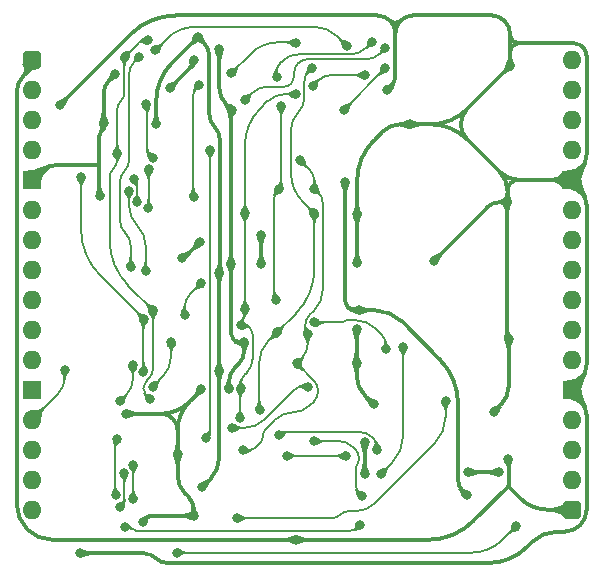
<source format=gbl>
%TF.GenerationSoftware,KiCad,Pcbnew,9.0.2*%
%TF.CreationDate,2025-07-03T21:01:19+02:00*%
%TF.ProjectId,Main Memory Abort,4d61696e-204d-4656-9d6f-72792041626f,V0*%
%TF.SameCoordinates,Original*%
%TF.FileFunction,Copper,L2,Bot*%
%TF.FilePolarity,Positive*%
%FSLAX46Y46*%
G04 Gerber Fmt 4.6, Leading zero omitted, Abs format (unit mm)*
G04 Created by KiCad (PCBNEW 9.0.2) date 2025-07-03 21:01:19*
%MOMM*%
%LPD*%
G01*
G04 APERTURE LIST*
G04 Aperture macros list*
%AMRoundRect*
0 Rectangle with rounded corners*
0 $1 Rounding radius*
0 $2 $3 $4 $5 $6 $7 $8 $9 X,Y pos of 4 corners*
0 Add a 4 corners polygon primitive as box body*
4,1,4,$2,$3,$4,$5,$6,$7,$8,$9,$2,$3,0*
0 Add four circle primitives for the rounded corners*
1,1,$1+$1,$2,$3*
1,1,$1+$1,$4,$5*
1,1,$1+$1,$6,$7*
1,1,$1+$1,$8,$9*
0 Add four rect primitives between the rounded corners*
20,1,$1+$1,$2,$3,$4,$5,0*
20,1,$1+$1,$4,$5,$6,$7,0*
20,1,$1+$1,$6,$7,$8,$9,0*
20,1,$1+$1,$8,$9,$2,$3,0*%
G04 Aperture macros list end*
%TA.AperFunction,ComponentPad*%
%ADD10RoundRect,0.400000X0.400000X0.400000X-0.400000X0.400000X-0.400000X-0.400000X0.400000X-0.400000X0*%
%TD*%
%TA.AperFunction,ComponentPad*%
%ADD11O,1.600000X1.600000*%
%TD*%
%TA.AperFunction,ComponentPad*%
%ADD12R,1.600000X1.600000*%
%TD*%
%TA.AperFunction,ComponentPad*%
%ADD13RoundRect,0.400000X-0.400000X-0.400000X0.400000X-0.400000X0.400000X0.400000X-0.400000X0.400000X0*%
%TD*%
%TA.AperFunction,ViaPad*%
%ADD14C,0.800000*%
%TD*%
%TA.AperFunction,Conductor*%
%ADD15C,0.380000*%
%TD*%
%TA.AperFunction,Conductor*%
%ADD16C,0.200000*%
%TD*%
G04 APERTURE END LIST*
D10*
%TO.P,J3,1,Pin_1*%
%TO.N,5V*%
X45720000Y-38100000D03*
D11*
%TO.P,J3,2,Pin_2*%
%TO.N,unconnected-(J3-Pin_2-Pad2)*%
X45720000Y-35560000D03*
%TO.P,J3,3,Pin_3*%
%TO.N,unconnected-(J3-Pin_3-Pad3)*%
X45720000Y-33020000D03*
%TO.P,J3,4,Pin_4*%
%TO.N,~{Set Contention}*%
X45720000Y-30480000D03*
D12*
%TO.P,J3,5,Pin_5*%
%TO.N,GND*%
X45720000Y-27940000D03*
D11*
%TO.P,J3,6,Pin_6*%
%TO.N,unconnected-(J3-Pin_6-Pad6)*%
X45720000Y-25400000D03*
%TO.P,J3,7,Pin_7*%
%TO.N,unconnected-(J3-Pin_7-Pad7)*%
X45720000Y-22860000D03*
%TO.P,J3,8,Pin_8*%
%TO.N,unconnected-(J3-Pin_8-Pad8)*%
X45720000Y-20320000D03*
%TO.P,J3,9,Pin_9*%
%TO.N,unconnected-(J3-Pin_9-Pad9)*%
X45720000Y-17780000D03*
%TO.P,J3,10,Pin_10*%
%TO.N,unconnected-(J3-Pin_10-Pad10)*%
X45720000Y-15240000D03*
%TO.P,J3,11,Pin_11*%
%TO.N,unconnected-(J3-Pin_11-Pad11)*%
X45720000Y-12700000D03*
D12*
%TO.P,J3,12,Pin_12*%
%TO.N,GND*%
X45720000Y-10160000D03*
D11*
%TO.P,J3,13,Pin_13*%
%TO.N,unconnected-(J3-Pin_13-Pad13)*%
X45720000Y-7620000D03*
%TO.P,J3,14,Pin_14*%
%TO.N,unconnected-(J3-Pin_14-Pad14)*%
X45720000Y-5080000D03*
%TO.P,J3,15,Pin_15*%
%TO.N,unconnected-(J3-Pin_15-Pad15)*%
X45720000Y-2540000D03*
%TO.P,J3,16,Pin_16*%
%TO.N,unconnected-(J3-Pin_16-Pad16)*%
X45720000Y0D03*
%TD*%
D13*
%TO.P,J1,1,Pin_1*%
%TO.N,5V*%
X0Y0D03*
D11*
%TO.P,J1,2,Pin_2*%
%TO.N,unconnected-(J1-Pin_2-Pad2)*%
X0Y-2540000D03*
%TO.P,J1,3,Pin_3*%
%TO.N,unconnected-(J1-Pin_3-Pad3)*%
X0Y-5080000D03*
%TO.P,J1,4,Pin_4*%
%TO.N,~{Main}0*%
X0Y-7620000D03*
D12*
%TO.P,J1,5,Pin_5*%
%TO.N,GND*%
X0Y-10160000D03*
D11*
%TO.P,J1,6,Pin_6*%
%TO.N,~{Main}1*%
X0Y-12700000D03*
%TO.P,J1,7,Pin_7*%
%TO.N,~{Main}2*%
X0Y-15240000D03*
%TO.P,J1,8,Pin_8*%
%TO.N,~{Main}3*%
X0Y-17780000D03*
%TO.P,J1,9,Pin_9*%
%TO.N,~{Main}4*%
X0Y-20320000D03*
%TO.P,J1,10,Pin_10*%
%TO.N,~{Main}5*%
X0Y-22860000D03*
%TO.P,J1,11,Pin_11*%
%TO.N,~{Main}6*%
X0Y-25400000D03*
D12*
%TO.P,J1,12,Pin_12*%
%TO.N,GND*%
X0Y-27940000D03*
D11*
%TO.P,J1,13,Pin_13*%
%TO.N,~{Main}7*%
X0Y-30480000D03*
%TO.P,J1,14,Pin_14*%
%TO.N,unconnected-(J1-Pin_14-Pad14)*%
X0Y-33020000D03*
%TO.P,J1,15,Pin_15*%
%TO.N,unconnected-(J1-Pin_15-Pad15)*%
X0Y-35560000D03*
%TO.P,J1,16,Pin_16*%
%TO.N,unconnected-(J1-Pin_16-Pad16)*%
X0Y-38100000D03*
%TD*%
D14*
%TO.N,~{Set Contention}*%
X12271320Y-41734000D03*
X41021000Y-39497010D03*
%TO.N,/3.3V*%
X14447794Y-36167030D03*
X27686000Y-21202000D03*
X36830006Y-36830000D03*
X14092043Y1942000D03*
X26543000Y-10384000D03*
X10540988Y-5461000D03*
X15875000Y-26340000D03*
X15875000Y-18034000D03*
%TO.N,/~{Main}B3*%
X18056500Y-12970600D03*
X17745600Y-22487200D03*
X22369948Y-2903052D03*
X17653000Y-30352996D03*
X17714516Y-27822300D03*
X18056500Y-21071900D03*
%TO.N,GND*%
X39576690Y-34920014D03*
X40513000Y-508000D03*
X27559000Y-17179900D03*
X5808000Y-11557000D03*
X16867700Y-17272000D03*
X16963193Y-4251003D03*
X12752029Y-16749000D03*
X28194000Y-32385000D03*
X19431000Y-14859000D03*
X13716004Y-8D03*
X7072595Y-1203156D03*
X14242695Y-15418730D03*
X2413000Y-3810000D03*
X14351000Y-27853500D03*
X6096000Y-5334000D03*
X8000996Y-29971992D03*
X27559000Y-13081000D03*
X16715000Y-27853500D03*
X9398000Y-39116000D03*
X28194006Y-35052006D03*
X34036000Y-17018000D03*
X36957000Y-34925000D03*
X27507828Y-22808824D03*
X12359508Y-33401000D03*
X13716000Y-38608000D03*
X27507828Y-25654000D03*
X39144284Y-29790353D03*
X40259000Y-12065002D03*
X32004006Y-5461000D03*
X40386000Y-23622000D03*
X15891676Y889000D03*
X30099000Y-2540000D03*
X28956000Y-29174000D03*
X4063994Y-41783000D03*
X19431000Y-17272000D03*
X11684000Y-2413000D03*
X18001100Y-23928300D03*
%TO.N,5V*%
X22383545Y-40643400D03*
X40345113Y-33775000D03*
%TO.N,/~{Main}B0*%
X9102258Y242000D03*
X8382000Y-17526000D03*
%TO.N,~{Main}7*%
X2794000Y-26289000D03*
%TO.N,/~{Main}B1*%
X13716000Y-11588000D03*
X9651998Y-17907000D03*
X8232636Y-11071364D03*
X14208822Y-2099160D03*
%TO.N,/~{Main}B2*%
X20987600Y-10945200D03*
X21123905Y-3886409D03*
X20701000Y-20320000D03*
%TO.N,/~{Main}B4*%
X19304000Y-29624998D03*
X23731805Y-701000D03*
X23948300Y-13004700D03*
X20770800Y-23087800D03*
%TO.N,/~{Main}B7*%
X9525000Y-21970998D03*
X4191000Y-9906000D03*
X9469526Y-26411435D03*
%TO.N,/~{Main}B6*%
X10030400Y-28714000D03*
X14379145Y-18894855D03*
X12954000Y-21590000D03*
X7874000Y254000D03*
X10287000Y-21209000D03*
X9823087Y1635691D03*
X7251000Y-7940999D03*
%TO.N,Net-(IC13-Y)*%
X7238999Y-32131001D03*
X7153530Y-36863000D03*
X15101000Y-7620000D03*
X14732000Y-32004000D03*
%TO.N,Net-(IC14-Y)*%
X29591000Y-35052000D03*
X31455231Y-24298569D03*
X8603530Y-34290000D03*
X8603530Y-37211000D03*
%TO.N,Net-(IC15-Y)*%
X17400700Y-38803400D03*
X35052000Y-28871300D03*
%TO.N,/~{0+1}*%
X28829000Y1524000D03*
X20736300Y-1491700D03*
%TO.N,/~{0+4}*%
X23826622Y-2201000D03*
X28245336Y-1300999D03*
%TO.N,/~{0+2}*%
X29955240Y995700D03*
X18057800Y-3411000D03*
%TO.N,/~{0+3}*%
X26460842Y-4222477D03*
X29894000Y-731880D03*
%TO.N,/~{Main}B5*%
X17896500Y-33050000D03*
X10242716Y-8299284D03*
X22733000Y-8509000D03*
X23367998Y-23189827D03*
X22428385Y-25704615D03*
X23950200Y-10919000D03*
X9700571Y-3779996D03*
%TO.N,/~{0+7}*%
X22351998Y1397000D03*
X16891497Y-1143503D03*
%TO.N,/~{6+7}*%
X26666300Y1199000D03*
X10462495Y802827D03*
%TO.N,/~{1+6}*%
X8932636Y-12065000D03*
X8656548Y-10110737D03*
%TO.N,/~{5+7}*%
X9906000Y-9271000D03*
X9890504Y-12585000D03*
%TO.N,/~{2+6}*%
X23946739Y-22241968D03*
X29972000Y-24511000D03*
%TO.N,/~{4+6}*%
X16980805Y-31159634D03*
X23367996Y-27674000D03*
%TO.N,/~{4+7}*%
X11823031Y-23935219D03*
X10251206Y-27687477D03*
%TO.N,/~{4+5}*%
X8570739Y-25868583D03*
X7460903Y-28923903D03*
%TO.N,/~{3+7}*%
X27940000Y-36957000D03*
X23910500Y-32270000D03*
%TO.N,/~{3+4}*%
X20955000Y-31783100D03*
X29216080Y-33006536D03*
%TO.N,/~{3+5}*%
X21590000Y-33528000D03*
X26610502Y-33528000D03*
%TO.N,/(~{1+2})\u2022(~{1+3})\u2022(~{1+4})\u2022(~{1+5})\u2022(~{1+6})\u2022(~{1+7})\u2022(~{5+6})\u2022(~{5+7})*%
X7874000Y-39520624D03*
X27813000Y-39370000D03*
%TO.N,/(~{0+1})\u2022(~{0+2})\u2022(~{0+3})\u2022(~{0+4})\u2022(~{0+5})\u2022(~{0+6})\u2022(~{0+7})\u2022(~{6+7})*%
X7811529Y-34979377D03*
X7492232Y-37856875D03*
%TD*%
D15*
%TO.N,5V*%
X40380901Y-33810788D02*
G75*
G02*
X40416697Y-33897189I-86401J-86412D01*
G01*
X-379299Y-39752700D02*
G75*
G03*
X1771040Y-40643399I2150339J2150340D01*
G01*
X41340669Y-37104443D02*
G75*
G03*
X43744155Y-38100044I2403531J2403443D01*
G01*
X-634999Y-1270000D02*
G75*
G03*
X-1270001Y-2803025I1533029J-1533030D01*
G01*
X40380901Y-36144675D02*
G75*
G03*
X40309324Y-36144675I-35788J-35789D01*
G01*
X40380901Y-36073098D02*
G75*
G03*
X40380887Y-36144688I35799J-35802D01*
G01*
X0Y-317500D02*
G75*
G02*
X-224506Y-859506I-766513J0D01*
G01*
X22389690Y-40639800D02*
G75*
G03*
X22385359Y-40641614I10J-6100D01*
G01*
X40416690Y-35986697D02*
G75*
G02*
X40380903Y-36073100I-122190J-3D01*
G01*
X-1270000Y-37602359D02*
G75*
G03*
X-379299Y-39752700I3041045J2D01*
G01*
X37407992Y-39046007D02*
G75*
G02*
X33560236Y-40639810I-3847792J3847807D01*
G01*
X40309324Y-36144675D02*
X40380901Y-36073098D01*
%TO.N,GND*%
X28195136Y-32386136D02*
G75*
G02*
X28196289Y-32388878I-2736J-2764D01*
G01*
X6096000Y-5588000D02*
G75*
G02*
X5916392Y-6021603I-613200J0D01*
G01*
X10265210Y-38608000D02*
G75*
G03*
X9651997Y-38861997I-10J-867200D01*
G01*
X41913009Y-41271990D02*
G75*
G02*
X38700921Y-42602495I-3212109J3212090D01*
G01*
X40513000Y-524850D02*
G75*
G02*
X40501065Y-553594I-40700J50D01*
G01*
X15891676Y-2421809D02*
G75*
G03*
X16427432Y-3715246I1829224J9D01*
G01*
X16867700Y-23148835D02*
G75*
G03*
X17096010Y-23699990I779500J35D01*
G01*
X46990000Y-7991975D02*
G75*
G02*
X46355007Y-9525008I-2168000J-25D01*
G01*
X32312910Y3748791D02*
G75*
G03*
X31239745Y3304285I-10J-1517691D01*
G01*
X10512259Y-42192740D02*
G75*
G03*
X11501460Y-42602497I989241J989240D01*
G01*
X40386000Y-27670611D02*
G75*
G02*
X39765128Y-29169481I-2119700J11D01*
G01*
X30795240Y-1351443D02*
G75*
G02*
X30447095Y-2191855I-1188540J43D01*
G01*
X17096000Y-23700000D02*
G75*
G03*
X17647164Y-23928315I551200J551200D01*
G01*
X5720900Y-11408310D02*
G75*
G03*
X5764453Y-11513447I148700J10D01*
G01*
X40292701Y-12007470D02*
G75*
G02*
X40275859Y-12048160I-57501J-30D01*
G01*
X10951310Y-29971992D02*
G75*
G03*
X13355249Y-28976241I-10J3399692D01*
G01*
X12359508Y-31380189D02*
G75*
G03*
X10951310Y-29971992I-1408208J-11D01*
G01*
X13355253Y-28976245D02*
G75*
G03*
X12359500Y-31380189I2403947J-2403955D01*
G01*
X30795240Y2231120D02*
G75*
G03*
X30350708Y3304259I-1517640J-20D01*
G01*
X31239755Y3304275D02*
G75*
G03*
X30795223Y2231120I1073145J-1073175D01*
G01*
X30350724Y3304275D02*
G75*
G03*
X31239756Y3304274I444516J444513D01*
G01*
X13311888Y-37060888D02*
G75*
G02*
X13716007Y-38036500I-975588J-975612D01*
G01*
X18001100Y-24617100D02*
G75*
G02*
X17514043Y-25792953I-1662900J0D01*
G01*
X31178503Y-5461000D02*
G75*
G03*
X29769288Y-6044725I-3J-1992900D01*
G01*
X44577000Y-39941500D02*
G75*
G03*
X42300585Y-40884438I0J-3219300D01*
G01*
X14351000Y-27917000D02*
G75*
G02*
X14306098Y-28025401I-153300J0D01*
G01*
X17161007Y-26145992D02*
G75*
G03*
X16715045Y-27222750I1076793J-1076708D01*
G01*
X41227948Y1397000D02*
G75*
G03*
X40513000Y682052I-48J-714900D01*
G01*
X40513000Y2111948D02*
G75*
G03*
X41227948Y1397000I714900J-48D01*
G01*
X33798853Y-5461000D02*
G75*
G03*
X36862834Y-4191837I-53J4333200D01*
G01*
X36862848Y-6730148D02*
G75*
G03*
X33798853Y-5461020I-3063948J-3063952D01*
G01*
X36862848Y-4191851D02*
G75*
G03*
X36862847Y-6730148I1269152J-1269149D01*
G01*
X46449154Y-39402846D02*
G75*
G02*
X45148728Y-39941514I-1300454J1300446D01*
G01*
X10512259Y-42192740D02*
G75*
G03*
X9523058Y-41783017I-989159J-989160D01*
G01*
X28956000Y-6858000D02*
G75*
G03*
X27558953Y-10230656I3372600J-3372700D01*
G01*
X46987808Y-38102420D02*
G75*
G02*
X46449150Y-39402842I-1839108J20D01*
G01*
X12225754Y3748791D02*
G75*
G03*
X8378000Y2154996I6J-5441551D01*
G01*
X39623999Y-12065002D02*
G75*
G03*
X38539991Y-12514022I1J-1532998D01*
G01*
X2168025Y-8890000D02*
G75*
G03*
X634998Y-9524998I-5J-2168020D01*
G01*
X40052052Y3287843D02*
G75*
G03*
X38939226Y3748804I-1112852J-1112843D01*
G01*
X40292701Y-11095651D02*
G75*
G03*
X39631097Y-9498395I-2258861J1D01*
G01*
X41228351Y-10160001D02*
G75*
G03*
X40292701Y-11095651I-51J-935599D01*
G01*
X39631096Y-9498396D02*
G75*
G03*
X41228351Y-10160023I1597304J1597296D01*
G01*
X46353904Y-27306096D02*
G75*
G03*
X46353904Y-28573904I633896J-633904D01*
G01*
X27507828Y-26701815D02*
G75*
G03*
X28231924Y-28449904I2472172J15D01*
G01*
X16915446Y-4298749D02*
G75*
G03*
X16867708Y-4414019I115254J-115251D01*
G01*
X5908450Y-6029550D02*
G75*
G03*
X5720915Y-6482335I452750J-452750D01*
G01*
X46990000Y-25771974D02*
G75*
G02*
X46355008Y-27305008I-2168000J-26D01*
G01*
X13716004Y-190502D02*
G75*
G02*
X13581306Y-515697I-459904J2D01*
G01*
X30350724Y3304275D02*
G75*
G03*
X29277569Y3748763I-1073124J-1073175D01*
G01*
X46672500Y1079500D02*
G75*
G03*
X45905987Y1396995I-766500J-766500D01*
G01*
X28196272Y-35048137D02*
G75*
G02*
X28195121Y-35050855I-3872J37D01*
G01*
X46355000Y-10795001D02*
G75*
G02*
X46989989Y-12328026I-1533000J-1532999D01*
G01*
X46353904Y-28573904D02*
G75*
G02*
X46987812Y-30104283I-1530404J-1530396D01*
G01*
X12969133Y-16692291D02*
G75*
G02*
X12832227Y-16749023I-136933J136891D01*
G01*
X40259000Y-23405197D02*
G75*
G03*
X40322499Y-23558501I216800J-3D01*
G01*
X46672500Y1079500D02*
G75*
G02*
X46989995Y312987I-766500J-766500D01*
G01*
X36965511Y-34920014D02*
G75*
G03*
X36959492Y-34922506I-11J-8486D01*
G01*
X40052052Y3287843D02*
G75*
G02*
X40513004Y2175017I-1112852J-1112843D01*
G01*
X6584297Y-1691453D02*
G75*
G03*
X6095990Y-2870307I1178803J-1178847D01*
G01*
X12359508Y-35149323D02*
G75*
G03*
X13037757Y-36786751I2315672J3D01*
G01*
X40513000Y682052D02*
X40513000Y2111948D01*
%TO.N,/3.3V*%
X26543000Y-20346739D02*
G75*
G03*
X26793512Y-20951488I855300J39D01*
G01*
X11902856Y-247186D02*
G75*
G03*
X10541008Y-3535027I3287844J-3287814D01*
G01*
X15051676Y-4610888D02*
G75*
G03*
X15496342Y-5684394I1518124J-12D01*
G01*
X34523207Y-25336207D02*
G75*
G02*
X36117011Y-29183963I-3847807J-3847793D01*
G01*
X31344654Y-22157654D02*
G75*
G03*
X29037500Y-21201997I-2307154J-2307146D01*
G01*
X15496338Y-5684398D02*
G75*
G02*
X15940987Y-6757907I-1073538J-1073502D01*
G01*
X14571859Y1462183D02*
G75*
G02*
X15051684Y303803I-1158359J-1158383D01*
G01*
X36117000Y-35612822D02*
G75*
G03*
X36473510Y-36473490I1217200J22D01*
G01*
X26817018Y-20975018D02*
G75*
G03*
X27365000Y-21201989I547982J548018D01*
G01*
X15875000Y-33730636D02*
G75*
G02*
X15161397Y-35453427I-2436410J6D01*
G01*
X15941000Y-17921330D02*
G75*
G02*
X15907991Y-18000991I-112700J30D01*
G01*
D16*
%TO.N,/(~{0+1})\u2022(~{0+2})\u2022(~{0+3})\u2022(~{0+4})\u2022(~{0+5})\u2022(~{0+6})\u2022(~{0+7})\u2022(~{6+7})*%
X7832529Y-35000377D02*
G75*
G02*
X7853537Y-35051077I-50729J-50723D01*
G01*
X7853530Y-37240100D02*
G75*
G02*
X7672892Y-37676237I-616830J0D01*
G01*
%TO.N,/(~{1+2})\u2022(~{1+3})\u2022(~{1+4})\u2022(~{1+5})\u2022(~{1+6})\u2022(~{1+7})\u2022(~{5+6})\u2022(~{5+7})*%
X8451312Y-39693312D02*
G75*
G03*
X8868217Y-39865986I416888J416912D01*
G01*
X27565000Y-39618000D02*
G75*
G02*
X26966275Y-39865990I-598700J598700D01*
G01*
X8421680Y-39663680D02*
G75*
G03*
X8076312Y-39520631I-345380J-345420D01*
G01*
%TO.N,/~{3+4}*%
X21404139Y-31520000D02*
G75*
G03*
X21086538Y-31651538I-39J-449100D01*
G01*
X28802870Y-31933209D02*
G75*
G03*
X27805294Y-31520008I-997570J-997591D01*
G01*
X28982693Y-32113032D02*
G75*
G02*
X29216082Y-32676477I-563493J-563468D01*
G01*
%TO.N,/~{3+7}*%
X27582389Y-34216623D02*
G75*
G03*
X27458517Y-34515703I299111J-299077D01*
G01*
X27706272Y-33917542D02*
G75*
G02*
X27582369Y-34216603I-422972J42D01*
G01*
X27424559Y-33014224D02*
G75*
G02*
X27706231Y-33694338I-680159J-680076D01*
G01*
X27193303Y-32782968D02*
G75*
G03*
X25954887Y-32270013I-1238403J-1238432D01*
G01*
X27458506Y-36135038D02*
G75*
G03*
X27699265Y-36716241I821994J38D01*
G01*
%TO.N,/~{4+5}*%
X8570739Y-27029294D02*
G75*
G02*
X8015830Y-28368994I-1894639J-6D01*
G01*
%TO.N,/~{4+7}*%
X11823031Y-25025435D02*
G75*
G02*
X11052130Y-26886550I-2632021J5D01*
G01*
%TO.N,/~{4+6}*%
X19721156Y-30443843D02*
G75*
G02*
X17993085Y-31159631I-1728056J1728043D01*
G01*
X22929498Y-27674000D02*
G75*
G03*
X22180942Y-27984071I2J-1058600D01*
G01*
%TO.N,/~{2+6}*%
X29068492Y-22718492D02*
G75*
G03*
X27475912Y-22058823I-1592592J-1592608D01*
G01*
X26672502Y-22058824D02*
G75*
G03*
X26451421Y-22150389I-2J-312676D01*
G01*
X29657691Y-23307691D02*
G75*
G02*
X29972005Y-24066500I-758791J-758809D01*
G01*
X26451428Y-22150396D02*
G75*
G02*
X26230353Y-22241929I-221028J221096D01*
G01*
%TO.N,/~{5+7}*%
X9906000Y-12558546D02*
G75*
G02*
X9898238Y-12577238I-26500J46D01*
G01*
%TO.N,/~{1+6}*%
X8794592Y-10248781D02*
G75*
G02*
X8932665Y-10582048I-333292J-333319D01*
G01*
%TO.N,/~{6+7}*%
X13841154Y2782000D02*
G75*
G03*
X11452082Y1792412I6J-3378670D01*
G01*
X25874800Y1990500D02*
G75*
G03*
X23963949Y2782021I-1910900J-1910900D01*
G01*
%TO.N,/~{0+7}*%
X22308098Y1440900D02*
G75*
G03*
X22202114Y1484805I-105998J-106000D01*
G01*
X20891999Y1484800D02*
G75*
G03*
X18549505Y514511I1J-3312800D01*
G01*
%TO.N,/~{Main}B5*%
X23367998Y-24100595D02*
G75*
G02*
X22898189Y-25234806I-1603998J-5D01*
G01*
X23526227Y-21630599D02*
G75*
G03*
X23170562Y-22489328I858773J-858701D01*
G01*
X23528481Y-9304481D02*
G75*
G02*
X23950211Y-10322600I-1018081J-1018119D01*
G01*
X23170531Y-22852729D02*
G75*
G03*
X23269285Y-23091072I337069J29D01*
G01*
X23599202Y-29232797D02*
G75*
G02*
X22121215Y-29845007I-1478002J1477997D01*
G01*
X19834207Y-31266222D02*
G75*
G03*
X19581219Y-31877000I610793J-610778D01*
G01*
X19073414Y-32742585D02*
G75*
G02*
X18331250Y-33050029I-742214J742185D01*
G01*
X22121215Y-29845000D02*
G75*
G03*
X20643218Y-30457193I-15J-2090200D01*
G01*
X19581215Y-31877000D02*
G75*
G02*
X19328232Y-32487787I-863815J0D01*
G01*
X9745784Y-3825209D02*
G75*
G02*
X9791014Y-3934364I-109184J-109191D01*
G01*
X24300100Y-11268900D02*
G75*
G02*
X24649986Y-12113633I-844700J-844700D01*
G01*
X9790998Y-7528153D02*
G75*
G03*
X10016855Y-8073427I771122J-7D01*
G01*
X24650000Y-19460685D02*
G75*
G02*
X23910270Y-21246567I-2525600J-15D01*
G01*
X24257000Y-28054115D02*
G75*
G02*
X23888665Y-28943308I-1257500J15D01*
G01*
X23888678Y-27164908D02*
G75*
G02*
X24256997Y-28054115I-889178J-889192D01*
G01*
%TO.N,/~{0+3}*%
X29894000Y-760599D02*
G75*
G02*
X29873685Y-809619I-69300J-1D01*
G01*
%TO.N,/~{0+2}*%
X21980500Y-2022500D02*
G75*
G02*
X21390224Y-2267010I-590300J590300D01*
G01*
X22567000Y-293000D02*
G75*
G03*
X22224955Y-1118661I825600J-825700D01*
G01*
X20010730Y-2267000D02*
G75*
G03*
X18629791Y-2838991I-30J-1952900D01*
G01*
X23392661Y48999D02*
G75*
G03*
X22567012Y-293012I39J-1167699D01*
G01*
X22225000Y-1432224D02*
G75*
G02*
X21980493Y-2022493I-834800J24D01*
G01*
X29481890Y522350D02*
G75*
G02*
X28339122Y48979I-1142790J1142750D01*
G01*
%TO.N,/~{0+4}*%
X25363019Y-1300999D02*
G75*
G03*
X24276612Y-1750989I-19J-1536401D01*
G01*
%TO.N,/~{0+1}*%
X28291500Y986500D02*
G75*
G02*
X26993860Y449016I-1297600J1297600D01*
G01*
X22526542Y449000D02*
G75*
G03*
X21260637Y-75337I-42J-1790200D01*
G01*
X21051669Y-284330D02*
G75*
G03*
X20736288Y-1045700I761331J-761370D01*
G01*
%TO.N,Net-(IC15-Y)*%
X26127800Y-38515200D02*
G75*
G02*
X25432023Y-38803410I-695800J695800D01*
G01*
X29093869Y-37527529D02*
G75*
G02*
X27405200Y-38227010I-1688669J1688629D01*
G01*
X26823576Y-38227000D02*
G75*
G03*
X26127807Y-38515207I24J-984000D01*
G01*
X35052000Y-30220350D02*
G75*
G02*
X34098079Y-32523324I-3256900J0D01*
G01*
%TO.N,Net-(IC14-Y)*%
X31455231Y-31869558D02*
G75*
G02*
X30523113Y-34119882I-3182451J8D01*
G01*
%TO.N,Net-(IC13-Y)*%
X7061527Y-36705941D02*
G75*
G03*
X7107546Y-36816980I157073J41D01*
G01*
X7150263Y-32219737D02*
G75*
G03*
X7061505Y-32433964I214237J-214263D01*
G01*
X15101000Y-31374077D02*
G75*
G02*
X14916507Y-31819507I-629900J-23D01*
G01*
%TO.N,/~{Main}B6*%
X9687389Y-27245050D02*
G75*
G03*
X9454196Y-27808020I562911J-562950D01*
G01*
X6604000Y-15272036D02*
G75*
G03*
X8197790Y-19119794I5441550J-4D01*
G01*
X7556500Y-3480500D02*
G75*
G03*
X7251017Y-4218042I737500J-737500D01*
G01*
X9454200Y-27808020D02*
G75*
G03*
X9687391Y-28370987I796200J20D01*
G01*
X10287000Y-26056561D02*
G75*
G02*
X9870600Y-27061840I-1421680J1D01*
G01*
X7251000Y-8420501D02*
G75*
G02*
X6927499Y-9201499I-1104500J1D01*
G01*
X6927500Y-9201500D02*
G75*
G03*
X6603999Y-9982498I781000J-781000D01*
G01*
X13403012Y-19870987D02*
G75*
G03*
X12953992Y-20955000I1083988J-1084013D01*
G01*
X9539389Y1635691D02*
G75*
G03*
X9055095Y1435077I11J-684891D01*
G01*
X7862000Y-2742957D02*
G75*
G02*
X7556503Y-3480503I-1043050J-3D01*
G01*
X7868000Y248000D02*
G75*
G03*
X7861994Y233514I14500J-14500D01*
G01*
%TO.N,/~{Main}B7*%
X4191000Y-14383034D02*
G75*
G03*
X5784794Y-18230788I5441550J4D01*
G01*
X9497263Y-21998735D02*
G75*
G03*
X9469517Y-22065698I66937J-66965D01*
G01*
%TO.N,/~{Main}B4*%
X22535950Y-4515050D02*
G75*
G03*
X21969906Y-5881615I1366550J-1366550D01*
G01*
X23416902Y-1015902D02*
G75*
G03*
X23102018Y-1776144I760198J-760198D01*
G01*
X23102000Y-3148484D02*
G75*
G02*
X22535955Y-4515055I-1932600J-16D01*
G01*
X23948300Y-17663468D02*
G75*
G02*
X22359553Y-21499053I-5424340J-2D01*
G01*
X19274800Y-29575150D02*
G75*
G03*
X19289385Y-29610413I49800J-50D01*
G01*
X20022800Y-23835800D02*
G75*
G03*
X19274813Y-25641631I1805800J-1805800D01*
G01*
X21969900Y-9627359D02*
G75*
G03*
X22959100Y-12015500I3377340J-1D01*
G01*
%TO.N,/~{Main}B2*%
X20766800Y-11166000D02*
G75*
G03*
X20545983Y-11699058I533100J-533100D01*
G01*
X20546000Y-20055398D02*
G75*
G03*
X20623500Y-20242500I264600J-2D01*
G01*
X21123905Y-10712512D02*
G75*
G02*
X21055750Y-10877045I-232705J12D01*
G01*
%TO.N,/~{Main}B1*%
X13946407Y-2361574D02*
G75*
G03*
X13683982Y-2995099I633493J-633526D01*
G01*
X8232636Y-12308995D02*
G75*
G03*
X8942323Y-14022311I2422964J-5D01*
G01*
X13683993Y-11533360D02*
G75*
G03*
X13699983Y-11572009I54607J-40D01*
G01*
X8942317Y-14022317D02*
G75*
G02*
X9651997Y-15735638I-1713327J-1713323D01*
G01*
%TO.N,~{Main}7*%
X2794000Y-26987500D02*
G75*
G02*
X2300085Y-28179914I-1686338J5D01*
G01*
%TO.N,/~{Main}B0*%
X7872318Y-9399682D02*
G75*
G03*
X7482608Y-10340457I940782J-940818D01*
G01*
X8682129Y-178129D02*
G75*
G03*
X8262004Y-1192410I1014271J-1014271D01*
G01*
X7482636Y-13577689D02*
G75*
G03*
X7932322Y-14663314I1535264J-11D01*
G01*
X7932318Y-14663318D02*
G75*
G02*
X8382003Y-15748946I-1085628J-1085632D01*
G01*
X8262000Y-8458906D02*
G75*
G02*
X7872324Y-9399688I-1330500J6D01*
G01*
%TO.N,/~{Main}B3*%
X18008960Y-26695039D02*
G75*
G03*
X17714506Y-27405892I710840J-710861D01*
G01*
X17683758Y-27853058D02*
G75*
G03*
X17653006Y-27927314I74242J-74242D01*
G01*
X17901050Y-21872450D02*
G75*
G03*
X17745616Y-22247739I375250J-375250D01*
G01*
X18499500Y-22690500D02*
G75*
G02*
X18702796Y-23181309I-490800J-490800D01*
G01*
X18702800Y-25302377D02*
G75*
G02*
X18208668Y-26495352I-1687100J-23D01*
G01*
X19324223Y-4170775D02*
G75*
G03*
X18056527Y-7231332I3060577J-3060525D01*
G01*
X18056500Y-21497160D02*
G75*
G02*
X17901082Y-21872482I-530800J-40D01*
G01*
X21480948Y-2903052D02*
G75*
G03*
X19963304Y-3531643I-48J-2146248D01*
G01*
X18490866Y-22681866D02*
G75*
G03*
X18020900Y-22487190I-469966J-469934D01*
G01*
%TO.N,~{Set Contention}*%
X39902505Y-40615505D02*
G75*
G02*
X37202219Y-41734008I-2700305J2700305D01*
G01*
X37202219Y-41734000D02*
X12271320Y-41734000D01*
X39902505Y-40615505D02*
X41021000Y-39497010D01*
D15*
%TO.N,/3.3V*%
X15875000Y-26340000D02*
X15875000Y-18034000D01*
X27686000Y-21202000D02*
X29037500Y-21202000D01*
X14571859Y1462183D02*
X14092043Y1942000D01*
X26543000Y-20346739D02*
X26543000Y-10384000D01*
X27686000Y-21202000D02*
X27365000Y-21202000D01*
X10540988Y-3535027D02*
X10540988Y-5461000D01*
X36473503Y-36473497D02*
X36830006Y-36830000D01*
X15051676Y-4610888D02*
X15051676Y303803D01*
X14447794Y-36167030D02*
X15161397Y-35453427D01*
X15875000Y-26340000D02*
X15875000Y-33730636D01*
X34523207Y-25336207D02*
X31344654Y-22157654D01*
X11902856Y-247186D02*
X14092043Y1942000D01*
X15908000Y-18001000D02*
X15875000Y-18034000D01*
X36117000Y-29183963D02*
X36117000Y-35612822D01*
X15941000Y-6757907D02*
X15941000Y-17921330D01*
X26793500Y-20951500D02*
X26817018Y-20975018D01*
D16*
%TO.N,/~{Main}B3*%
X18056500Y-12970600D02*
X18056500Y-21071900D01*
X18008960Y-26695039D02*
X18208658Y-26495342D01*
X18056500Y-21071900D02*
X18056500Y-21497160D01*
X17683758Y-27853058D02*
X17714516Y-27822300D01*
X17653000Y-27927314D02*
X17653000Y-30352996D01*
X17745600Y-22247739D02*
X17745600Y-22487200D01*
X18499500Y-22690500D02*
X18490866Y-22681866D01*
X22369948Y-2903052D02*
X21480948Y-2903052D01*
X18020900Y-22487200D02*
X17745600Y-22487200D01*
X18702800Y-23181309D02*
X18702800Y-25302377D01*
X19324223Y-4170775D02*
X19963330Y-3531669D01*
X17714516Y-27405892D02*
X17714516Y-27822300D01*
X18056500Y-12970600D02*
X18056500Y-7231332D01*
D15*
%TO.N,GND*%
X10951310Y-29971992D02*
X8000996Y-29971992D01*
X27559000Y-17179900D02*
X27559000Y-13081000D01*
X38539984Y-12514015D02*
X34036000Y-17018000D01*
X13355253Y-28976245D02*
X14306098Y-28025401D01*
X16715000Y-27222750D02*
X16715000Y-27853500D01*
X46353904Y-27306096D02*
X46355000Y-27305000D01*
X13716000Y-38036500D02*
X13716000Y-38608000D01*
X46355000Y-9525001D02*
X45720000Y-10160001D01*
X40259000Y-12065002D02*
X40259000Y-23405197D01*
X39576690Y-34920014D02*
X36965511Y-34920014D01*
X36957000Y-34925000D02*
X36959493Y-34922507D01*
X40513000Y-524850D02*
X40513000Y-508000D01*
X27507828Y-25654000D02*
X27507828Y-22808824D01*
X39765142Y-29169495D02*
X39144284Y-29790353D01*
X30447120Y-2191880D02*
X30099000Y-2540000D01*
X13716004Y-8D02*
X13716004Y-190502D01*
X15891676Y-2421809D02*
X15891676Y889000D01*
X41228351Y-10160001D02*
X45720000Y-10160001D01*
X40386000Y-27670611D02*
X40386000Y-23622000D01*
X9523058Y-41783000D02*
X4063994Y-41783000D01*
X32004006Y-5461000D02*
X33798853Y-5461000D01*
X5764450Y-11513450D02*
X5808000Y-11557000D01*
X41227948Y1397000D02*
X45905987Y1397000D01*
X16963193Y-4251003D02*
X16915446Y-4298749D01*
X28956000Y-29174000D02*
X28231914Y-28449914D01*
X40513000Y682052D02*
X40513000Y-508000D01*
X46987808Y-38102420D02*
X46987808Y-30104283D01*
X32312910Y3748791D02*
X38939226Y3748791D01*
X27507828Y-25654000D02*
X27507828Y-26701815D01*
X6096000Y-5588000D02*
X6096000Y-5334000D01*
X19431000Y-17272000D02*
X19431000Y-14859000D01*
X635000Y-9525000D02*
X0Y-10160000D01*
X40386000Y-23622000D02*
X40322500Y-23558500D01*
X39623999Y-12065002D02*
X40259000Y-12065002D01*
X40292701Y-12007470D02*
X40292701Y-11095651D01*
X16963193Y-4251003D02*
X16427434Y-3715244D01*
X13311888Y-37060888D02*
X13037754Y-36786754D01*
X6096000Y-5334000D02*
X6096000Y-2870307D01*
X12225754Y3748791D02*
X29277569Y3748791D01*
X8377998Y2154998D02*
X2413000Y-3810000D01*
X41913009Y-41271990D02*
X42300573Y-40884426D01*
X5720900Y-11408310D02*
X5720900Y-6482335D01*
X46990000Y-25771974D02*
X46990000Y-12328026D01*
X46355000Y-10795001D02*
X45720000Y-10160001D01*
X36862848Y-6730148D02*
X39631096Y-9498396D01*
X17647164Y-23928300D02*
X18001100Y-23928300D01*
X40501085Y-553614D02*
X36862848Y-4191851D01*
X13581304Y-515695D02*
X11684000Y-2413000D01*
X12359508Y-31380189D02*
X12359508Y-33401000D01*
X2168025Y-8890000D02*
X5720900Y-8890000D01*
X7072595Y-1203156D02*
X6584297Y-1691453D01*
X9652000Y-38862000D02*
X9398000Y-39116000D01*
X14242695Y-15418730D02*
X12969133Y-16692291D01*
X29769281Y-6044718D02*
X28956000Y-6858000D01*
X5916394Y-6021605D02*
X5908450Y-6029550D01*
X16867700Y-17272000D02*
X16867700Y-4414019D01*
X40275850Y-12048151D02*
X40259000Y-12065002D01*
X28194006Y-35052006D02*
X28195139Y-35050873D01*
X46990000Y-7991975D02*
X46990000Y312987D01*
X12359508Y-33401000D02*
X12359508Y-35149323D01*
X27559000Y-10230656D02*
X27559000Y-13081000D01*
X28196272Y-32388878D02*
X28196272Y-35048137D01*
X38700921Y-42602481D02*
X11501460Y-42602481D01*
X18001100Y-24617100D02*
X18001100Y-23928300D01*
X17514044Y-25792954D02*
X17161007Y-26145992D01*
X28195136Y-32386136D02*
X28194000Y-32385000D01*
X40513000Y2111948D02*
X40513000Y2175017D01*
X32004006Y-5461000D02*
X31178503Y-5461000D01*
X10265210Y-38608000D02*
X13716000Y-38608000D01*
X12752029Y-16749000D02*
X12832227Y-16749000D01*
X44577000Y-39941500D02*
X45148728Y-39941500D01*
X16867700Y-23148835D02*
X16867700Y-17272000D01*
X30795240Y-1351443D02*
X30795240Y2231120D01*
X14351000Y-27917000D02*
X14351000Y-27853500D01*
%TO.N,5V*%
X1771040Y-40643400D02*
X22383545Y-40643400D01*
X40416690Y-33897189D02*
X40416690Y-35986697D01*
X41340669Y-37104443D02*
X40380901Y-36144675D01*
X22389690Y-40639800D02*
X33560236Y-40639800D01*
X43744155Y-38100000D02*
X45720000Y-38100000D01*
X-634999Y-1270000D02*
X-224506Y-859506D01*
X-1270000Y-2803025D02*
X-1270000Y-37602359D01*
X40380901Y-33810788D02*
X40345113Y-33775000D01*
X22385345Y-40641600D02*
X22383545Y-40643400D01*
X40309324Y-36144675D02*
X37407992Y-39046007D01*
D16*
%TO.N,/~{Main}B0*%
X7482636Y-10340457D02*
X7482636Y-13577689D01*
X8382000Y-15748946D02*
X8382000Y-17526000D01*
X8262000Y-1192410D02*
X8262000Y-8458906D01*
X9102258Y242000D02*
X8682129Y-178129D01*
%TO.N,~{Main}7*%
X2300085Y-28179914D02*
X0Y-30480000D01*
X2794000Y-26987500D02*
X2794000Y-26289000D01*
%TO.N,/~{Main}B1*%
X13946407Y-2361574D02*
X14208822Y-2099160D01*
X13683993Y-2995099D02*
X13683993Y-11533360D01*
X13699996Y-11571996D02*
X13716000Y-11588000D01*
X8232636Y-12308995D02*
X8232636Y-11071364D01*
X9651998Y-17907000D02*
X9651998Y-15735638D01*
%TO.N,/~{Main}B2*%
X20987600Y-10945200D02*
X21055752Y-10877047D01*
X20546000Y-11699058D02*
X20546000Y-20055398D01*
X21123905Y-3886409D02*
X21123905Y-10712512D01*
X20701000Y-20320000D02*
X20623500Y-20242500D01*
X20766800Y-11166000D02*
X20987600Y-10945200D01*
%TO.N,/~{Main}B4*%
X19274800Y-29575150D02*
X19274800Y-25641631D01*
X23948300Y-13004700D02*
X22959100Y-12015500D01*
X20770800Y-23087800D02*
X22359550Y-21499050D01*
X23731805Y-701000D02*
X23416902Y-1015902D01*
X20770800Y-23087800D02*
X20022800Y-23835800D01*
X23102000Y-1776144D02*
X23102000Y-3148484D01*
X19304000Y-29624998D02*
X19289400Y-29610398D01*
X21969900Y-5881615D02*
X21969900Y-9627359D01*
X23948300Y-17663468D02*
X23948300Y-13004700D01*
%TO.N,/~{Main}B7*%
X4191000Y-14383034D02*
X4191000Y-9906000D01*
X9469526Y-22065698D02*
X9469526Y-26411435D01*
X5784792Y-18230790D02*
X9525000Y-21970998D01*
X9497263Y-21998735D02*
X9525000Y-21970998D01*
%TO.N,/~{Main}B6*%
X7251000Y-4218042D02*
X7251000Y-7940999D01*
X7874000Y254000D02*
X7868000Y248000D01*
X8197792Y-19119792D02*
X10287000Y-21209000D01*
X9823087Y1635691D02*
X9539389Y1635691D01*
X14379145Y-18894855D02*
X13403012Y-19870987D01*
X6604000Y-15272036D02*
X6604000Y-9982498D01*
X9687389Y-27245050D02*
X9870600Y-27061840D01*
X10287000Y-26056561D02*
X10287000Y-21209000D01*
X9055086Y1435086D02*
X7874000Y254000D01*
X7862000Y-2742957D02*
X7862000Y233514D01*
X7251000Y-8420501D02*
X7251000Y-7940999D01*
X10030400Y-28714000D02*
X9687389Y-28370989D01*
X12954000Y-21590000D02*
X12954000Y-20955000D01*
%TO.N,Net-(IC13-Y)*%
X7150263Y-32219737D02*
X7238999Y-32131001D01*
X15101000Y-7620000D02*
X15101000Y-31374077D01*
X7107528Y-36816998D02*
X7153530Y-36863000D01*
X14732000Y-32004000D02*
X14916500Y-31819500D01*
X7061527Y-36705941D02*
X7061527Y-32433964D01*
%TO.N,Net-(IC14-Y)*%
X31455231Y-31869558D02*
X31455231Y-24298569D01*
X30523115Y-34119884D02*
X29591000Y-35052000D01*
X8603530Y-37211000D02*
X8603530Y-34290000D01*
%TO.N,Net-(IC15-Y)*%
X29093869Y-37527529D02*
X34098077Y-32523322D01*
X27405200Y-38227000D02*
X26823576Y-38227000D01*
X35052000Y-28871300D02*
X35052000Y-30220350D01*
X25432023Y-38803400D02*
X17400700Y-38803400D01*
%TO.N,/~{0+1}*%
X21260649Y-75349D02*
X21051669Y-284330D01*
X28291500Y986500D02*
X28829000Y1524000D01*
X20736300Y-1491700D02*
X20736300Y-1045700D01*
X26993860Y448999D02*
X22526542Y449000D01*
%TO.N,/~{0+4}*%
X24276622Y-1750999D02*
X23826622Y-2201000D01*
X25363019Y-1300999D02*
X28245336Y-1300999D01*
%TO.N,/~{0+2}*%
X22225000Y-1118661D02*
X22225000Y-1432224D01*
X21390224Y-2267000D02*
X20010730Y-2267000D01*
X18629800Y-2839000D02*
X18057800Y-3411000D01*
X23392661Y48999D02*
X28339122Y48999D01*
X29955240Y995700D02*
X29481890Y522350D01*
%TO.N,/~{0+3}*%
X26460842Y-4222477D02*
X29873692Y-809626D01*
X29894000Y-760599D02*
X29894000Y-731880D01*
%TO.N,/~{Main}B5*%
X23599202Y-29232797D02*
X23888678Y-28943321D01*
X24650000Y-12113633D02*
X24650000Y-19460685D01*
X19073414Y-32742585D02*
X19328222Y-32487777D01*
X19834207Y-31266222D02*
X20643227Y-30457202D01*
X9790998Y-3934364D02*
X9790998Y-7528153D01*
X22733000Y-8509000D02*
X23528481Y-9304481D01*
X23367998Y-24100595D02*
X23367998Y-23189827D01*
X23526227Y-21630599D02*
X23910265Y-21246562D01*
X23269264Y-23091093D02*
X23367998Y-23189827D01*
X10242716Y-8299284D02*
X10016857Y-8073425D01*
X23170531Y-22489328D02*
X23170531Y-22852729D01*
X23950200Y-10322600D02*
X23950200Y-10919000D01*
X22428385Y-25704615D02*
X22898191Y-25234808D01*
X23950200Y-10919000D02*
X24300100Y-11268900D01*
X9745784Y-3825209D02*
X9700571Y-3779996D01*
X22428385Y-25704615D02*
X23888678Y-27164908D01*
X17896500Y-33050000D02*
X18331250Y-33050000D01*
%TO.N,/~{0+7}*%
X22308098Y1440900D02*
X22351998Y1397000D01*
X16891497Y-1143503D02*
X18549508Y514508D01*
X22202114Y1484800D02*
X20891999Y1484800D01*
%TO.N,/~{6+7}*%
X10462495Y802827D02*
X11452081Y1792413D01*
X13841154Y2782000D02*
X23963949Y2782000D01*
X26666300Y1199000D02*
X25874800Y1990500D01*
%TO.N,/~{1+6}*%
X8932636Y-12065000D02*
X8932636Y-10582048D01*
X8794592Y-10248781D02*
X8656548Y-10110737D01*
%TO.N,/~{5+7}*%
X9890504Y-12585000D02*
X9898252Y-12577252D01*
X9906000Y-9271000D02*
X9906000Y-12558546D01*
%TO.N,/~{2+6}*%
X29068492Y-22718492D02*
X29657691Y-23307691D01*
X27475912Y-22058824D02*
X26672502Y-22058824D01*
X29972000Y-24066500D02*
X29972000Y-24511000D01*
X23946739Y-22241968D02*
X26230353Y-22241968D01*
%TO.N,/~{4+6}*%
X19721156Y-30443843D02*
X22180935Y-27984064D01*
X16980805Y-31159634D02*
X17993085Y-31159634D01*
X23367996Y-27674000D02*
X22929498Y-27674000D01*
%TO.N,/~{4+7}*%
X11823031Y-23935219D02*
X11823031Y-25025435D01*
X10251206Y-27687477D02*
X11052131Y-26886551D01*
%TO.N,/~{4+5}*%
X7460903Y-28923903D02*
X8015821Y-28368985D01*
X8570739Y-25868583D02*
X8570739Y-27029294D01*
%TO.N,/~{3+7}*%
X23910500Y-32270000D02*
X25954887Y-32270000D01*
X27458506Y-34515703D02*
X27458506Y-36135038D01*
X27424559Y-33014224D02*
X27193303Y-32782968D01*
X27940000Y-36957000D02*
X27699253Y-36716253D01*
X27706272Y-33917542D02*
X27706272Y-33694338D01*
%TO.N,/~{3+4}*%
X21086550Y-31651550D02*
X20955000Y-31783100D01*
X21404139Y-31520000D02*
X27805294Y-31520000D01*
X29216080Y-32676477D02*
X29216080Y-33006536D01*
X28802870Y-31933209D02*
X28982693Y-32113032D01*
%TO.N,/~{3+5}*%
X21590000Y-33528000D02*
X26610502Y-33528000D01*
%TO.N,/(~{1+2})\u2022(~{1+3})\u2022(~{1+4})\u2022(~{1+5})\u2022(~{1+6})\u2022(~{1+7})\u2022(~{5+6})\u2022(~{5+7})*%
X7874000Y-39520624D02*
X8076312Y-39520624D01*
X8868217Y-39866000D02*
X26966275Y-39866000D01*
X27813000Y-39370000D02*
X27565000Y-39618000D01*
X8451312Y-39693312D02*
X8421680Y-39663680D01*
%TO.N,/(~{0+1})\u2022(~{0+2})\u2022(~{0+3})\u2022(~{0+4})\u2022(~{0+5})\u2022(~{0+6})\u2022(~{0+7})\u2022(~{6+7})*%
X7811529Y-34979377D02*
X7832529Y-35000377D01*
X7672881Y-37676226D02*
X7492232Y-37856875D01*
X7853530Y-35051077D02*
X7853530Y-37240100D01*
%TD*%
%TA.AperFunction,Conductor*%
%TO.N,5V*%
G36*
X6395Y-8086D02*
G01*
X314126Y-483826D01*
X495520Y-764254D01*
X497136Y-773062D01*
X492051Y-780433D01*
X487712Y-782134D01*
X358302Y-804769D01*
X358288Y-804773D01*
X249559Y-845200D01*
X249557Y-845201D01*
X138845Y-900303D01*
X138826Y-900313D01*
X138826Y-900314D01*
X-10483Y-992394D01*
X-154277Y-1097023D01*
X-348618Y-1259886D01*
X-492380Y-1396493D01*
X-500738Y-1399707D01*
X-508712Y-1396284D01*
X-761597Y-1143400D01*
X-765024Y-1135127D01*
X-762118Y-1127410D01*
X-742303Y-1104831D01*
X-742301Y-1104828D01*
X-742298Y-1104825D01*
X-667123Y-976116D01*
X-623375Y-833004D01*
X-623374Y-833003D01*
X-623374Y-833000D01*
X-616071Y-700009D01*
X-616071Y-700008D01*
X-642709Y-583685D01*
X-642710Y-583683D01*
X-702610Y-483826D01*
X-702611Y-483825D01*
X-746130Y-439857D01*
X-746138Y-439850D01*
X-784676Y-411337D01*
X-789288Y-403662D01*
X-787122Y-394973D01*
X-782953Y-391469D01*
X-752564Y-376261D01*
X-8660Y-3980D01*
X270Y-3343D01*
X6395Y-8086D01*
G37*
%TD.AperFunction*%
%TD*%
%TA.AperFunction,Conductor*%
%TO.N,GND*%
G36*
X6100714Y-5335985D02*
G01*
X6100751Y-5336010D01*
X6419351Y-5550023D01*
X6424308Y-5557481D01*
X6422854Y-5565764D01*
X6335545Y-5710977D01*
X6278902Y-5827850D01*
X6268607Y-5850281D01*
X6268232Y-5851027D01*
X6193029Y-5988123D01*
X6192053Y-5989618D01*
X6131949Y-6067952D01*
X6131235Y-6068797D01*
X6051070Y-6155006D01*
X6042927Y-6158731D01*
X6034535Y-6155607D01*
X6034229Y-6155313D01*
X5781249Y-5902365D01*
X5777822Y-5894092D01*
X5780143Y-5887097D01*
X5830599Y-5819463D01*
X5843710Y-5752614D01*
X5843709Y-5752609D01*
X5825872Y-5688154D01*
X5825870Y-5688151D01*
X5825870Y-5688149D01*
X5789526Y-5619553D01*
X5744689Y-5535019D01*
X5743928Y-5533242D01*
X5707855Y-5424592D01*
X5708500Y-5415663D01*
X5715272Y-5409804D01*
X5716654Y-5409437D01*
X6091929Y-5334250D01*
X6100714Y-5335985D01*
G37*
%TD.AperFunction*%
%TD*%
%TA.AperFunction,Conductor*%
%TO.N,GND*%
G36*
X9982529Y-38458669D02*
G01*
X9987821Y-38465894D01*
X9987930Y-38466387D01*
X10057672Y-38817022D01*
X10055925Y-38825804D01*
X10049937Y-38830390D01*
X9950771Y-38863847D01*
X9887172Y-38918385D01*
X9852893Y-38988869D01*
X9852891Y-38988874D01*
X9832002Y-39073283D01*
X9831941Y-39073522D01*
X9794601Y-39211825D01*
X9793734Y-39214079D01*
X9736551Y-39326504D01*
X9729745Y-39332325D01*
X9720818Y-39331629D01*
X9719639Y-39330940D01*
X9401078Y-39118896D01*
X9396090Y-39111459D01*
X9322105Y-38734593D01*
X9323874Y-38725817D01*
X9330748Y-38720990D01*
X9435211Y-38694880D01*
X9522987Y-38661913D01*
X9652753Y-38589046D01*
X9668932Y-38578788D01*
X9669623Y-38578384D01*
X9798943Y-38509147D01*
X9800557Y-38508434D01*
X9880786Y-38480046D01*
X9881890Y-38479717D01*
X9973681Y-38457303D01*
X9982529Y-38458669D01*
G37*
%TD.AperFunction*%
%TD*%
%TA.AperFunction,Conductor*%
%TO.N,GND*%
G36*
X46710123Y-8611798D02*
G01*
X47054934Y-8704186D01*
X47062037Y-8709637D01*
X47063206Y-8718515D01*
X47062197Y-8721052D01*
X47052352Y-8739258D01*
X46860234Y-9138354D01*
X46700363Y-9546022D01*
X46592412Y-9905067D01*
X46534933Y-10200628D01*
X46520974Y-10419404D01*
X46517028Y-10427442D01*
X46508553Y-10430335D01*
X46505512Y-10429729D01*
X45724339Y-10162537D01*
X45717620Y-10156617D01*
X45717611Y-10156600D01*
X45336550Y-9375993D01*
X45336000Y-9367055D01*
X45341931Y-9360346D01*
X45346516Y-9359174D01*
X45449981Y-9354367D01*
X45467083Y-9352021D01*
X45577284Y-9336905D01*
X45577287Y-9336904D01*
X45577304Y-9336902D01*
X45703115Y-9308669D01*
X45836142Y-9267340D01*
X45965048Y-9216079D01*
X46094762Y-9152980D01*
X46217149Y-9081990D01*
X46331150Y-9004424D01*
X46434908Y-8922103D01*
X46598528Y-8758499D01*
X46697499Y-8616411D01*
X46705039Y-8611583D01*
X46710123Y-8611798D01*
G37*
%TD.AperFunction*%
%TD*%
%TA.AperFunction,Conductor*%
%TO.N,GND*%
G36*
X17919517Y-23540724D02*
G01*
X17925310Y-23547553D01*
X17925642Y-23548828D01*
X18000971Y-23924074D01*
X17999240Y-23932860D01*
X17999212Y-23932901D01*
X17785111Y-24251599D01*
X17777653Y-24256556D01*
X17769314Y-24255068D01*
X17677293Y-24199040D01*
X17677290Y-24199038D01*
X17677284Y-24199035D01*
X17677273Y-24199029D01*
X17592706Y-24158403D01*
X17592698Y-24158400D01*
X17451906Y-24112508D01*
X17451868Y-24112476D01*
X17451863Y-24112493D01*
X17304943Y-24063958D01*
X17303476Y-24063361D01*
X17222909Y-24023993D01*
X17221942Y-24023463D01*
X17135243Y-23970450D01*
X17129973Y-23963210D01*
X17131365Y-23954364D01*
X17131606Y-23953987D01*
X17330235Y-23656726D01*
X17337680Y-23651753D01*
X17345203Y-23652767D01*
X17438675Y-23699606D01*
X17522151Y-23707582D01*
X17522151Y-23707581D01*
X17522152Y-23707582D01*
X17522152Y-23707581D01*
X17596505Y-23684347D01*
X17671840Y-23642179D01*
X17785563Y-23580368D01*
X17787558Y-23579515D01*
X17910593Y-23539992D01*
X17919517Y-23540724D01*
G37*
%TD.AperFunction*%
%TD*%
%TA.AperFunction,Conductor*%
%TO.N,GND*%
G36*
X1454831Y-8822452D02*
G01*
X1455732Y-8824784D01*
X1548122Y-9169594D01*
X1546953Y-9178472D01*
X1543184Y-9182440D01*
X1451009Y-9242178D01*
X1364448Y-9313948D01*
X1278697Y-9399283D01*
X1194465Y-9497849D01*
X1114246Y-9607393D01*
X977041Y-9843837D01*
X977041Y-9843838D01*
X877644Y-10088015D01*
X877643Y-10088017D01*
X819012Y-10326230D01*
X819012Y-10326231D01*
X801438Y-10534233D01*
X797327Y-10542188D01*
X788795Y-10544906D01*
X784647Y-10543762D01*
X3399Y-10162388D01*
X-2530Y-10155680D01*
X-190066Y-9607393D01*
X-269485Y-9375198D01*
X-268920Y-9366262D01*
X-262201Y-9360342D01*
X-258626Y-9359714D01*
X-184806Y-9358403D01*
X-31186Y-9343805D01*
X129990Y-9316049D01*
X334294Y-9266836D01*
X541026Y-9204322D01*
X790561Y-9114805D01*
X891854Y-9073088D01*
X1027206Y-9017346D01*
X1141612Y-8964491D01*
X1258232Y-8910614D01*
X1439072Y-8817411D01*
X1447995Y-8816668D01*
X1454831Y-8822452D01*
G37*
%TD.AperFunction*%
%TD*%
%TA.AperFunction,Conductor*%
%TO.N,GND*%
G36*
X46710122Y-26391798D02*
G01*
X47054934Y-26484186D01*
X47062037Y-26489637D01*
X47063206Y-26498515D01*
X47062197Y-26501052D01*
X47052355Y-26519252D01*
X46860236Y-26918350D01*
X46700365Y-27326019D01*
X46592413Y-27685066D01*
X46534933Y-27980627D01*
X46520974Y-28199403D01*
X46517028Y-28207441D01*
X46508553Y-28210334D01*
X46505512Y-28209728D01*
X45724339Y-27942537D01*
X45717620Y-27936617D01*
X45717611Y-27936600D01*
X45594822Y-27685066D01*
X45336549Y-27155992D01*
X45336000Y-27147056D01*
X45341931Y-27140347D01*
X45346521Y-27139174D01*
X45346658Y-27139167D01*
X45449982Y-27134367D01*
X45467086Y-27132020D01*
X45577286Y-27116905D01*
X45577289Y-27116904D01*
X45577306Y-27116902D01*
X45703117Y-27088669D01*
X45836144Y-27047340D01*
X45965050Y-26996078D01*
X46094763Y-26932979D01*
X46217150Y-26861989D01*
X46331150Y-26784424D01*
X46434909Y-26702102D01*
X46598528Y-26538499D01*
X46697498Y-26396411D01*
X46705038Y-26391583D01*
X46710122Y-26391798D01*
G37*
%TD.AperFunction*%
%TD*%
%TA.AperFunction,Conductor*%
%TO.N,GND*%
G36*
X13336662Y75475D02*
G01*
X13556480Y32225D01*
X13714403Y1153D01*
X13718665Y-613D01*
X13999258Y-189097D01*
X14038600Y-215524D01*
X14043557Y-222982D01*
X14041788Y-231760D01*
X14041599Y-232033D01*
X13838826Y-516130D01*
X13837779Y-517398D01*
X13624567Y-741462D01*
X13624348Y-741687D01*
X13548237Y-817494D01*
X13539957Y-820904D01*
X13531707Y-817477D01*
X13278591Y-564361D01*
X13275164Y-556088D01*
X13277651Y-548876D01*
X13342641Y-465877D01*
X13369645Y-384619D01*
X13366222Y-306943D01*
X13346316Y-226529D01*
X13336052Y-189094D01*
X13335806Y-187984D01*
X13313963Y-60867D01*
X13313825Y-58040D01*
X13317989Y-614D01*
X13322734Y64841D01*
X13326750Y72845D01*
X13335249Y75664D01*
X13336662Y75475D01*
G37*
%TD.AperFunction*%
%TD*%
%TA.AperFunction,Conductor*%
%TO.N,GND*%
G36*
X46513737Y-9891081D02*
G01*
X46519657Y-9897800D01*
X46520285Y-9901378D01*
X46521596Y-9975196D01*
X46536195Y-10128823D01*
X46536195Y-10128826D01*
X46563947Y-10289981D01*
X46563950Y-10289996D01*
X46613167Y-10494320D01*
X46675676Y-10701032D01*
X46765198Y-10950582D01*
X46765203Y-10950593D01*
X46862651Y-11187215D01*
X46969379Y-11418233D01*
X47062581Y-11599074D01*
X47063325Y-11607998D01*
X47057541Y-11614834D01*
X47055209Y-11615735D01*
X46710398Y-11708122D01*
X46701520Y-11706953D01*
X46697552Y-11703184D01*
X46637814Y-11611009D01*
X46617308Y-11586277D01*
X46566050Y-11524453D01*
X46480708Y-11438695D01*
X46382147Y-11354467D01*
X46272607Y-11274249D01*
X46272604Y-11274247D01*
X46272601Y-11274245D01*
X46036158Y-11137041D01*
X45791981Y-11037644D01*
X45791979Y-11037643D01*
X45553767Y-10979012D01*
X45345764Y-10961438D01*
X45337809Y-10957327D01*
X45335091Y-10948795D01*
X45336234Y-10944650D01*
X45717612Y-10163397D01*
X45724317Y-10157469D01*
X46504802Y-9890516D01*
X46513737Y-9891081D01*
G37*
%TD.AperFunction*%
%TD*%
%TA.AperFunction,Conductor*%
%TO.N,GND*%
G36*
X46513725Y-27671384D02*
G01*
X46519643Y-27678105D01*
X46520269Y-27681692D01*
X46521476Y-27753790D01*
X46521478Y-27753815D01*
X46535830Y-27907198D01*
X46535832Y-27907217D01*
X46563333Y-28068190D01*
X46563338Y-28068210D01*
X46612250Y-28272371D01*
X46612255Y-28272389D01*
X46674489Y-28479062D01*
X46763795Y-28728887D01*
X46763802Y-28728905D01*
X46861110Y-28965921D01*
X46967962Y-29197883D01*
X47061285Y-29379472D01*
X47062019Y-29388397D01*
X47056227Y-29395226D01*
X47053907Y-29396121D01*
X46709089Y-29488516D01*
X46700211Y-29487348D01*
X46696237Y-29483570D01*
X46636339Y-29390978D01*
X46636338Y-29390976D01*
X46601322Y-29348695D01*
X46564654Y-29304418D01*
X46562684Y-29302436D01*
X46479391Y-29218648D01*
X46437027Y-29182408D01*
X46380940Y-29134429D01*
X46380936Y-29134426D01*
X46380934Y-29134425D01*
X46310021Y-29082445D01*
X46271511Y-29054216D01*
X46271495Y-29054206D01*
X46035296Y-28917022D01*
X46035290Y-28917019D01*
X45791343Y-28817639D01*
X45791339Y-28817638D01*
X45553312Y-28759013D01*
X45553306Y-28759012D01*
X45553300Y-28759011D01*
X45345432Y-28741439D01*
X45337477Y-28737328D01*
X45334760Y-28728795D01*
X45335904Y-28724650D01*
X45717610Y-27943397D01*
X45724316Y-27937471D01*
X46504788Y-27670816D01*
X46513725Y-27671384D01*
G37*
%TD.AperFunction*%
%TD*%
%TA.AperFunction,Conductor*%
%TO.N,/3.3V*%
G36*
X27604458Y-20814384D02*
G01*
X27610215Y-20821243D01*
X27610528Y-20822460D01*
X27685871Y-21197774D01*
X27684140Y-21206560D01*
X27684112Y-21206601D01*
X27469830Y-21525569D01*
X27462372Y-21530526D01*
X27454330Y-21529213D01*
X27278458Y-21429092D01*
X27140159Y-21376998D01*
X27009433Y-21328264D01*
X27008268Y-21327756D01*
X26922624Y-21284734D01*
X26921738Y-21284240D01*
X26826850Y-21225771D01*
X26821605Y-21218513D01*
X26823027Y-21209672D01*
X26823226Y-21209361D01*
X27021859Y-20912073D01*
X27029303Y-20907099D01*
X27036882Y-20908141D01*
X27130424Y-20955639D01*
X27214116Y-20965454D01*
X27214120Y-20965453D01*
X27214122Y-20965453D01*
X27289034Y-20944833D01*
X27289033Y-20944833D01*
X27289038Y-20944832D01*
X27365531Y-20905718D01*
X27466468Y-20854484D01*
X27468234Y-20853763D01*
X27595539Y-20813605D01*
X27604458Y-20814384D01*
G37*
%TD.AperFunction*%
%TD*%
%TA.AperFunction,Conductor*%
%TO.N,/(~{0+1})\u2022(~{0+2})\u2022(~{0+3})\u2022(~{0+4})\u2022(~{0+5})\u2022(~{0+6})\u2022(~{0+7})\u2022(~{6+7})*%
G36*
X7950109Y-37184544D02*
G01*
X7953536Y-37192811D01*
X7953565Y-37246604D01*
X7953561Y-37246907D01*
X7945165Y-37577355D01*
X7945004Y-37579017D01*
X7886556Y-37923076D01*
X7881792Y-37930659D01*
X7873062Y-37932652D01*
X7872767Y-37932598D01*
X7497013Y-37858813D01*
X7489555Y-37853856D01*
X7489530Y-37853819D01*
X7305917Y-37578197D01*
X7276941Y-37534701D01*
X7275207Y-37525917D01*
X7280192Y-37518478D01*
X7280852Y-37518069D01*
X7337808Y-37485425D01*
X7339089Y-37484793D01*
X7404635Y-37457440D01*
X7405930Y-37456989D01*
X7529737Y-37421881D01*
X7615124Y-37398560D01*
X7689155Y-37360452D01*
X7714937Y-37333648D01*
X7734603Y-37298593D01*
X7748664Y-37247365D01*
X7752734Y-37191960D01*
X7756758Y-37183960D01*
X7764403Y-37181117D01*
X7941836Y-37181117D01*
X7950109Y-37184544D01*
G37*
%TD.AperFunction*%
%TD*%
%TA.AperFunction,Conductor*%
%TO.N,/(~{1+2})\u2022(~{1+3})\u2022(~{1+4})\u2022(~{1+5})\u2022(~{1+6})\u2022(~{1+7})\u2022(~{5+6})\u2022(~{5+7})*%
G36*
X27490187Y-39154390D02*
G01*
X27491459Y-39155125D01*
X27662659Y-39269081D01*
X27809921Y-39367103D01*
X27814909Y-39374540D01*
X27814919Y-39374589D01*
X27888846Y-39751163D01*
X27887077Y-39759941D01*
X27879953Y-39764827D01*
X27686082Y-39808800D01*
X27547775Y-39848891D01*
X27512424Y-39859685D01*
X27512159Y-39859762D01*
X27386821Y-39894822D01*
X27386214Y-39894975D01*
X27216100Y-39932888D01*
X27207280Y-39931343D01*
X27202135Y-39924013D01*
X27202080Y-39923750D01*
X27196344Y-39894910D01*
X27167536Y-39750066D01*
X27169283Y-39741286D01*
X27175965Y-39736490D01*
X27229707Y-39722016D01*
X27279042Y-39699144D01*
X27315591Y-39671081D01*
X27341536Y-39638186D01*
X27370347Y-39559347D01*
X27382938Y-39465513D01*
X27389984Y-39403206D01*
X27390196Y-39401954D01*
X27398041Y-39367103D01*
X27419798Y-39270452D01*
X27420730Y-39267826D01*
X27474503Y-39159657D01*
X27481254Y-39153776D01*
X27490187Y-39154390D01*
G37*
%TD.AperFunction*%
%TD*%
%TA.AperFunction,Conductor*%
%TO.N,/(~{1+2})\u2022(~{1+3})\u2022(~{1+4})\u2022(~{1+5})\u2022(~{1+6})\u2022(~{1+7})\u2022(~{5+6})\u2022(~{5+7})*%
G36*
X8213241Y-39307072D02*
G01*
X8304534Y-39426119D01*
X8387914Y-39501677D01*
X8387925Y-39501687D01*
X8387924Y-39501687D01*
X8472791Y-39578211D01*
X8512871Y-39614350D01*
X8516720Y-39622435D01*
X8513725Y-39630874D01*
X8513309Y-39631312D01*
X8387578Y-39757043D01*
X8379305Y-39760470D01*
X8372546Y-39758320D01*
X8317123Y-39719091D01*
X8317122Y-39719090D01*
X8317121Y-39719090D01*
X8265989Y-39716252D01*
X8262797Y-39716075D01*
X8262796Y-39716075D01*
X8212273Y-39743122D01*
X8160210Y-39788378D01*
X8139269Y-39807554D01*
X8138414Y-39808264D01*
X8049311Y-39875503D01*
X8046418Y-39877101D01*
X7964947Y-39908035D01*
X7955996Y-39907768D01*
X7949856Y-39901250D01*
X7949324Y-39899402D01*
X7874835Y-39527613D01*
X7876570Y-39518828D01*
X7879829Y-39515572D01*
X8197482Y-39304447D01*
X8206268Y-39302722D01*
X8213241Y-39307072D01*
G37*
%TD.AperFunction*%
%TD*%
%TA.AperFunction,Conductor*%
%TO.N,/~{3+4}*%
G36*
X21273743Y-31426464D02*
G01*
X21273747Y-31426463D01*
X21273748Y-31426464D01*
X21280245Y-31426424D01*
X21448598Y-31425395D01*
X21654797Y-31420296D01*
X21663151Y-31423517D01*
X21666781Y-31431703D01*
X21666785Y-31431992D01*
X21666785Y-31609654D01*
X21663358Y-31617927D01*
X21656518Y-31621266D01*
X21566029Y-31632430D01*
X21550394Y-31634360D01*
X21550393Y-31634360D01*
X21550390Y-31634361D01*
X21475377Y-31675345D01*
X21475376Y-31675346D01*
X21425332Y-31739822D01*
X21383883Y-31824631D01*
X21367736Y-31859898D01*
X21367344Y-31860676D01*
X21293731Y-31994185D01*
X21286735Y-31999775D01*
X21277836Y-31998782D01*
X21276998Y-31998273D01*
X20960533Y-31787452D01*
X20955548Y-31780013D01*
X20955550Y-31775404D01*
X21030841Y-31401676D01*
X21035835Y-31394245D01*
X21044026Y-31392415D01*
X21273743Y-31426464D01*
G37*
%TD.AperFunction*%
%TD*%
%TA.AperFunction,Conductor*%
%TO.N,/~{3+4}*%
G36*
X29172911Y-32193663D02*
G01*
X29173055Y-32193883D01*
X29357646Y-32484042D01*
X29542542Y-32774680D01*
X29544091Y-32783500D01*
X29539194Y-32790672D01*
X29220681Y-33004648D01*
X29211903Y-33006417D01*
X29211854Y-33006407D01*
X28836223Y-32931000D01*
X28828786Y-32926012D01*
X28827055Y-32917226D01*
X28827276Y-32916315D01*
X28849385Y-32839585D01*
X28850043Y-32837845D01*
X28884926Y-32764023D01*
X28885848Y-32762419D01*
X28968335Y-32642163D01*
X28968448Y-32642001D01*
X29018755Y-32572275D01*
X29054626Y-32492588D01*
X29059200Y-32452623D01*
X29053987Y-32409052D01*
X29035083Y-32355632D01*
X29005757Y-32304372D01*
X29004625Y-32295491D01*
X29009412Y-32288838D01*
X29156685Y-32190434D01*
X29165466Y-32188688D01*
X29172911Y-32193663D01*
G37*
%TD.AperFunction*%
%TD*%
%TA.AperFunction,Conductor*%
%TO.N,/~{3+7}*%
G36*
X27578044Y-36309167D02*
G01*
X27582844Y-36315862D01*
X27597212Y-36369390D01*
X27597214Y-36369396D01*
X27619868Y-36418722D01*
X27619869Y-36418724D01*
X27647629Y-36455438D01*
X27680149Y-36481702D01*
X27719121Y-36496613D01*
X27758088Y-36511522D01*
X27758093Y-36511524D01*
X27850947Y-36525490D01*
X27905128Y-36532367D01*
X27906282Y-36532573D01*
X28038798Y-36563189D01*
X28041376Y-36564116D01*
X28150367Y-36618494D01*
X28156239Y-36625253D01*
X28155612Y-36634185D01*
X28154883Y-36635445D01*
X27942896Y-36953921D01*
X27935459Y-36958909D01*
X27935410Y-36958919D01*
X27558727Y-37032868D01*
X27549949Y-37031099D01*
X27545089Y-37024087D01*
X27529632Y-36958919D01*
X27465765Y-36689640D01*
X27386651Y-36356113D01*
X27388076Y-36347275D01*
X27395335Y-36342031D01*
X27395737Y-36341943D01*
X27569262Y-36307420D01*
X27578044Y-36309167D01*
G37*
%TD.AperFunction*%
%TD*%
%TA.AperFunction,Conductor*%
%TO.N,/~{1+6}*%
G36*
X8664241Y-10111286D02*
G01*
X9038077Y-10186600D01*
X9045510Y-10191594D01*
X9047356Y-10199671D01*
X9017602Y-10415104D01*
X9017601Y-10415106D01*
X9022759Y-10575727D01*
X9032135Y-10803629D01*
X9029051Y-10812036D01*
X9020926Y-10815800D01*
X9020445Y-10815810D01*
X8842937Y-10815810D01*
X8834664Y-10812383D01*
X8831331Y-10805592D01*
X8818009Y-10701245D01*
X8800392Y-10660510D01*
X8776497Y-10628125D01*
X8711652Y-10580361D01*
X8627026Y-10541864D01*
X8574939Y-10519518D01*
X8573975Y-10519051D01*
X8445584Y-10449432D01*
X8439945Y-10442476D01*
X8440876Y-10433570D01*
X8441416Y-10432671D01*
X8652196Y-10116268D01*
X8659634Y-10111285D01*
X8664241Y-10111286D01*
G37*
%TD.AperFunction*%
%TD*%
%TA.AperFunction,Conductor*%
%TO.N,/~{Main}B5*%
G36*
X9900293Y-7643267D02*
G01*
X9904848Y-7649164D01*
X9940709Y-7752642D01*
X9967858Y-7789708D01*
X9967859Y-7789709D01*
X9967860Y-7789710D01*
X9999630Y-7816621D01*
X10075793Y-7848469D01*
X10134046Y-7859178D01*
X10166710Y-7865184D01*
X10166713Y-7865184D01*
X10166716Y-7865185D01*
X10204155Y-7871032D01*
X10205095Y-7871220D01*
X10339847Y-7904129D01*
X10342321Y-7905040D01*
X10453139Y-7960760D01*
X10458990Y-7967537D01*
X10458335Y-7976468D01*
X10457622Y-7977695D01*
X10245612Y-8296205D01*
X10238175Y-8301193D01*
X10238126Y-8301203D01*
X9861759Y-8375090D01*
X9852981Y-8373321D01*
X9848049Y-8365987D01*
X9834601Y-8301203D01*
X9777881Y-8027956D01*
X9707750Y-7690098D01*
X9709424Y-7681303D01*
X9716826Y-7676266D01*
X9891512Y-7641520D01*
X9900293Y-7643267D01*
G37*
%TD.AperFunction*%
%TD*%
%TA.AperFunction,Conductor*%
%TO.N,Net-(IC13-Y)*%
G36*
X15197493Y-31334343D02*
G01*
X15200920Y-31342616D01*
X15200920Y-31342696D01*
X15199504Y-31549733D01*
X15199486Y-31550300D01*
X15191201Y-31699858D01*
X15191048Y-31701205D01*
X15130898Y-32048933D01*
X15130844Y-32049223D01*
X15126591Y-32070590D01*
X15121615Y-32078035D01*
X15112862Y-32079787D01*
X14736781Y-32005938D01*
X14729323Y-32000981D01*
X14729298Y-32000944D01*
X14516729Y-31681855D01*
X14514994Y-31673070D01*
X14519979Y-31665631D01*
X14520660Y-31665210D01*
X14578895Y-31632043D01*
X14580248Y-31631385D01*
X14647174Y-31604056D01*
X14648536Y-31603595D01*
X14775220Y-31569322D01*
X14862918Y-31546512D01*
X14936688Y-31509216D01*
X14962433Y-31482680D01*
X14982079Y-31447871D01*
X14996135Y-31396893D01*
X14998651Y-31362770D01*
X15000201Y-31341756D01*
X15004227Y-31333757D01*
X15011869Y-31330916D01*
X15189220Y-31330916D01*
X15197493Y-31334343D01*
G37*
%TD.AperFunction*%
%TD*%
%TA.AperFunction,Conductor*%
%TO.N,/~{Main}B6*%
G36*
X9607271Y1958732D02*
G01*
X9821093Y1640425D01*
X9822862Y1631647D01*
X9822853Y1631602D01*
X9747542Y1255808D01*
X9742556Y1248369D01*
X9733771Y1246635D01*
X9732884Y1246849D01*
X9663302Y1266711D01*
X9661678Y1267309D01*
X9591556Y1299279D01*
X9590118Y1300062D01*
X9471862Y1375795D01*
X9391995Y1428305D01*
X9315770Y1456616D01*
X9291392Y1457022D01*
X9279205Y1457225D01*
X9279204Y1457224D01*
X9279203Y1457225D01*
X9240766Y1447691D01*
X9240765Y1447690D01*
X9240763Y1447690D01*
X9204420Y1428305D01*
X9194476Y1423001D01*
X9152083Y1388247D01*
X9143512Y1385652D01*
X9136192Y1389227D01*
X9014164Y1517412D01*
X9010943Y1525766D01*
X9014572Y1533952D01*
X9014903Y1534255D01*
X9226570Y1720809D01*
X9227755Y1721726D01*
X9406481Y1842497D01*
X9406676Y1842626D01*
X9591203Y1962031D01*
X9600010Y1963648D01*
X9607271Y1958732D01*
G37*
%TD.AperFunction*%
%TD*%
%TA.AperFunction,Conductor*%
%TO.N,/~{Main}B2*%
G36*
X20983011Y-10943280D02*
G01*
X20990468Y-10948237D01*
X20990496Y-10948278D01*
X21202826Y-11267269D01*
X21204557Y-11276055D01*
X21199569Y-11283492D01*
X21198802Y-11283961D01*
X21131447Y-11321671D01*
X21129854Y-11322411D01*
X21055729Y-11350324D01*
X21054047Y-11350818D01*
X20916324Y-11380199D01*
X20916047Y-11380254D01*
X20837273Y-11395082D01*
X20837271Y-11395082D01*
X20837269Y-11395083D01*
X20754785Y-11427668D01*
X20754784Y-11427668D01*
X20754783Y-11427669D01*
X20754782Y-11427669D01*
X20723158Y-11453203D01*
X20723156Y-11453205D01*
X20695914Y-11488193D01*
X20695914Y-11488194D01*
X20671390Y-11539900D01*
X20655736Y-11597560D01*
X20650261Y-11604646D01*
X20642162Y-11605969D01*
X20468178Y-11571354D01*
X20460733Y-11566379D01*
X20458983Y-11557615D01*
X20526168Y-11217307D01*
X20593023Y-10878626D01*
X20597986Y-10871177D01*
X20606753Y-10869415D01*
X20983011Y-10943280D01*
G37*
%TD.AperFunction*%
%TD*%
%TA.AperFunction,Conductor*%
%TO.N,/~{Main}B1*%
G36*
X14188183Y-2094109D02*
G01*
X14204417Y-2097297D01*
X14211875Y-2102254D01*
X14211905Y-2102298D01*
X14424060Y-2421240D01*
X14425788Y-2430026D01*
X14420798Y-2437462D01*
X14420044Y-2437923D01*
X14345231Y-2479905D01*
X14343578Y-2480670D01*
X14264717Y-2509953D01*
X14262858Y-2510474D01*
X14119713Y-2538064D01*
X14119256Y-2538142D01*
X14058112Y-2547427D01*
X13964115Y-2576492D01*
X13964111Y-2576494D01*
X13925609Y-2600834D01*
X13925597Y-2600843D01*
X13889458Y-2635497D01*
X13853250Y-2686775D01*
X13824370Y-2745678D01*
X13817651Y-2751597D01*
X13809387Y-2751336D01*
X13645185Y-2683317D01*
X13638854Y-2676985D01*
X13638698Y-2668427D01*
X13736662Y-2405297D01*
X13785756Y-2181506D01*
X13814295Y-2032664D01*
X13819218Y-2025186D01*
X13827987Y-2023378D01*
X14188183Y-2094109D01*
G37*
%TD.AperFunction*%
%TD*%
%TA.AperFunction,Conductor*%
%TO.N,/~{Main}B3*%
G36*
X17872094Y-21777539D02*
G01*
X17954821Y-21825288D01*
X18026588Y-21866712D01*
X18032040Y-21873815D01*
X18031476Y-21881493D01*
X17993555Y-21969097D01*
X17993554Y-21969101D01*
X17987911Y-22046565D01*
X17987911Y-22046568D01*
X18008472Y-22114226D01*
X18008474Y-22114231D01*
X18045029Y-22181982D01*
X18045063Y-22182046D01*
X18094566Y-22275156D01*
X18095372Y-22277062D01*
X18133896Y-22396688D01*
X18133170Y-22405613D01*
X18126345Y-22411411D01*
X18125063Y-22411745D01*
X17749881Y-22487105D01*
X17741095Y-22485374D01*
X17741053Y-22485346D01*
X17431009Y-22277062D01*
X17423142Y-22271777D01*
X17418186Y-22264320D01*
X17419955Y-22255542D01*
X17420217Y-22255169D01*
X17475623Y-22179789D01*
X17476365Y-22178880D01*
X17532491Y-22116974D01*
X17533599Y-22115905D01*
X17635558Y-22029785D01*
X17635919Y-22029494D01*
X17650779Y-22018086D01*
X17754377Y-21924789D01*
X17806284Y-21859882D01*
X17856384Y-21781376D01*
X17863722Y-21776247D01*
X17872094Y-21777539D01*
G37*
%TD.AperFunction*%
%TD*%
%TA.AperFunction,Conductor*%
%TO.N,/~{Main}B3*%
G36*
X17977496Y-22160926D02*
G01*
X18139466Y-22266716D01*
X18268859Y-22352237D01*
X18269668Y-22352824D01*
X18393673Y-22451084D01*
X18394484Y-22451789D01*
X18430858Y-22486493D01*
X18554114Y-22604091D01*
X18557734Y-22612280D01*
X18554502Y-22620632D01*
X18554310Y-22620828D01*
X18429067Y-22746071D01*
X18420794Y-22749498D01*
X18413125Y-22746634D01*
X18412476Y-22746071D01*
X18403266Y-22738077D01*
X18373808Y-22712509D01*
X18373802Y-22712505D01*
X18373801Y-22712504D01*
X18330022Y-22686902D01*
X18330018Y-22686901D01*
X18330015Y-22686899D01*
X18289071Y-22675015D01*
X18289068Y-22675014D01*
X18257800Y-22674906D01*
X18249985Y-22674880D01*
X18249984Y-22674880D01*
X18249981Y-22674880D01*
X18249981Y-22674881D01*
X18173609Y-22702037D01*
X18173604Y-22702039D01*
X18093387Y-22752614D01*
X18093136Y-22752768D01*
X17953201Y-22836150D01*
X17950903Y-22837201D01*
X17836198Y-22875337D01*
X17827266Y-22874696D01*
X17821405Y-22867926D01*
X17821035Y-22866533D01*
X17785045Y-22686902D01*
X17745850Y-22491269D01*
X17747585Y-22482485D01*
X17747610Y-22482448D01*
X17768678Y-22451084D01*
X17961389Y-22164197D01*
X17968845Y-22159242D01*
X17977496Y-22160926D01*
G37*
%TD.AperFunction*%
%TD*%
%TA.AperFunction,Conductor*%
%TO.N,~{Set Contention}*%
G36*
X12361413Y-41344946D02*
G01*
X12463537Y-41372558D01*
X12465191Y-41373142D01*
X12552250Y-41411449D01*
X12554119Y-41412484D01*
X12622038Y-41458686D01*
X12684083Y-41500894D01*
X12781676Y-41569665D01*
X12896258Y-41615932D01*
X12971647Y-41629241D01*
X12971656Y-41629241D01*
X12971661Y-41629242D01*
X13052538Y-41633426D01*
X13060623Y-41637275D01*
X13063634Y-41645110D01*
X13063634Y-41823215D01*
X13060207Y-41831488D01*
X13052885Y-41834876D01*
X12929199Y-41844958D01*
X12829605Y-41874312D01*
X12829603Y-41874313D01*
X12752141Y-41916786D01*
X12684029Y-41967146D01*
X12633692Y-42005265D01*
X12632518Y-42006048D01*
X12512672Y-42075858D01*
X12510889Y-42076704D01*
X12439142Y-42103592D01*
X12437898Y-42103981D01*
X12380555Y-42118444D01*
X12361262Y-42123310D01*
X12352403Y-42122011D01*
X12347056Y-42114828D01*
X12346931Y-42114277D01*
X12344778Y-42103592D01*
X12270785Y-41736308D01*
X12270785Y-41731691D01*
X12346889Y-41353927D01*
X12351883Y-41346496D01*
X12360670Y-41344770D01*
X12361413Y-41344946D01*
G37*
%TD.AperFunction*%
%TD*%
%TA.AperFunction,Conductor*%
%TO.N,~{Set Contention}*%
G36*
X40698160Y-39281277D02*
G01*
X40698637Y-39281578D01*
X41019743Y-39494998D01*
X41023011Y-39498266D01*
X41236314Y-39819196D01*
X41238040Y-39827983D01*
X41233046Y-39835416D01*
X41232397Y-39835818D01*
X41140658Y-39888506D01*
X41139072Y-39889264D01*
X41050430Y-39923736D01*
X41048376Y-39924326D01*
X40894026Y-39953695D01*
X40893836Y-39953729D01*
X40776329Y-39974087D01*
X40776325Y-39974088D01*
X40662594Y-40022392D01*
X40662590Y-40022394D01*
X40662589Y-40022395D01*
X40599869Y-40066291D01*
X40539711Y-40120531D01*
X40531271Y-40123525D01*
X40523603Y-40120114D01*
X40397665Y-39994176D01*
X40394238Y-39985903D01*
X40397019Y-39978330D01*
X40477350Y-39883743D01*
X40527015Y-39792563D01*
X40551758Y-39707751D01*
X40564301Y-39624047D01*
X40572950Y-39561423D01*
X40573227Y-39560042D01*
X40608611Y-39425926D01*
X40609265Y-39424090D01*
X40640992Y-39354331D01*
X40641594Y-39353182D01*
X40682118Y-39285321D01*
X40689300Y-39279977D01*
X40698160Y-39281277D01*
G37*
%TD.AperFunction*%
%TD*%
%TA.AperFunction,Conductor*%
%TO.N,/3.3V*%
G36*
X16062182Y-25551113D02*
G01*
X16065592Y-25558762D01*
X16072283Y-25684001D01*
X16083481Y-25742121D01*
X16092006Y-25786371D01*
X16092007Y-25786373D01*
X16120973Y-25868038D01*
X16120973Y-25868040D01*
X16155945Y-25942153D01*
X16156026Y-25942328D01*
X16211434Y-26064941D01*
X16212030Y-26066574D01*
X16263873Y-26249804D01*
X16262828Y-26258697D01*
X16255800Y-26264247D01*
X16254926Y-26264459D01*
X15877311Y-26340534D01*
X15872689Y-26340534D01*
X15495038Y-26264452D01*
X15487605Y-26259458D01*
X15485879Y-26250671D01*
X15486082Y-26249829D01*
X15535735Y-26072419D01*
X15536325Y-26070788D01*
X15593974Y-25942328D01*
X15594041Y-25942182D01*
X15622485Y-25882876D01*
X15667179Y-25748614D01*
X15680272Y-25659856D01*
X15684528Y-25558893D01*
X15688301Y-25550772D01*
X15696218Y-25547686D01*
X16053909Y-25547686D01*
X16062182Y-25551113D01*
G37*
%TD.AperFunction*%
%TD*%
%TA.AperFunction,Conductor*%
%TO.N,/3.3V*%
G36*
X16254961Y-18109547D02*
G01*
X16262394Y-18114541D01*
X16264120Y-18123328D01*
X16263917Y-18124170D01*
X16214264Y-18301578D01*
X16213671Y-18303215D01*
X16156056Y-18431602D01*
X16155931Y-18431872D01*
X16127519Y-18491111D01*
X16127512Y-18491129D01*
X16082821Y-18625380D01*
X16069727Y-18714146D01*
X16065472Y-18815107D01*
X16061699Y-18823228D01*
X16053782Y-18826314D01*
X15696091Y-18826314D01*
X15687818Y-18822887D01*
X15684408Y-18815238D01*
X15677716Y-18689998D01*
X15657994Y-18587629D01*
X15629027Y-18505961D01*
X15594038Y-18431811D01*
X15593973Y-18431670D01*
X15593942Y-18431602D01*
X15538564Y-18309057D01*
X15537968Y-18307424D01*
X15486126Y-18124195D01*
X15487171Y-18115302D01*
X15494199Y-18109752D01*
X15495060Y-18109542D01*
X15872692Y-18033465D01*
X15877308Y-18033465D01*
X16254961Y-18109547D01*
G37*
%TD.AperFunction*%
%TD*%
%TA.AperFunction,Conductor*%
%TO.N,/3.3V*%
G36*
X27776168Y-20813081D02*
G01*
X27953581Y-20862735D01*
X27955214Y-20863327D01*
X28083636Y-20920958D01*
X28083844Y-20921054D01*
X28143123Y-20949485D01*
X28187699Y-20964323D01*
X28277380Y-20994178D01*
X28277383Y-20994178D01*
X28277385Y-20994179D01*
X28366144Y-21007272D01*
X28467108Y-21011527D01*
X28475228Y-21015300D01*
X28478314Y-21023217D01*
X28478314Y-21380908D01*
X28474887Y-21389181D01*
X28467238Y-21392591D01*
X28341998Y-21399283D01*
X28270007Y-21413153D01*
X28239628Y-21419006D01*
X28239625Y-21419006D01*
X28239625Y-21419007D01*
X28157960Y-21447973D01*
X28157958Y-21447973D01*
X28083844Y-21482945D01*
X28083669Y-21483026D01*
X27961058Y-21538434D01*
X27959425Y-21539030D01*
X27776195Y-21590873D01*
X27767302Y-21589828D01*
X27761752Y-21582800D01*
X27761540Y-21581926D01*
X27752898Y-21539030D01*
X27685465Y-21204308D01*
X27685465Y-21199691D01*
X27761547Y-20822036D01*
X27766541Y-20814605D01*
X27775328Y-20812879D01*
X27776168Y-20813081D01*
G37*
%TD.AperFunction*%
%TD*%
%TA.AperFunction,Conductor*%
%TO.N,/3.3V*%
G36*
X14430638Y2154172D02*
G01*
X14430931Y2153708D01*
X14473851Y2082045D01*
X14474446Y2080916D01*
X14506609Y2010880D01*
X14507168Y2009410D01*
X14543512Y1890236D01*
X14543630Y1889824D01*
X14556826Y1840088D01*
X14603773Y1727768D01*
X14646239Y1665280D01*
X14646244Y1665273D01*
X14701032Y1602713D01*
X14703904Y1594232D01*
X14700368Y1586599D01*
X14443200Y1337622D01*
X14434873Y1334330D01*
X14427236Y1337331D01*
X14351248Y1405743D01*
X14277714Y1451653D01*
X14209765Y1478030D01*
X14142508Y1495123D01*
X14142313Y1495176D01*
X14016316Y1531722D01*
X14014738Y1532308D01*
X13948134Y1562698D01*
X13947000Y1563292D01*
X13880352Y1603115D01*
X13875009Y1610301D01*
X13876310Y1619160D01*
X13876610Y1619635D01*
X14090043Y1940754D01*
X14093311Y1944022D01*
X14414418Y2157440D01*
X14423205Y2159166D01*
X14430638Y2154172D01*
G37*
%TD.AperFunction*%
%TD*%
%TA.AperFunction,Conductor*%
%TO.N,/3.3V*%
G36*
X26922961Y-10459547D02*
G01*
X26930394Y-10464541D01*
X26932120Y-10473328D01*
X26931917Y-10474170D01*
X26882264Y-10651578D01*
X26881671Y-10653215D01*
X26824056Y-10781602D01*
X26823931Y-10781872D01*
X26795519Y-10841111D01*
X26795512Y-10841129D01*
X26750821Y-10975380D01*
X26737727Y-11064146D01*
X26733472Y-11165107D01*
X26729699Y-11173228D01*
X26721782Y-11176314D01*
X26364091Y-11176314D01*
X26355818Y-11172887D01*
X26352408Y-11165238D01*
X26345716Y-11039998D01*
X26325994Y-10937629D01*
X26297027Y-10855961D01*
X26262038Y-10781811D01*
X26261973Y-10781670D01*
X26261942Y-10781602D01*
X26206564Y-10659057D01*
X26205968Y-10657424D01*
X26154126Y-10474195D01*
X26155171Y-10465302D01*
X26162199Y-10459752D01*
X26163060Y-10459542D01*
X26540692Y-10383465D01*
X26545308Y-10383465D01*
X26922961Y-10459547D01*
G37*
%TD.AperFunction*%
%TD*%
%TA.AperFunction,Conductor*%
%TO.N,/3.3V*%
G36*
X10728170Y-4672113D02*
G01*
X10731580Y-4679762D01*
X10738271Y-4805001D01*
X10749469Y-4863121D01*
X10757994Y-4907371D01*
X10757995Y-4907373D01*
X10786961Y-4989038D01*
X10786961Y-4989040D01*
X10821933Y-5063153D01*
X10822014Y-5063328D01*
X10877422Y-5185941D01*
X10878018Y-5187574D01*
X10929861Y-5370804D01*
X10928816Y-5379697D01*
X10921788Y-5385247D01*
X10920914Y-5385459D01*
X10543299Y-5461534D01*
X10538677Y-5461534D01*
X10161026Y-5385452D01*
X10153593Y-5380458D01*
X10151867Y-5371671D01*
X10152070Y-5370829D01*
X10201723Y-5193419D01*
X10202313Y-5191788D01*
X10259962Y-5063328D01*
X10260029Y-5063182D01*
X10288473Y-5003876D01*
X10333167Y-4869614D01*
X10346260Y-4780856D01*
X10350516Y-4679893D01*
X10354289Y-4671772D01*
X10362206Y-4668686D01*
X10719897Y-4668686D01*
X10728170Y-4672113D01*
G37*
%TD.AperFunction*%
%TD*%
%TA.AperFunction,Conductor*%
%TO.N,/3.3V*%
G36*
X36469532Y-36172556D02*
G01*
X36532199Y-36269809D01*
X36532201Y-36269812D01*
X36603066Y-36331684D01*
X36603067Y-36331684D01*
X36603068Y-36331685D01*
X36678861Y-36364721D01*
X36678865Y-36364721D01*
X36678868Y-36364723D01*
X36761842Y-36384307D01*
X36762210Y-36384399D01*
X36913520Y-36425353D01*
X36915874Y-36426274D01*
X37040698Y-36491394D01*
X37046448Y-36498259D01*
X37045659Y-36507179D01*
X37045028Y-36508246D01*
X36831763Y-36828929D01*
X36828497Y-36832194D01*
X36507526Y-37045510D01*
X36498739Y-37047235D01*
X36491306Y-37042242D01*
X36491075Y-37041880D01*
X36347434Y-36807540D01*
X36346830Y-36806423D01*
X36261883Y-36626575D01*
X36261876Y-36626560D01*
X36130053Y-36346446D01*
X36129631Y-36337501D01*
X36135325Y-36331040D01*
X36454386Y-36168467D01*
X36463312Y-36167766D01*
X36469532Y-36172556D01*
G37*
%TD.AperFunction*%
%TD*%
%TA.AperFunction,Conductor*%
%TO.N,/3.3V*%
G36*
X14881625Y-35480360D02*
G01*
X15134551Y-35733286D01*
X15137978Y-35741559D01*
X15134981Y-35749379D01*
X15051156Y-35842667D01*
X14992717Y-35928996D01*
X14955446Y-36007239D01*
X14927760Y-36084398D01*
X14927694Y-36084578D01*
X14880185Y-36210427D01*
X14879452Y-36212003D01*
X14786547Y-36378227D01*
X14779519Y-36383777D01*
X14770626Y-36382732D01*
X14769858Y-36382263D01*
X14449050Y-36169041D01*
X14445782Y-36165773D01*
X14340409Y-36007232D01*
X14232539Y-35844934D01*
X14230814Y-35836149D01*
X14235808Y-35828716D01*
X14236535Y-35828269D01*
X14397110Y-35737922D01*
X14398674Y-35737190D01*
X14530244Y-35687129D01*
X14530473Y-35687045D01*
X14592473Y-35665240D01*
X14719014Y-35601905D01*
X14791034Y-35548402D01*
X14865436Y-35480018D01*
X14873845Y-35476943D01*
X14881625Y-35480360D01*
G37*
%TD.AperFunction*%
%TD*%
%TA.AperFunction,Conductor*%
%TO.N,/3.3V*%
G36*
X16254961Y-26415547D02*
G01*
X16262394Y-26420541D01*
X16264120Y-26429328D01*
X16263917Y-26430170D01*
X16214264Y-26607578D01*
X16213671Y-26609215D01*
X16156056Y-26737602D01*
X16155931Y-26737872D01*
X16127519Y-26797111D01*
X16127512Y-26797129D01*
X16082821Y-26931380D01*
X16069727Y-27020146D01*
X16065472Y-27121107D01*
X16061699Y-27129228D01*
X16053782Y-27132314D01*
X15696091Y-27132314D01*
X15687818Y-27128887D01*
X15684408Y-27121238D01*
X15677716Y-26995998D01*
X15657994Y-26893629D01*
X15629027Y-26811961D01*
X15594038Y-26737811D01*
X15593973Y-26737670D01*
X15593942Y-26737602D01*
X15538564Y-26615057D01*
X15537968Y-26613424D01*
X15486126Y-26430195D01*
X15487171Y-26421302D01*
X15494199Y-26415752D01*
X15495060Y-26415542D01*
X15872692Y-26339465D01*
X15877308Y-26339465D01*
X16254961Y-26415547D01*
G37*
%TD.AperFunction*%
%TD*%
%TA.AperFunction,Conductor*%
%TO.N,/3.3V*%
G36*
X13769210Y2157702D02*
G01*
X13769978Y2157233D01*
X14090786Y1944011D01*
X14094054Y1940743D01*
X14307296Y1619906D01*
X14309022Y1611119D01*
X14304028Y1603686D01*
X14303289Y1603233D01*
X14148427Y1516100D01*
X14142732Y1512896D01*
X14141157Y1512158D01*
X14022007Y1466823D01*
X14009616Y1462109D01*
X14009337Y1462007D01*
X13947363Y1440211D01*
X13820822Y1376876D01*
X13763532Y1334316D01*
X13748803Y1323374D01*
X13748788Y1323361D01*
X13674401Y1254990D01*
X13665991Y1251914D01*
X13658212Y1255330D01*
X13405284Y1508257D01*
X13401858Y1516529D01*
X13404855Y1524349D01*
X13488676Y1617634D01*
X13488677Y1617635D01*
X13488681Y1617640D01*
X13547121Y1703971D01*
X13584386Y1782201D01*
X13612079Y1859380D01*
X13612141Y1859547D01*
X13659650Y1985397D01*
X13660383Y1986973D01*
X13688497Y2037274D01*
X13753289Y2153197D01*
X13760317Y2158747D01*
X13769210Y2157702D01*
G37*
%TD.AperFunction*%
%TD*%
%TA.AperFunction,Conductor*%
%TO.N,/3.3V*%
G36*
X16127934Y-17245113D02*
G01*
X16131355Y-17253020D01*
X16135590Y-17388271D01*
X16148442Y-17497297D01*
X16193391Y-17670340D01*
X16202870Y-17700961D01*
X16203037Y-17701555D01*
X16264304Y-17944054D01*
X16263008Y-17952915D01*
X16255826Y-17958264D01*
X16255271Y-17958390D01*
X15877311Y-18034534D01*
X15872689Y-18034534D01*
X15494837Y-17958412D01*
X15487404Y-17953418D01*
X15485678Y-17944631D01*
X15485831Y-17943973D01*
X15512117Y-17843764D01*
X15512604Y-17842307D01*
X15548105Y-17755865D01*
X15548959Y-17754189D01*
X15629211Y-17623972D01*
X15687099Y-17534202D01*
X15732998Y-17415635D01*
X15746250Y-17337562D01*
X15750449Y-17252806D01*
X15754281Y-17244714D01*
X15762135Y-17241686D01*
X16119661Y-17241686D01*
X16127934Y-17245113D01*
G37*
%TD.AperFunction*%
%TD*%
%TA.AperFunction,Conductor*%
%TO.N,/~{Main}B3*%
G36*
X18436570Y-13046169D02*
G01*
X18444003Y-13051163D01*
X18445729Y-13059950D01*
X18445553Y-13060693D01*
X18417942Y-13162813D01*
X18417357Y-13164471D01*
X18379050Y-13251530D01*
X18378015Y-13253399D01*
X18289662Y-13383279D01*
X18289552Y-13383437D01*
X18220835Y-13480953D01*
X18174568Y-13595537D01*
X18161258Y-13670932D01*
X18161257Y-13670941D01*
X18157074Y-13751818D01*
X18153225Y-13759903D01*
X18145390Y-13762914D01*
X17967285Y-13762914D01*
X17959012Y-13759487D01*
X17955624Y-13752165D01*
X17949002Y-13670932D01*
X17945542Y-13628480D01*
X17916188Y-13528887D01*
X17916186Y-13528883D01*
X17873713Y-13451421D01*
X17823386Y-13383352D01*
X17814776Y-13371983D01*
X17785224Y-13332959D01*
X17784450Y-13331797D01*
X17737695Y-13251530D01*
X17714640Y-13211950D01*
X17713795Y-13210168D01*
X17686907Y-13138422D01*
X17686518Y-13137178D01*
X17667188Y-13060539D01*
X17668488Y-13051683D01*
X17675671Y-13046336D01*
X17676213Y-13046212D01*
X18054192Y-12970065D01*
X18058808Y-12970065D01*
X18436570Y-13046169D01*
G37*
%TD.AperFunction*%
%TD*%
%TA.AperFunction,Conductor*%
%TO.N,/~{Main}B3*%
G36*
X18153988Y-20283013D02*
G01*
X18157376Y-20290335D01*
X18167458Y-20414020D01*
X18196812Y-20513614D01*
X18196813Y-20513616D01*
X18239285Y-20591078D01*
X18289613Y-20659147D01*
X18289668Y-20659219D01*
X18327772Y-20709535D01*
X18328549Y-20710701D01*
X18398358Y-20830547D01*
X18399204Y-20832330D01*
X18426092Y-20904077D01*
X18426481Y-20905321D01*
X18445811Y-20981956D01*
X18444511Y-20990816D01*
X18437328Y-20996163D01*
X18436777Y-20996288D01*
X18058811Y-21072434D01*
X18054189Y-21072434D01*
X17676429Y-20996330D01*
X17668996Y-20991336D01*
X17667270Y-20982549D01*
X17667446Y-20981806D01*
X17688297Y-20904689D01*
X17695059Y-20879678D01*
X17695639Y-20878035D01*
X17733951Y-20790962D01*
X17734980Y-20789103D01*
X17823387Y-20659147D01*
X17823417Y-20659103D01*
X17892165Y-20561544D01*
X17938432Y-20446962D01*
X17951741Y-20371573D01*
X17955926Y-20290682D01*
X17959775Y-20282597D01*
X17967610Y-20279586D01*
X18145715Y-20279586D01*
X18153988Y-20283013D01*
G37*
%TD.AperFunction*%
%TD*%
%TA.AperFunction,Conductor*%
%TO.N,/~{Main}B3*%
G36*
X18061193Y-21073865D02*
G01*
X18061233Y-21073892D01*
X18379871Y-21287937D01*
X18384828Y-21295395D01*
X18383388Y-21303655D01*
X18296628Y-21448693D01*
X18241589Y-21564704D01*
X18241418Y-21565049D01*
X18164449Y-21714375D01*
X18163516Y-21715890D01*
X18106628Y-21794232D01*
X18105935Y-21795096D01*
X18029559Y-21881685D01*
X18021517Y-21885623D01*
X18013046Y-21882720D01*
X18012729Y-21882431D01*
X17989343Y-21860227D01*
X17884348Y-21760542D01*
X17880709Y-21752361D01*
X17883328Y-21744676D01*
X17915380Y-21705274D01*
X17937734Y-21661967D01*
X17945602Y-21622182D01*
X17941031Y-21584937D01*
X17941030Y-21584935D01*
X17941030Y-21584934D01*
X17902765Y-21514143D01*
X17839365Y-21441799D01*
X17779541Y-21375097D01*
X17778582Y-21373873D01*
X17705962Y-21267286D01*
X17704596Y-21264587D01*
X17668666Y-21162646D01*
X17669148Y-21153707D01*
X17675812Y-21147724D01*
X17677396Y-21147288D01*
X18052411Y-21072132D01*
X18061193Y-21073865D01*
G37*
%TD.AperFunction*%
%TD*%
%TA.AperFunction,Conductor*%
%TO.N,/~{Main}B3*%
G36*
X17718521Y-27823989D02*
G01*
X17718565Y-27824018D01*
X18036935Y-28037703D01*
X18041895Y-28045159D01*
X18040130Y-28053938D01*
X18039823Y-28054374D01*
X17968184Y-28151267D01*
X17967628Y-28151961D01*
X17899238Y-28231092D01*
X17818957Y-28329657D01*
X17792336Y-28377494D01*
X17792334Y-28377497D01*
X17772260Y-28433602D01*
X17757909Y-28512734D01*
X17757907Y-28512752D01*
X17753537Y-28603477D01*
X17749717Y-28611576D01*
X17741851Y-28614614D01*
X17563990Y-28614614D01*
X17555717Y-28611187D01*
X17552313Y-28603645D01*
X17544552Y-28479650D01*
X17521788Y-28378535D01*
X17488584Y-28298436D01*
X17448900Y-28226681D01*
X17448723Y-28226348D01*
X17410767Y-28151961D01*
X17375838Y-28083505D01*
X17375219Y-28082056D01*
X17365372Y-28053938D01*
X17347170Y-28001959D01*
X17346848Y-28000878D01*
X17325106Y-27912183D01*
X17326465Y-27903331D01*
X17333684Y-27898033D01*
X17334153Y-27897928D01*
X17709734Y-27822263D01*
X17718521Y-27823989D01*
G37*
%TD.AperFunction*%
%TD*%
%TA.AperFunction,Conductor*%
%TO.N,/~{Main}B3*%
G36*
X17750488Y-29564109D02*
G01*
X17753876Y-29571431D01*
X17763958Y-29695116D01*
X17793312Y-29794710D01*
X17793313Y-29794712D01*
X17835785Y-29872174D01*
X17886113Y-29940243D01*
X17886168Y-29940315D01*
X17924272Y-29990631D01*
X17925049Y-29991797D01*
X17994858Y-30111643D01*
X17995704Y-30113426D01*
X18022592Y-30185173D01*
X18022981Y-30186417D01*
X18042311Y-30263052D01*
X18041011Y-30271912D01*
X18033828Y-30277259D01*
X18033277Y-30277384D01*
X17655311Y-30353530D01*
X17650689Y-30353530D01*
X17272929Y-30277426D01*
X17265496Y-30272432D01*
X17263770Y-30263645D01*
X17263946Y-30262902D01*
X17284797Y-30185785D01*
X17291559Y-30160774D01*
X17292139Y-30159131D01*
X17330451Y-30072058D01*
X17331480Y-30070199D01*
X17419887Y-29940243D01*
X17419917Y-29940199D01*
X17488665Y-29842640D01*
X17534932Y-29728058D01*
X17548241Y-29652669D01*
X17552426Y-29571778D01*
X17556275Y-29563693D01*
X17564110Y-29560682D01*
X17742215Y-29560682D01*
X17750488Y-29564109D01*
G37*
%TD.AperFunction*%
%TD*%
%TA.AperFunction,Conductor*%
%TO.N,/~{Main}B3*%
G36*
X22288864Y-2515040D02*
G01*
X22294211Y-2522223D01*
X22294336Y-2522774D01*
X22370482Y-2900741D01*
X22370482Y-2905363D01*
X22294378Y-3283122D01*
X22289384Y-3290555D01*
X22280597Y-3292281D01*
X22279854Y-3292105D01*
X22177734Y-3264494D01*
X22176076Y-3263909D01*
X22089017Y-3225602D01*
X22087148Y-3224567D01*
X21957239Y-3136195D01*
X21957157Y-3136138D01*
X21859592Y-3067387D01*
X21859591Y-3067386D01*
X21745010Y-3021120D01*
X21669615Y-3007810D01*
X21669606Y-3007809D01*
X21588729Y-3003625D01*
X21580644Y-2999776D01*
X21577634Y-2991941D01*
X21577634Y-2813836D01*
X21581061Y-2805563D01*
X21588382Y-2802175D01*
X21712068Y-2792094D01*
X21811661Y-2762740D01*
X21889128Y-2720265D01*
X21957184Y-2669946D01*
X22007594Y-2631771D01*
X22008736Y-2631010D01*
X22128600Y-2561190D01*
X22130372Y-2560349D01*
X22202130Y-2533457D01*
X22203359Y-2533073D01*
X22280007Y-2513740D01*
X22288864Y-2515040D01*
G37*
%TD.AperFunction*%
%TD*%
%TA.AperFunction,Conductor*%
%TO.N,/~{Main}B3*%
G36*
X17859618Y-27095311D02*
G01*
X17865948Y-27101642D01*
X17866437Y-27109160D01*
X17837339Y-27217260D01*
X17846976Y-27307003D01*
X17846977Y-27307006D01*
X17864103Y-27338894D01*
X17886324Y-27380270D01*
X17886328Y-27380275D01*
X17943692Y-27448847D01*
X17991726Y-27504606D01*
X17992663Y-27505852D01*
X18062405Y-27612813D01*
X18063698Y-27615487D01*
X18102619Y-27731691D01*
X18101997Y-27740624D01*
X18095241Y-27746501D01*
X18093831Y-27746877D01*
X17718915Y-27822261D01*
X17710129Y-27820533D01*
X17710085Y-27820503D01*
X17391341Y-27606395D01*
X17386384Y-27598937D01*
X17387953Y-27590467D01*
X17545784Y-27338896D01*
X17658506Y-27085197D01*
X17679861Y-27033522D01*
X17686187Y-27027187D01*
X17695140Y-27027180D01*
X17859618Y-27095311D01*
G37*
%TD.AperFunction*%
%TD*%
%TA.AperFunction,Conductor*%
%TO.N,/~{Main}B3*%
G36*
X18153988Y-12181713D02*
G01*
X18157376Y-12189035D01*
X18167458Y-12312720D01*
X18196812Y-12412314D01*
X18196813Y-12412316D01*
X18239285Y-12489778D01*
X18289613Y-12557847D01*
X18289668Y-12557919D01*
X18327772Y-12608235D01*
X18328549Y-12609401D01*
X18398358Y-12729247D01*
X18399204Y-12731030D01*
X18426092Y-12802777D01*
X18426481Y-12804021D01*
X18445811Y-12880656D01*
X18444511Y-12889516D01*
X18437328Y-12894863D01*
X18436777Y-12894988D01*
X18058811Y-12971134D01*
X18054189Y-12971134D01*
X17676429Y-12895030D01*
X17668996Y-12890036D01*
X17667270Y-12881249D01*
X17667446Y-12880506D01*
X17688297Y-12803389D01*
X17695059Y-12778378D01*
X17695639Y-12776735D01*
X17733951Y-12689662D01*
X17734980Y-12687803D01*
X17823387Y-12557847D01*
X17823417Y-12557803D01*
X17892165Y-12460244D01*
X17938432Y-12345662D01*
X17951741Y-12270273D01*
X17955926Y-12189382D01*
X17959775Y-12181297D01*
X17967610Y-12178286D01*
X18145715Y-12178286D01*
X18153988Y-12181713D01*
G37*
%TD.AperFunction*%
%TD*%
%TA.AperFunction,Conductor*%
%TO.N,GND*%
G36*
X8091164Y-29583073D02*
G01*
X8268577Y-29632727D01*
X8270210Y-29633319D01*
X8398632Y-29690950D01*
X8398840Y-29691046D01*
X8458119Y-29719477D01*
X8502695Y-29734315D01*
X8592376Y-29764170D01*
X8592379Y-29764170D01*
X8592381Y-29764171D01*
X8681140Y-29777264D01*
X8782104Y-29781519D01*
X8790224Y-29785292D01*
X8793310Y-29793209D01*
X8793310Y-30150900D01*
X8789883Y-30159173D01*
X8782234Y-30162583D01*
X8656994Y-30169275D01*
X8585003Y-30183145D01*
X8554624Y-30188998D01*
X8554621Y-30188998D01*
X8554621Y-30188999D01*
X8472956Y-30217965D01*
X8472954Y-30217965D01*
X8398840Y-30252937D01*
X8398665Y-30253018D01*
X8276054Y-30308426D01*
X8274421Y-30309022D01*
X8091191Y-30360865D01*
X8082298Y-30359820D01*
X8076748Y-30352792D01*
X8076536Y-30351918D01*
X8067894Y-30309022D01*
X8000461Y-29974300D01*
X8000461Y-29969683D01*
X8076543Y-29592028D01*
X8081537Y-29584597D01*
X8090324Y-29582871D01*
X8091164Y-29583073D01*
G37*
%TD.AperFunction*%
%TD*%
%TA.AperFunction,Conductor*%
%TO.N,GND*%
G36*
X27746182Y-16391013D02*
G01*
X27749592Y-16398662D01*
X27756283Y-16523901D01*
X27767481Y-16582021D01*
X27776006Y-16626271D01*
X27776007Y-16626273D01*
X27804973Y-16707938D01*
X27804973Y-16707940D01*
X27839945Y-16782053D01*
X27840026Y-16782228D01*
X27895434Y-16904841D01*
X27896030Y-16906474D01*
X27947873Y-17089704D01*
X27946828Y-17098597D01*
X27939800Y-17104147D01*
X27938926Y-17104359D01*
X27561311Y-17180434D01*
X27556689Y-17180434D01*
X27179038Y-17104352D01*
X27171605Y-17099358D01*
X27169879Y-17090571D01*
X27170082Y-17089729D01*
X27219735Y-16912319D01*
X27220325Y-16910688D01*
X27277974Y-16782228D01*
X27278041Y-16782082D01*
X27306485Y-16722776D01*
X27351179Y-16588514D01*
X27364272Y-16499756D01*
X27368528Y-16398793D01*
X27372301Y-16390672D01*
X27380218Y-16387586D01*
X27737909Y-16387586D01*
X27746182Y-16391013D01*
G37*
%TD.AperFunction*%
%TD*%
%TA.AperFunction,Conductor*%
%TO.N,GND*%
G36*
X27938961Y-13156547D02*
G01*
X27946394Y-13161541D01*
X27948120Y-13170328D01*
X27947917Y-13171170D01*
X27898264Y-13348578D01*
X27897671Y-13350215D01*
X27840056Y-13478602D01*
X27839931Y-13478872D01*
X27811519Y-13538111D01*
X27811512Y-13538129D01*
X27766821Y-13672380D01*
X27753727Y-13761146D01*
X27749472Y-13862107D01*
X27745699Y-13870228D01*
X27737782Y-13873314D01*
X27380091Y-13873314D01*
X27371818Y-13869887D01*
X27368408Y-13862238D01*
X27361716Y-13736998D01*
X27341994Y-13634629D01*
X27313027Y-13552961D01*
X27278038Y-13478811D01*
X27277973Y-13478670D01*
X27277942Y-13478602D01*
X27222564Y-13356057D01*
X27221968Y-13354424D01*
X27170126Y-13171195D01*
X27171171Y-13162302D01*
X27178199Y-13156752D01*
X27179060Y-13156542D01*
X27556692Y-13080465D01*
X27561308Y-13080465D01*
X27938961Y-13156547D01*
G37*
%TD.AperFunction*%
%TD*%
%TA.AperFunction,Conductor*%
%TO.N,GND*%
G36*
X34469831Y-16331330D02*
G01*
X34722756Y-16584256D01*
X34726183Y-16592529D01*
X34723186Y-16600349D01*
X34639364Y-16693634D01*
X34580922Y-16779967D01*
X34543651Y-16858210D01*
X34515965Y-16935369D01*
X34515899Y-16935549D01*
X34468391Y-17061398D01*
X34467658Y-17062974D01*
X34374753Y-17229197D01*
X34367725Y-17234747D01*
X34358832Y-17233702D01*
X34358064Y-17233233D01*
X34037256Y-17020011D01*
X34033988Y-17016743D01*
X33876617Y-16779967D01*
X33820745Y-16695904D01*
X33819020Y-16687119D01*
X33824014Y-16679686D01*
X33824741Y-16679239D01*
X33985316Y-16588892D01*
X33986880Y-16588160D01*
X34118450Y-16538099D01*
X34118679Y-16538015D01*
X34180679Y-16516210D01*
X34307220Y-16452875D01*
X34379240Y-16399372D01*
X34453642Y-16330988D01*
X34462051Y-16327913D01*
X34469831Y-16331330D01*
G37*
%TD.AperFunction*%
%TD*%
%TA.AperFunction,Conductor*%
%TO.N,GND*%
G36*
X14028160Y-27637767D02*
G01*
X14028623Y-27638059D01*
X14230643Y-27772329D01*
X14349743Y-27851488D01*
X14353011Y-27854756D01*
X14566569Y-28176069D01*
X14568295Y-28184856D01*
X14563301Y-28192289D01*
X14563028Y-28192465D01*
X14354048Y-28323147D01*
X14218632Y-28408546D01*
X14120320Y-28486787D01*
X14120316Y-28486791D01*
X14000311Y-28600332D01*
X13991946Y-28603529D01*
X13983997Y-28600106D01*
X13730966Y-28347075D01*
X13727539Y-28338802D01*
X13730317Y-28331233D01*
X13737187Y-28323135D01*
X13810020Y-28237283D01*
X13859190Y-28146610D01*
X13883523Y-28062233D01*
X13895689Y-27978953D01*
X13904129Y-27916193D01*
X13904405Y-27914800D01*
X13939239Y-27781498D01*
X13939898Y-27779638D01*
X13971330Y-27710317D01*
X13971939Y-27709156D01*
X14012119Y-27641818D01*
X14019300Y-27636470D01*
X14028160Y-27637767D01*
G37*
%TD.AperFunction*%
%TD*%
%TA.AperFunction,Conductor*%
%TO.N,GND*%
G36*
X16894149Y-27131104D02*
G01*
X16901784Y-27135783D01*
X16903989Y-27143495D01*
X16895940Y-27255981D01*
X16895941Y-27255986D01*
X16910444Y-27348168D01*
X16941834Y-27421708D01*
X16951168Y-27436715D01*
X16983557Y-27488787D01*
X16983780Y-27489160D01*
X17059098Y-27620933D01*
X17060115Y-27623273D01*
X17103475Y-27763086D01*
X17102652Y-27772003D01*
X17095766Y-27777727D01*
X17094609Y-27778022D01*
X16717152Y-27854022D01*
X16712532Y-27854021D01*
X16334764Y-27777897D01*
X16327331Y-27772904D01*
X16325606Y-27764117D01*
X16325733Y-27763554D01*
X16374471Y-27573106D01*
X16374878Y-27571829D01*
X16426630Y-27436716D01*
X16426630Y-27436715D01*
X16460554Y-27348170D01*
X16475315Y-27309644D01*
X16503430Y-27208401D01*
X16527294Y-27084465D01*
X16532222Y-27076992D01*
X16540612Y-27075124D01*
X16894149Y-27131104D01*
G37*
%TD.AperFunction*%
%TD*%
%TA.AperFunction,Conductor*%
%TO.N,GND*%
G36*
X13899966Y-37902108D02*
G01*
X13904470Y-37908862D01*
X13948757Y-38094706D01*
X13948758Y-38094709D01*
X14004179Y-38222940D01*
X14051638Y-38328532D01*
X14052057Y-38329603D01*
X14080813Y-38415220D01*
X14081101Y-38416223D01*
X14105491Y-38518168D01*
X14104083Y-38527011D01*
X14096834Y-38532269D01*
X14096423Y-38532359D01*
X13718467Y-38608521D01*
X13713847Y-38608522D01*
X13335952Y-38532433D01*
X13328518Y-38527440D01*
X13326791Y-38518654D01*
X13326962Y-38517928D01*
X13347089Y-38443999D01*
X13347658Y-38442390D01*
X13377094Y-38375319D01*
X13378033Y-38373595D01*
X13445895Y-38270795D01*
X13499104Y-38191705D01*
X13530408Y-38097829D01*
X13534027Y-38034928D01*
X13527687Y-37968718D01*
X13530310Y-37960158D01*
X13537503Y-37956049D01*
X13891260Y-37900018D01*
X13899966Y-37902108D01*
G37*
%TD.AperFunction*%
%TD*%
%TA.AperFunction,Conductor*%
%TO.N,GND*%
G36*
X40638961Y-12140549D02*
G01*
X40646394Y-12145543D01*
X40648120Y-12154330D01*
X40647917Y-12155172D01*
X40598264Y-12332580D01*
X40597671Y-12334217D01*
X40540056Y-12462604D01*
X40539931Y-12462874D01*
X40511519Y-12522113D01*
X40511512Y-12522131D01*
X40466821Y-12656382D01*
X40453727Y-12745148D01*
X40449472Y-12846109D01*
X40445699Y-12854230D01*
X40437782Y-12857316D01*
X40080091Y-12857316D01*
X40071818Y-12853889D01*
X40068408Y-12846240D01*
X40061716Y-12721000D01*
X40041994Y-12618631D01*
X40013027Y-12536963D01*
X39978038Y-12462813D01*
X39977973Y-12462672D01*
X39977942Y-12462604D01*
X39922564Y-12340059D01*
X39921968Y-12338426D01*
X39870126Y-12155197D01*
X39871171Y-12146304D01*
X39878199Y-12140754D01*
X39879060Y-12140544D01*
X40256692Y-12064467D01*
X40261308Y-12064467D01*
X40638961Y-12140549D01*
G37*
%TD.AperFunction*%
%TD*%
%TA.AperFunction,Conductor*%
%TO.N,GND*%
G36*
X40446333Y-22853394D02*
G01*
X40449733Y-22860881D01*
X40458103Y-22985429D01*
X40484782Y-23080961D01*
X40484783Y-23080962D01*
X40484784Y-23080966D01*
X40528088Y-23155669D01*
X40586977Y-23228536D01*
X40587154Y-23228760D01*
X40710985Y-23389880D01*
X40713309Y-23398528D01*
X40708838Y-23406287D01*
X40708228Y-23406725D01*
X40390049Y-23620281D01*
X40381270Y-23622046D01*
X40381218Y-23622036D01*
X40005140Y-23546271D01*
X39997707Y-23541277D01*
X39995978Y-23532507D01*
X40010142Y-23461724D01*
X40050399Y-23228659D01*
X40059386Y-23176632D01*
X40068666Y-22861323D01*
X40072335Y-22853154D01*
X40080361Y-22849967D01*
X40438060Y-22849967D01*
X40446333Y-22853394D01*
G37*
%TD.AperFunction*%
%TD*%
%TA.AperFunction,Conductor*%
%TO.N,GND*%
G36*
X37047131Y-34536027D02*
G01*
X37223541Y-34584766D01*
X37225086Y-34585313D01*
X37353232Y-34641262D01*
X37353468Y-34641369D01*
X37409640Y-34667602D01*
X37545542Y-34712203D01*
X37635397Y-34725288D01*
X37738100Y-34729548D01*
X37746223Y-34733315D01*
X37749314Y-34741238D01*
X37749314Y-35098940D01*
X37745887Y-35107213D01*
X37738257Y-35110622D01*
X37613311Y-35117501D01*
X37613305Y-35117501D01*
X37511207Y-35137752D01*
X37511199Y-35137754D01*
X37511198Y-35137755D01*
X37469368Y-35153025D01*
X37429834Y-35167458D01*
X37356136Y-35203263D01*
X37355932Y-35203359D01*
X37229391Y-35261846D01*
X37227685Y-35262479D01*
X37047209Y-35313849D01*
X37038314Y-35312818D01*
X37032753Y-35305799D01*
X37032536Y-35304907D01*
X36956465Y-34927308D01*
X36956465Y-34922691D01*
X37032556Y-34544995D01*
X37037549Y-34537564D01*
X37046336Y-34535838D01*
X37047131Y-34536027D01*
G37*
%TD.AperFunction*%
%TD*%
%TA.AperFunction,Conductor*%
%TO.N,GND*%
G36*
X39495387Y-34532185D02*
G01*
X39500937Y-34539213D01*
X39501149Y-34540087D01*
X39577224Y-34917703D01*
X39577224Y-34922325D01*
X39501142Y-35299975D01*
X39496148Y-35307408D01*
X39487361Y-35309134D01*
X39486519Y-35308931D01*
X39309110Y-35259278D01*
X39307473Y-35258685D01*
X39179085Y-35201070D01*
X39178815Y-35200945D01*
X39119576Y-35172533D01*
X39119571Y-35172531D01*
X39119567Y-35172529D01*
X39119563Y-35172527D01*
X39119559Y-35172526D01*
X38985309Y-35127835D01*
X38896543Y-35114741D01*
X38795583Y-35110486D01*
X38787462Y-35106713D01*
X38784376Y-35098796D01*
X38784376Y-34741105D01*
X38787803Y-34732832D01*
X38795451Y-34729422D01*
X38920691Y-34722730D01*
X39023060Y-34703008D01*
X39104728Y-34674041D01*
X39178940Y-34639023D01*
X39301635Y-34583576D01*
X39303259Y-34582983D01*
X39486495Y-34531140D01*
X39495387Y-34532185D01*
G37*
%TD.AperFunction*%
%TD*%
%TA.AperFunction,Conductor*%
%TO.N,GND*%
G36*
X27695010Y-24865113D02*
G01*
X27698420Y-24872762D01*
X27705111Y-24998001D01*
X27716309Y-25056121D01*
X27724834Y-25100371D01*
X27724835Y-25100373D01*
X27753801Y-25182038D01*
X27753801Y-25182040D01*
X27788773Y-25256153D01*
X27788854Y-25256328D01*
X27844262Y-25378941D01*
X27844858Y-25380574D01*
X27896701Y-25563804D01*
X27895656Y-25572697D01*
X27888628Y-25578247D01*
X27887754Y-25578459D01*
X27510139Y-25654534D01*
X27505517Y-25654534D01*
X27127866Y-25578452D01*
X27120433Y-25573458D01*
X27118707Y-25564671D01*
X27118910Y-25563829D01*
X27168563Y-25386419D01*
X27169153Y-25384788D01*
X27226802Y-25256328D01*
X27226869Y-25256182D01*
X27255313Y-25196876D01*
X27300007Y-25062614D01*
X27313100Y-24973856D01*
X27317356Y-24872893D01*
X27321129Y-24864772D01*
X27329046Y-24861686D01*
X27686737Y-24861686D01*
X27695010Y-24865113D01*
G37*
%TD.AperFunction*%
%TD*%
%TA.AperFunction,Conductor*%
%TO.N,GND*%
G36*
X27887789Y-22884371D02*
G01*
X27895222Y-22889365D01*
X27896948Y-22898152D01*
X27896745Y-22898994D01*
X27847092Y-23076402D01*
X27846499Y-23078039D01*
X27788884Y-23206426D01*
X27788759Y-23206696D01*
X27760347Y-23265935D01*
X27760340Y-23265953D01*
X27715649Y-23400204D01*
X27702555Y-23488970D01*
X27698300Y-23589931D01*
X27694527Y-23598052D01*
X27686610Y-23601138D01*
X27328919Y-23601138D01*
X27320646Y-23597711D01*
X27317236Y-23590062D01*
X27310544Y-23464822D01*
X27290822Y-23362453D01*
X27261855Y-23280785D01*
X27226866Y-23206635D01*
X27226801Y-23206494D01*
X27226770Y-23206426D01*
X27171392Y-23083881D01*
X27170796Y-23082248D01*
X27118954Y-22899019D01*
X27119999Y-22890126D01*
X27127027Y-22884576D01*
X27127888Y-22884366D01*
X27505520Y-22808289D01*
X27510136Y-22808289D01*
X27887789Y-22884371D01*
G37*
%TD.AperFunction*%
%TD*%
%TA.AperFunction,Conductor*%
%TO.N,GND*%
G36*
X39578115Y-29103683D02*
G01*
X39831041Y-29356609D01*
X39834468Y-29364882D01*
X39831471Y-29372702D01*
X39747646Y-29465990D01*
X39689207Y-29552319D01*
X39651936Y-29630562D01*
X39624250Y-29707721D01*
X39624184Y-29707901D01*
X39576675Y-29833750D01*
X39575942Y-29835326D01*
X39483037Y-30001550D01*
X39476009Y-30007100D01*
X39467116Y-30006055D01*
X39466348Y-30005586D01*
X39145540Y-29792364D01*
X39142272Y-29789096D01*
X39036899Y-29630555D01*
X38929029Y-29468257D01*
X38927304Y-29459472D01*
X38932298Y-29452039D01*
X38933025Y-29451592D01*
X39093600Y-29361245D01*
X39095164Y-29360513D01*
X39226734Y-29310452D01*
X39226963Y-29310368D01*
X39288963Y-29288563D01*
X39415504Y-29225228D01*
X39487524Y-29171725D01*
X39561926Y-29103341D01*
X39570335Y-29100266D01*
X39578115Y-29103683D01*
G37*
%TD.AperFunction*%
%TD*%
%TA.AperFunction,Conductor*%
%TO.N,GND*%
G36*
X30462416Y-1892297D02*
G01*
X30781133Y-2054705D01*
X30786948Y-2061515D01*
X30786435Y-2070053D01*
X30655615Y-2352081D01*
X30597500Y-2482263D01*
X30597115Y-2483045D01*
X30533170Y-2601687D01*
X30532757Y-2602393D01*
X30437986Y-2752119D01*
X30430666Y-2757277D01*
X30421843Y-2755748D01*
X30421624Y-2755606D01*
X30100507Y-2542193D01*
X30097241Y-2538928D01*
X29883681Y-2217801D01*
X29881953Y-2209014D01*
X29886944Y-2201580D01*
X29887582Y-2201184D01*
X29957055Y-2161159D01*
X29958448Y-2160477D01*
X30030923Y-2130906D01*
X30032550Y-2130380D01*
X30161681Y-2098868D01*
X30162140Y-2098768D01*
X30187685Y-2093783D01*
X30290090Y-2063683D01*
X30331318Y-2040248D01*
X30371079Y-2006454D01*
X30412167Y-1956041D01*
X30447020Y-1896788D01*
X30454168Y-1891396D01*
X30462416Y-1892297D01*
G37*
%TD.AperFunction*%
%TD*%
%TA.AperFunction,Conductor*%
%TO.N,GND*%
G36*
X16271637Y813452D02*
G01*
X16279070Y808458D01*
X16280796Y799671D01*
X16280593Y798829D01*
X16230940Y621420D01*
X16230347Y619783D01*
X16172732Y491395D01*
X16172607Y491125D01*
X16144195Y431886D01*
X16144188Y431869D01*
X16099497Y297619D01*
X16086403Y208853D01*
X16082148Y107893D01*
X16078375Y99772D01*
X16070458Y96686D01*
X15712767Y96686D01*
X15704494Y100113D01*
X15701084Y107762D01*
X15694392Y233000D01*
X15694392Y233001D01*
X15674670Y335370D01*
X15645703Y417038D01*
X15610685Y491250D01*
X15555238Y613945D01*
X15554644Y615574D01*
X15502802Y798804D01*
X15503847Y807697D01*
X15510875Y813247D01*
X15511749Y813459D01*
X15889365Y889534D01*
X15893987Y889534D01*
X16271637Y813452D01*
G37*
%TD.AperFunction*%
%TD*%
%TA.AperFunction,Conductor*%
%TO.N,GND*%
G36*
X44936388Y-9376368D02*
G01*
X44942934Y-9382905D01*
X45712711Y-10151722D01*
X45716143Y-10159993D01*
X45712721Y-10168268D01*
X45712711Y-10168278D01*
X44939036Y-10940987D01*
X44930761Y-10944409D01*
X44922490Y-10940977D01*
X44919075Y-10933111D01*
X44918977Y-10930244D01*
X44908684Y-10862354D01*
X44888194Y-10798564D01*
X44854073Y-10731363D01*
X44809844Y-10669480D01*
X44800033Y-10659183D01*
X44747177Y-10603705D01*
X44675283Y-10545371D01*
X44582880Y-10486656D01*
X44582878Y-10486655D01*
X44582875Y-10486653D01*
X44485328Y-10438272D01*
X44447792Y-10423964D01*
X44379798Y-10398047D01*
X44379793Y-10398045D01*
X44379789Y-10398044D01*
X44360296Y-10392655D01*
X44277934Y-10369886D01*
X44130238Y-10351290D01*
X44122458Y-10346857D01*
X44120000Y-10339682D01*
X44120000Y-9980566D01*
X44123427Y-9972293D01*
X44130509Y-9968927D01*
X44241300Y-9957612D01*
X44241305Y-9957610D01*
X44241308Y-9957610D01*
X44436772Y-9901675D01*
X44436772Y-9901674D01*
X44436774Y-9901674D01*
X44613492Y-9815501D01*
X44750478Y-9713250D01*
X44845295Y-9602498D01*
X44901133Y-9485343D01*
X44916552Y-9382904D01*
X44921172Y-9375235D01*
X44929864Y-9373077D01*
X44936388Y-9376368D01*
G37*
%TD.AperFunction*%
%TD*%
%TA.AperFunction,Conductor*%
%TO.N,GND*%
G36*
X40765961Y-23697547D02*
G01*
X40773394Y-23702541D01*
X40775120Y-23711328D01*
X40774917Y-23712170D01*
X40725264Y-23889578D01*
X40724671Y-23891215D01*
X40667056Y-24019602D01*
X40666931Y-24019872D01*
X40638519Y-24079111D01*
X40638512Y-24079129D01*
X40593821Y-24213380D01*
X40580727Y-24302146D01*
X40576472Y-24403107D01*
X40572699Y-24411228D01*
X40564782Y-24414314D01*
X40207091Y-24414314D01*
X40198818Y-24410887D01*
X40195408Y-24403238D01*
X40188716Y-24277998D01*
X40168994Y-24175629D01*
X40140027Y-24093961D01*
X40105038Y-24019811D01*
X40104973Y-24019670D01*
X40104942Y-24019602D01*
X40049564Y-23897057D01*
X40048968Y-23895424D01*
X39997126Y-23712195D01*
X39998171Y-23703302D01*
X40005199Y-23697752D01*
X40006060Y-23697542D01*
X40383692Y-23621465D01*
X40388308Y-23621465D01*
X40765961Y-23697547D01*
G37*
%TD.AperFunction*%
%TD*%
%TA.AperFunction,Conductor*%
%TO.N,GND*%
G36*
X4154162Y-41394081D02*
G01*
X4331575Y-41443735D01*
X4333208Y-41444327D01*
X4461630Y-41501958D01*
X4461838Y-41502054D01*
X4521117Y-41530485D01*
X4565693Y-41545323D01*
X4655374Y-41575178D01*
X4655377Y-41575178D01*
X4655379Y-41575179D01*
X4744138Y-41588272D01*
X4845102Y-41592527D01*
X4853222Y-41596300D01*
X4856308Y-41604217D01*
X4856308Y-41961908D01*
X4852881Y-41970181D01*
X4845232Y-41973591D01*
X4719992Y-41980283D01*
X4648001Y-41994153D01*
X4617622Y-42000006D01*
X4617619Y-42000006D01*
X4617619Y-42000007D01*
X4535954Y-42028973D01*
X4535952Y-42028973D01*
X4461838Y-42063945D01*
X4461663Y-42064026D01*
X4339052Y-42119434D01*
X4337419Y-42120030D01*
X4154189Y-42171873D01*
X4145296Y-42170828D01*
X4139746Y-42163800D01*
X4139534Y-42162926D01*
X4130892Y-42120030D01*
X4063459Y-41785308D01*
X4063459Y-41780691D01*
X4139541Y-41403036D01*
X4144535Y-41395605D01*
X4153322Y-41393879D01*
X4154162Y-41394081D01*
G37*
%TD.AperFunction*%
%TD*%
%TA.AperFunction,Conductor*%
%TO.N,GND*%
G36*
X32094174Y-5072081D02*
G01*
X32271587Y-5121735D01*
X32273220Y-5122327D01*
X32401642Y-5179958D01*
X32401850Y-5180054D01*
X32461129Y-5208485D01*
X32505705Y-5223323D01*
X32595386Y-5253178D01*
X32595389Y-5253178D01*
X32595391Y-5253179D01*
X32684150Y-5266272D01*
X32785114Y-5270527D01*
X32793234Y-5274300D01*
X32796320Y-5282217D01*
X32796320Y-5639908D01*
X32792893Y-5648181D01*
X32785244Y-5651591D01*
X32660004Y-5658283D01*
X32588013Y-5672153D01*
X32557634Y-5678006D01*
X32557631Y-5678006D01*
X32557631Y-5678007D01*
X32475966Y-5706973D01*
X32475964Y-5706973D01*
X32401850Y-5741945D01*
X32401675Y-5742026D01*
X32279064Y-5797434D01*
X32277431Y-5798030D01*
X32094201Y-5849873D01*
X32085308Y-5848828D01*
X32079758Y-5841800D01*
X32079546Y-5840926D01*
X32070904Y-5798030D01*
X32003471Y-5463308D01*
X32003471Y-5458691D01*
X32079553Y-5081036D01*
X32084547Y-5073605D01*
X32093334Y-5071879D01*
X32094174Y-5072081D01*
G37*
%TD.AperFunction*%
%TD*%
%TA.AperFunction,Conductor*%
%TO.N,GND*%
G36*
X28538349Y-28486812D02*
G01*
X28538828Y-28487242D01*
X28631640Y-28570638D01*
X28717971Y-28629078D01*
X28796201Y-28666343D01*
X28873366Y-28694031D01*
X28873547Y-28694098D01*
X28999397Y-28741607D01*
X29000973Y-28742340D01*
X29051274Y-28770454D01*
X29167197Y-28835246D01*
X29172747Y-28842274D01*
X29171702Y-28851167D01*
X29171233Y-28851935D01*
X28958011Y-29172743D01*
X28954743Y-29176011D01*
X28633906Y-29389253D01*
X28625119Y-29390979D01*
X28617686Y-29385985D01*
X28617233Y-29385246D01*
X28526896Y-29224689D01*
X28526158Y-29223113D01*
X28476108Y-29091572D01*
X28476006Y-29091293D01*
X28454210Y-29029320D01*
X28390875Y-28902779D01*
X28345286Y-28841412D01*
X28337373Y-28830760D01*
X28337360Y-28830745D01*
X28268989Y-28756358D01*
X28265913Y-28747948D01*
X28269329Y-28740169D01*
X28522257Y-28487241D01*
X28530529Y-28483815D01*
X28538349Y-28486812D01*
G37*
%TD.AperFunction*%
%TD*%
%TA.AperFunction,Conductor*%
%TO.N,GND*%
G36*
X40700182Y280887D02*
G01*
X40703592Y273238D01*
X40710283Y147998D01*
X40730007Y45626D01*
X40758973Y-36038D01*
X40758973Y-36040D01*
X40793945Y-110153D01*
X40794026Y-110328D01*
X40849434Y-232941D01*
X40850030Y-234574D01*
X40901873Y-417804D01*
X40900828Y-426697D01*
X40893800Y-432247D01*
X40892926Y-432459D01*
X40515311Y-508534D01*
X40510689Y-508534D01*
X40133038Y-432452D01*
X40125605Y-427458D01*
X40123879Y-418671D01*
X40124082Y-417829D01*
X40173735Y-240419D01*
X40174325Y-238788D01*
X40231974Y-110328D01*
X40232041Y-110182D01*
X40260485Y-50876D01*
X40292610Y45629D01*
X40305178Y83381D01*
X40318272Y172147D01*
X40322528Y273107D01*
X40326301Y281228D01*
X40334218Y284314D01*
X40691909Y284314D01*
X40700182Y280887D01*
G37*
%TD.AperFunction*%
%TD*%
%TA.AperFunction,Conductor*%
%TO.N,GND*%
G36*
X27887789Y-25729547D02*
G01*
X27895222Y-25734541D01*
X27896948Y-25743328D01*
X27896745Y-25744170D01*
X27847092Y-25921578D01*
X27846499Y-25923215D01*
X27788884Y-26051602D01*
X27788759Y-26051872D01*
X27760347Y-26111111D01*
X27760340Y-26111129D01*
X27715649Y-26245380D01*
X27702555Y-26334146D01*
X27698300Y-26435107D01*
X27694527Y-26443228D01*
X27686610Y-26446314D01*
X27328919Y-26446314D01*
X27320646Y-26442887D01*
X27317236Y-26435238D01*
X27310544Y-26309998D01*
X27290822Y-26207629D01*
X27261855Y-26125961D01*
X27226866Y-26051811D01*
X27226801Y-26051670D01*
X27226770Y-26051602D01*
X27171392Y-25929057D01*
X27170796Y-25927424D01*
X27118954Y-25744195D01*
X27119999Y-25735302D01*
X27127027Y-25729752D01*
X27127888Y-25729542D01*
X27505520Y-25653465D01*
X27510136Y-25653465D01*
X27887789Y-25729547D01*
G37*
%TD.AperFunction*%
%TD*%
%TA.AperFunction,Conductor*%
%TO.N,GND*%
G36*
X19810961Y-14934547D02*
G01*
X19818394Y-14939541D01*
X19820120Y-14948328D01*
X19819917Y-14949170D01*
X19770264Y-15126578D01*
X19769671Y-15128215D01*
X19712056Y-15256602D01*
X19711931Y-15256872D01*
X19683519Y-15316111D01*
X19683512Y-15316129D01*
X19638821Y-15450380D01*
X19625727Y-15539146D01*
X19621472Y-15640107D01*
X19617699Y-15648228D01*
X19609782Y-15651314D01*
X19252091Y-15651314D01*
X19243818Y-15647887D01*
X19240408Y-15640238D01*
X19233716Y-15514998D01*
X19213994Y-15412629D01*
X19185027Y-15330961D01*
X19150038Y-15256811D01*
X19149973Y-15256670D01*
X19149942Y-15256602D01*
X19094564Y-15134057D01*
X19093968Y-15132424D01*
X19042126Y-14949195D01*
X19043171Y-14940302D01*
X19050199Y-14934752D01*
X19051060Y-14934542D01*
X19428692Y-14858465D01*
X19433308Y-14858465D01*
X19810961Y-14934547D01*
G37*
%TD.AperFunction*%
%TD*%
%TA.AperFunction,Conductor*%
%TO.N,GND*%
G36*
X19618182Y-16483113D02*
G01*
X19621592Y-16490762D01*
X19628283Y-16616001D01*
X19639481Y-16674121D01*
X19648006Y-16718371D01*
X19648007Y-16718373D01*
X19676973Y-16800038D01*
X19676973Y-16800040D01*
X19711945Y-16874153D01*
X19712026Y-16874328D01*
X19767434Y-16996941D01*
X19768030Y-16998574D01*
X19819873Y-17181804D01*
X19818828Y-17190697D01*
X19811800Y-17196247D01*
X19810926Y-17196459D01*
X19433311Y-17272534D01*
X19428689Y-17272534D01*
X19051038Y-17196452D01*
X19043605Y-17191458D01*
X19041879Y-17182671D01*
X19042082Y-17181829D01*
X19091735Y-17004419D01*
X19092325Y-17002788D01*
X19149974Y-16874328D01*
X19150041Y-16874182D01*
X19178485Y-16814876D01*
X19223179Y-16680614D01*
X19236272Y-16591856D01*
X19240528Y-16490893D01*
X19244301Y-16482772D01*
X19252218Y-16479686D01*
X19609909Y-16479686D01*
X19618182Y-16483113D01*
G37*
%TD.AperFunction*%
%TD*%
%TA.AperFunction,Conductor*%
%TO.N,GND*%
G36*
X40178060Y-11676881D02*
G01*
X40183271Y-11684163D01*
X40183344Y-11684502D01*
X40259521Y-12062534D01*
X40259522Y-12067154D01*
X40183410Y-12445167D01*
X40178417Y-12452601D01*
X40169631Y-12454328D01*
X40168976Y-12454176D01*
X40086274Y-12432520D01*
X40084870Y-12432056D01*
X40009924Y-12401898D01*
X40008391Y-12401147D01*
X39892519Y-12333470D01*
X39892512Y-12333466D01*
X39797291Y-12277758D01*
X39690840Y-12248129D01*
X39690838Y-12248128D01*
X39690835Y-12248128D01*
X39619854Y-12245715D01*
X39544237Y-12253464D01*
X39535657Y-12250898D01*
X39531488Y-12243655D01*
X39475500Y-11890153D01*
X39477591Y-11881446D01*
X39484532Y-11876898D01*
X39694354Y-11830556D01*
X39839997Y-11776508D01*
X39943226Y-11736130D01*
X39943950Y-11735875D01*
X40044887Y-11704359D01*
X40045683Y-11704142D01*
X40169226Y-11675417D01*
X40178060Y-11676881D01*
G37*
%TD.AperFunction*%
%TD*%
%TA.AperFunction,Conductor*%
%TO.N,GND*%
G36*
X40479758Y-11276115D02*
G01*
X40483175Y-11283894D01*
X40488608Y-11412364D01*
X40488609Y-11412373D01*
X40504766Y-11517120D01*
X40504768Y-11517127D01*
X40504769Y-11517131D01*
X40558507Y-11679378D01*
X40558512Y-11679390D01*
X40591951Y-11767144D01*
X40592314Y-11768263D01*
X40648062Y-11974914D01*
X40646908Y-11983794D01*
X40639813Y-11989257D01*
X40639077Y-11989431D01*
X40261311Y-12065536D01*
X40256689Y-12065536D01*
X39878711Y-11989388D01*
X39871278Y-11984394D01*
X39869552Y-11975607D01*
X39869675Y-11975067D01*
X39894121Y-11877760D01*
X39894493Y-11876563D01*
X39926173Y-11791244D01*
X39926799Y-11789849D01*
X39996044Y-11659882D01*
X39996104Y-11659772D01*
X40039457Y-11582943D01*
X40084792Y-11457803D01*
X40097962Y-11375244D01*
X40102185Y-11283847D01*
X40105991Y-11275742D01*
X40113873Y-11272688D01*
X40471485Y-11272688D01*
X40479758Y-11276115D01*
G37*
%TD.AperFunction*%
%TD*%
%TA.AperFunction,Conductor*%
%TO.N,GND*%
G36*
X16571872Y-3590314D02*
G01*
X16658994Y-3669967D01*
X16658996Y-3669969D01*
X16713604Y-3706397D01*
X16741013Y-3724682D01*
X16816096Y-3758382D01*
X16890445Y-3782398D01*
X16890637Y-3782462D01*
X17018762Y-3826993D01*
X17020556Y-3827791D01*
X17174268Y-3912284D01*
X17179867Y-3919272D01*
X17178885Y-3928173D01*
X17178376Y-3929013D01*
X16965193Y-4249756D01*
X16961925Y-4253024D01*
X16641138Y-4466230D01*
X16632351Y-4467956D01*
X16624918Y-4462962D01*
X16624451Y-4462196D01*
X16537667Y-4306587D01*
X16536899Y-4304912D01*
X16517425Y-4251720D01*
X16490106Y-4177098D01*
X16489994Y-4176775D01*
X16472203Y-4123313D01*
X16472202Y-4123312D01*
X16472201Y-4123307D01*
X16413372Y-3998923D01*
X16363152Y-3928541D01*
X16298577Y-3855979D01*
X16295638Y-3847522D01*
X16299166Y-3839810D01*
X16555827Y-3590555D01*
X16564148Y-3587250D01*
X16571872Y-3590314D01*
G37*
%TD.AperFunction*%
%TD*%
%TA.AperFunction,Conductor*%
%TO.N,GND*%
G36*
X6283182Y-4545113D02*
G01*
X6286592Y-4552762D01*
X6293283Y-4678001D01*
X6304481Y-4736121D01*
X6313006Y-4780371D01*
X6313007Y-4780373D01*
X6341973Y-4862038D01*
X6341973Y-4862040D01*
X6376945Y-4936153D01*
X6377026Y-4936328D01*
X6432434Y-5058941D01*
X6433030Y-5060574D01*
X6484873Y-5243804D01*
X6483828Y-5252697D01*
X6476800Y-5258247D01*
X6475926Y-5258459D01*
X6098311Y-5334534D01*
X6093689Y-5334534D01*
X5716038Y-5258452D01*
X5708605Y-5253458D01*
X5706879Y-5244671D01*
X5707082Y-5243829D01*
X5756735Y-5066419D01*
X5757325Y-5064788D01*
X5814974Y-4936328D01*
X5815041Y-4936182D01*
X5843485Y-4876876D01*
X5888179Y-4742614D01*
X5901272Y-4653856D01*
X5905528Y-4552893D01*
X5909301Y-4544772D01*
X5917218Y-4541686D01*
X6274909Y-4541686D01*
X6283182Y-4545113D01*
G37*
%TD.AperFunction*%
%TD*%
%TA.AperFunction,Conductor*%
%TO.N,GND*%
G36*
X2846831Y-3123330D02*
G01*
X3099757Y-3376256D01*
X3103184Y-3384529D01*
X3100187Y-3392349D01*
X3016362Y-3485637D01*
X2957923Y-3571966D01*
X2920652Y-3650209D01*
X2892966Y-3727368D01*
X2892900Y-3727548D01*
X2845391Y-3853397D01*
X2844658Y-3854973D01*
X2751753Y-4021197D01*
X2744725Y-4026747D01*
X2735832Y-4025702D01*
X2735064Y-4025233D01*
X2414256Y-3812011D01*
X2410988Y-3808743D01*
X2305615Y-3650202D01*
X2197745Y-3487904D01*
X2196020Y-3479119D01*
X2201014Y-3471686D01*
X2201741Y-3471239D01*
X2362316Y-3380892D01*
X2363880Y-3380160D01*
X2495450Y-3330099D01*
X2495679Y-3330015D01*
X2557679Y-3308210D01*
X2684220Y-3244875D01*
X2756240Y-3191372D01*
X2830642Y-3122988D01*
X2839051Y-3119913D01*
X2846831Y-3123330D01*
G37*
%TD.AperFunction*%
%TD*%
%TA.AperFunction,Conductor*%
%TO.N,GND*%
G36*
X5908383Y-10771867D02*
G01*
X5911772Y-10779194D01*
X5921744Y-10902156D01*
X5921744Y-10902159D01*
X5921745Y-10902160D01*
X5921745Y-10902164D01*
X5933160Y-10941091D01*
X5950799Y-11001247D01*
X5950800Y-11001250D01*
X5950801Y-11001251D01*
X5992840Y-11078353D01*
X5992844Y-11078359D01*
X6042658Y-11146129D01*
X6079432Y-11194915D01*
X6080200Y-11196071D01*
X6149908Y-11315806D01*
X6150753Y-11317587D01*
X6177605Y-11389230D01*
X6177994Y-11390475D01*
X6197310Y-11467057D01*
X6196010Y-11475917D01*
X6188826Y-11481263D01*
X6188276Y-11481388D01*
X5810311Y-11557534D01*
X5805689Y-11557534D01*
X5427511Y-11481346D01*
X5420078Y-11476352D01*
X5418352Y-11467565D01*
X5418417Y-11467265D01*
X5475698Y-11221918D01*
X5512028Y-11063929D01*
X5526041Y-10941091D01*
X5530580Y-10779811D01*
X5534238Y-10771637D01*
X5542275Y-10768440D01*
X5900110Y-10768440D01*
X5908383Y-10771867D01*
G37*
%TD.AperFunction*%
%TD*%
%TA.AperFunction,Conductor*%
%TO.N,GND*%
G36*
X40190158Y-292261D02*
G01*
X40190537Y-292502D01*
X40409635Y-438122D01*
X40511743Y-505988D01*
X40515011Y-509256D01*
X40728364Y-830260D01*
X40730090Y-839047D01*
X40725096Y-846480D01*
X40724520Y-846840D01*
X40571052Y-936457D01*
X40569841Y-937072D01*
X40445326Y-991539D01*
X40445070Y-991648D01*
X40401879Y-1009328D01*
X40401878Y-1009328D01*
X40401873Y-1009331D01*
X40279810Y-1073688D01*
X40269355Y-1079201D01*
X40193255Y-1136824D01*
X40112209Y-1211807D01*
X40103809Y-1214910D01*
X40095990Y-1211492D01*
X39843030Y-958532D01*
X39839603Y-950259D01*
X39842539Y-942508D01*
X39897857Y-879988D01*
X39924952Y-849368D01*
X39924956Y-849363D01*
X39980827Y-762005D01*
X39980829Y-762002D01*
X39980830Y-762001D01*
X40014647Y-682210D01*
X40038133Y-603678D01*
X40038207Y-603444D01*
X40087645Y-454823D01*
X40088202Y-453450D01*
X40125540Y-376256D01*
X40126057Y-375307D01*
X40174087Y-296189D01*
X40181308Y-290897D01*
X40190158Y-292261D01*
G37*
%TD.AperFunction*%
%TD*%
%TA.AperFunction,Conductor*%
%TO.N,GND*%
G36*
X12117831Y-1726330D02*
G01*
X12370756Y-1979256D01*
X12374183Y-1987529D01*
X12371186Y-1995349D01*
X12287364Y-2088634D01*
X12228922Y-2174967D01*
X12191651Y-2253210D01*
X12163965Y-2330369D01*
X12163899Y-2330549D01*
X12116391Y-2456398D01*
X12115658Y-2457974D01*
X12022753Y-2624197D01*
X12015725Y-2629747D01*
X12006832Y-2628702D01*
X12006064Y-2628233D01*
X11685256Y-2415011D01*
X11681988Y-2411743D01*
X11524617Y-2174967D01*
X11468745Y-2090904D01*
X11467020Y-2082119D01*
X11472014Y-2074686D01*
X11472741Y-2074239D01*
X11633316Y-1983892D01*
X11634880Y-1983160D01*
X11766450Y-1933099D01*
X11766679Y-1933015D01*
X11828679Y-1911210D01*
X11955220Y-1847875D01*
X12027240Y-1794372D01*
X12101642Y-1725988D01*
X12110051Y-1722913D01*
X12117831Y-1726330D01*
G37*
%TD.AperFunction*%
%TD*%
%TA.AperFunction,Conductor*%
%TO.N,GND*%
G36*
X12546690Y-32612113D02*
G01*
X12550100Y-32619762D01*
X12556791Y-32745001D01*
X12567989Y-32803121D01*
X12576514Y-32847371D01*
X12576515Y-32847373D01*
X12605481Y-32929038D01*
X12605481Y-32929040D01*
X12640453Y-33003153D01*
X12640534Y-33003328D01*
X12695942Y-33125941D01*
X12696538Y-33127574D01*
X12748381Y-33310804D01*
X12747336Y-33319697D01*
X12740308Y-33325247D01*
X12739434Y-33325459D01*
X12361819Y-33401534D01*
X12357197Y-33401534D01*
X11979546Y-33325452D01*
X11972113Y-33320458D01*
X11970387Y-33311671D01*
X11970590Y-33310829D01*
X12020243Y-33133419D01*
X12020833Y-33131788D01*
X12078482Y-33003328D01*
X12078549Y-33003182D01*
X12106993Y-32943876D01*
X12151687Y-32809614D01*
X12164780Y-32720856D01*
X12169036Y-32619893D01*
X12172809Y-32611772D01*
X12180726Y-32608686D01*
X12538417Y-32608686D01*
X12546690Y-32612113D01*
G37*
%TD.AperFunction*%
%TD*%
%TA.AperFunction,Conductor*%
%TO.N,GND*%
G36*
X6749754Y-987420D02*
G01*
X6750196Y-987700D01*
X7071326Y-1201133D01*
X7074594Y-1204401D01*
X7155559Y-1326216D01*
X7251848Y-1471087D01*
X7288020Y-1525508D01*
X7289746Y-1534295D01*
X7284752Y-1541728D01*
X7284265Y-1542035D01*
X7212628Y-1584725D01*
X7211456Y-1585336D01*
X7140982Y-1617174D01*
X7139474Y-1617734D01*
X7018963Y-1653272D01*
X7018608Y-1653371D01*
X6957207Y-1669393D01*
X6957205Y-1669394D01*
X6848607Y-1717194D01*
X6788349Y-1760634D01*
X6728938Y-1816026D01*
X6720550Y-1819161D01*
X6712821Y-1815874D01*
X6455693Y-1566954D01*
X6452133Y-1558738D01*
X6454942Y-1550941D01*
X6523305Y-1471089D01*
X6570185Y-1395224D01*
X6570186Y-1395223D01*
X6598330Y-1326232D01*
X6598336Y-1326216D01*
X6617640Y-1258678D01*
X6617714Y-1258436D01*
X6656547Y-1135784D01*
X6657105Y-1134355D01*
X6689952Y-1064198D01*
X6690515Y-1063143D01*
X6733697Y-991408D01*
X6740899Y-986089D01*
X6749754Y-987420D01*
G37*
%TD.AperFunction*%
%TD*%
%TA.AperFunction,Conductor*%
%TO.N,GND*%
G36*
X13255673Y-16152869D02*
G01*
X13508498Y-16405693D01*
X13511925Y-16413966D01*
X13508805Y-16421921D01*
X13314593Y-16631402D01*
X13184064Y-16819580D01*
X13091072Y-16961383D01*
X13083669Y-16966422D01*
X13074872Y-16964751D01*
X13074812Y-16964711D01*
X12755384Y-16752407D01*
X12750391Y-16744975D01*
X12676361Y-16368723D01*
X12678126Y-16359946D01*
X12685582Y-16354986D01*
X12686083Y-16354900D01*
X12871189Y-16327558D01*
X12871221Y-16327566D01*
X12871220Y-16327554D01*
X12986596Y-16310824D01*
X12986599Y-16310822D01*
X12986602Y-16310822D01*
X13041035Y-16289930D01*
X13095475Y-16269036D01*
X13165648Y-16220013D01*
X13239508Y-16152505D01*
X13247925Y-16149454D01*
X13255673Y-16152869D01*
G37*
%TD.AperFunction*%
%TD*%
%TA.AperFunction,Conductor*%
%TO.N,GND*%
G36*
X13919862Y-15203027D02*
G01*
X13920630Y-15203496D01*
X14241438Y-15416718D01*
X14244706Y-15419986D01*
X14457948Y-15740823D01*
X14459674Y-15749610D01*
X14454680Y-15757043D01*
X14453941Y-15757496D01*
X14293385Y-15847832D01*
X14291809Y-15848570D01*
X14160269Y-15898619D01*
X14159990Y-15898721D01*
X14098022Y-15920516D01*
X14098020Y-15920516D01*
X14098014Y-15920519D01*
X13971474Y-15983854D01*
X13899455Y-16037355D01*
X13899440Y-16037368D01*
X13825053Y-16105739D01*
X13816643Y-16108815D01*
X13808863Y-16105398D01*
X13555937Y-15852473D01*
X13552510Y-15844200D01*
X13555507Y-15836380D01*
X13639331Y-15743092D01*
X13639330Y-15743092D01*
X13639333Y-15743090D01*
X13697774Y-15656759D01*
X13735039Y-15578528D01*
X13762752Y-15501291D01*
X13810303Y-15375327D01*
X13811035Y-15373755D01*
X13903942Y-15207530D01*
X13910969Y-15201982D01*
X13919862Y-15203027D01*
G37*
%TD.AperFunction*%
%TD*%
%TA.AperFunction,Conductor*%
%TO.N,GND*%
G36*
X17054882Y-16483113D02*
G01*
X17058292Y-16490762D01*
X17064983Y-16616001D01*
X17076181Y-16674121D01*
X17084706Y-16718371D01*
X17084707Y-16718373D01*
X17113673Y-16800038D01*
X17113673Y-16800040D01*
X17148645Y-16874153D01*
X17148726Y-16874328D01*
X17204134Y-16996941D01*
X17204730Y-16998574D01*
X17256573Y-17181804D01*
X17255528Y-17190697D01*
X17248500Y-17196247D01*
X17247626Y-17196459D01*
X16870011Y-17272534D01*
X16865389Y-17272534D01*
X16487738Y-17196452D01*
X16480305Y-17191458D01*
X16478579Y-17182671D01*
X16478782Y-17181829D01*
X16528435Y-17004419D01*
X16529025Y-17002788D01*
X16586674Y-16874328D01*
X16586741Y-16874182D01*
X16615185Y-16814876D01*
X16659879Y-16680614D01*
X16672972Y-16591856D01*
X16677228Y-16490893D01*
X16681001Y-16482772D01*
X16688918Y-16479686D01*
X17046609Y-16479686D01*
X17054882Y-16483113D01*
G37*
%TD.AperFunction*%
%TD*%
%TA.AperFunction,Conductor*%
%TO.N,GND*%
G36*
X16967198Y-4252692D02*
G01*
X16967242Y-4252721D01*
X17077428Y-4326676D01*
X17285789Y-4466524D01*
X17290749Y-4473980D01*
X17288984Y-4482759D01*
X17288797Y-4483029D01*
X17196231Y-4612916D01*
X17127530Y-4710453D01*
X17078710Y-4821370D01*
X17062826Y-4912921D01*
X17062826Y-4912922D01*
X17058167Y-5024873D01*
X17054399Y-5032996D01*
X17046477Y-5036086D01*
X16688840Y-5036086D01*
X16680567Y-5032659D01*
X16677154Y-5024959D01*
X16667163Y-4821370D01*
X16664243Y-4761861D01*
X16624626Y-4568478D01*
X16573498Y-4340707D01*
X16575030Y-4331886D01*
X16582351Y-4326730D01*
X16582519Y-4326693D01*
X16958411Y-4250966D01*
X16967198Y-4252692D01*
G37*
%TD.AperFunction*%
%TD*%
%TA.AperFunction,Conductor*%
%TO.N,GND*%
G36*
X12739469Y-33476547D02*
G01*
X12746902Y-33481541D01*
X12748628Y-33490328D01*
X12748425Y-33491170D01*
X12698772Y-33668578D01*
X12698179Y-33670215D01*
X12640564Y-33798602D01*
X12640439Y-33798872D01*
X12612027Y-33858111D01*
X12612020Y-33858129D01*
X12567329Y-33992380D01*
X12554235Y-34081146D01*
X12549980Y-34182107D01*
X12546207Y-34190228D01*
X12538290Y-34193314D01*
X12180599Y-34193314D01*
X12172326Y-34189887D01*
X12168916Y-34182238D01*
X12162224Y-34056998D01*
X12142502Y-33954629D01*
X12113535Y-33872961D01*
X12078546Y-33798811D01*
X12078481Y-33798670D01*
X12078450Y-33798602D01*
X12023072Y-33676057D01*
X12022476Y-33674424D01*
X11970634Y-33491195D01*
X11971679Y-33482302D01*
X11978707Y-33476752D01*
X11979568Y-33476542D01*
X12357200Y-33400465D01*
X12361816Y-33400465D01*
X12739469Y-33476547D01*
G37*
%TD.AperFunction*%
%TD*%
%TA.AperFunction,Conductor*%
%TO.N,GND*%
G36*
X27746182Y-12292113D02*
G01*
X27749592Y-12299762D01*
X27756283Y-12425001D01*
X27767481Y-12483121D01*
X27776006Y-12527371D01*
X27776007Y-12527373D01*
X27804973Y-12609038D01*
X27804973Y-12609040D01*
X27839945Y-12683153D01*
X27840026Y-12683328D01*
X27895434Y-12805941D01*
X27896030Y-12807574D01*
X27947873Y-12990804D01*
X27946828Y-12999697D01*
X27939800Y-13005247D01*
X27938926Y-13005459D01*
X27561311Y-13081534D01*
X27556689Y-13081534D01*
X27179038Y-13005452D01*
X27171605Y-13000458D01*
X27169879Y-12991671D01*
X27170082Y-12990829D01*
X27219735Y-12813419D01*
X27220325Y-12811788D01*
X27277974Y-12683328D01*
X27278041Y-12683182D01*
X27306485Y-12623876D01*
X27351179Y-12489614D01*
X27364272Y-12400856D01*
X27368528Y-12299893D01*
X27372301Y-12291772D01*
X27380218Y-12288686D01*
X27737909Y-12288686D01*
X27746182Y-12292113D01*
G37*
%TD.AperFunction*%
%TD*%
%TA.AperFunction,Conductor*%
%TO.N,GND*%
G36*
X28383445Y-34263119D02*
G01*
X28386856Y-34270776D01*
X28393463Y-34396163D01*
X28412943Y-34498653D01*
X28412944Y-34498655D01*
X28441577Y-34580465D01*
X28475647Y-34653647D01*
X28476172Y-34654775D01*
X28476246Y-34654936D01*
X28530248Y-34775688D01*
X28530827Y-34777288D01*
X28582891Y-34961816D01*
X28581840Y-34970709D01*
X28574808Y-34976253D01*
X28573942Y-34976463D01*
X28196317Y-35052540D01*
X28191695Y-35052540D01*
X27814063Y-34976462D01*
X27806630Y-34971468D01*
X27804904Y-34962681D01*
X27805112Y-34961821D01*
X27855181Y-34783966D01*
X27855790Y-34782302D01*
X27913653Y-34654936D01*
X27914180Y-34653776D01*
X27914291Y-34653539D01*
X27943710Y-34592925D01*
X27988446Y-34459378D01*
X28001544Y-34371101D01*
X28005797Y-34270896D01*
X28009571Y-34262775D01*
X28017486Y-34259692D01*
X28375172Y-34259692D01*
X28383445Y-34263119D01*
G37*
%TD.AperFunction*%
%TD*%
%TA.AperFunction,Conductor*%
%TO.N,GND*%
G36*
X28573980Y-32460551D02*
G01*
X28581413Y-32465545D01*
X28583139Y-32474332D01*
X28582941Y-32475157D01*
X28533706Y-32652110D01*
X28533130Y-32653715D01*
X28476285Y-32781972D01*
X28476162Y-32782241D01*
X28448741Y-32840107D01*
X28448738Y-32840114D01*
X28404089Y-32975105D01*
X28390999Y-33064358D01*
X28386741Y-33166103D01*
X28382971Y-33174226D01*
X28375051Y-33177314D01*
X28017355Y-33177314D01*
X28009082Y-33173887D01*
X28005672Y-33166247D01*
X27998895Y-33041145D01*
X27978931Y-32938896D01*
X27949629Y-32857367D01*
X27914267Y-32783424D01*
X27914195Y-32783271D01*
X27913602Y-32781972D01*
X27857369Y-32658814D01*
X27856763Y-32657167D01*
X27805137Y-32475200D01*
X27806176Y-32466307D01*
X27813200Y-32460752D01*
X27814065Y-32460542D01*
X28191692Y-32384465D01*
X28196308Y-32384465D01*
X28573980Y-32460551D01*
G37*
%TD.AperFunction*%
%TD*%
%TA.AperFunction,Conductor*%
%TO.N,GND*%
G36*
X18381408Y-24003917D02*
G01*
X18388841Y-24008911D01*
X18390567Y-24017698D01*
X18390449Y-24018219D01*
X18369924Y-24100502D01*
X18369560Y-24101689D01*
X18342722Y-24175073D01*
X18342104Y-24176472D01*
X18283689Y-24288289D01*
X18283489Y-24288655D01*
X18257803Y-24333817D01*
X18211531Y-24448650D01*
X18211527Y-24448664D01*
X18197340Y-24524289D01*
X18197340Y-24524292D01*
X18191800Y-24609068D01*
X18187841Y-24617100D01*
X18179935Y-24620003D01*
X17822062Y-24614193D01*
X17813846Y-24610633D01*
X17810567Y-24603093D01*
X17805241Y-24498985D01*
X17785746Y-24412967D01*
X17756365Y-24344963D01*
X17720903Y-24284111D01*
X17720728Y-24283797D01*
X17657995Y-24167816D01*
X17657312Y-24166308D01*
X17632977Y-24100502D01*
X17631447Y-24096364D01*
X17631079Y-24095175D01*
X17611771Y-24018231D01*
X17613081Y-24009373D01*
X17620271Y-24004036D01*
X17620801Y-24003915D01*
X17998808Y-23927766D01*
X18003424Y-23927766D01*
X18381408Y-24003917D01*
G37*
%TD.AperFunction*%
%TD*%
%TA.AperFunction,Conductor*%
%TO.N,GND*%
G36*
X31922703Y-5073171D02*
G01*
X31928253Y-5080199D01*
X31928465Y-5081073D01*
X32004540Y-5458689D01*
X32004540Y-5463311D01*
X31928458Y-5840961D01*
X31923464Y-5848394D01*
X31914677Y-5850120D01*
X31913835Y-5849917D01*
X31736426Y-5800264D01*
X31734789Y-5799671D01*
X31606401Y-5742056D01*
X31606131Y-5741931D01*
X31546892Y-5713519D01*
X31546887Y-5713517D01*
X31546883Y-5713515D01*
X31546879Y-5713513D01*
X31546875Y-5713512D01*
X31412625Y-5668821D01*
X31323859Y-5655727D01*
X31222899Y-5651472D01*
X31214778Y-5647699D01*
X31211692Y-5639782D01*
X31211692Y-5282091D01*
X31215119Y-5273818D01*
X31222767Y-5270408D01*
X31348007Y-5263716D01*
X31450376Y-5243994D01*
X31532044Y-5215027D01*
X31606256Y-5180009D01*
X31728951Y-5124562D01*
X31730575Y-5123969D01*
X31913811Y-5072126D01*
X31922703Y-5073171D01*
G37*
%TD.AperFunction*%
%TD*%
%TA.AperFunction,Conductor*%
%TO.N,GND*%
G36*
X13634697Y-38220171D02*
G01*
X13640247Y-38227199D01*
X13640459Y-38228073D01*
X13716534Y-38605689D01*
X13716534Y-38610311D01*
X13640452Y-38987961D01*
X13635458Y-38995394D01*
X13626671Y-38997120D01*
X13625829Y-38996917D01*
X13448420Y-38947264D01*
X13446783Y-38946671D01*
X13318395Y-38889056D01*
X13318125Y-38888931D01*
X13258886Y-38860519D01*
X13258881Y-38860517D01*
X13258877Y-38860515D01*
X13258873Y-38860513D01*
X13258869Y-38860512D01*
X13124619Y-38815821D01*
X13035853Y-38802727D01*
X12934893Y-38798472D01*
X12926772Y-38794699D01*
X12923686Y-38786782D01*
X12923686Y-38429091D01*
X12927113Y-38420818D01*
X12934761Y-38417408D01*
X13060001Y-38410716D01*
X13162370Y-38390994D01*
X13244038Y-38362027D01*
X13318250Y-38327009D01*
X13440945Y-38271562D01*
X13442569Y-38270969D01*
X13625805Y-38219126D01*
X13634697Y-38220171D01*
G37*
%TD.AperFunction*%
%TD*%
%TA.AperFunction,Conductor*%
%TO.N,GND*%
G36*
X17247661Y-17347547D02*
G01*
X17255094Y-17352541D01*
X17256820Y-17361328D01*
X17256617Y-17362170D01*
X17206964Y-17539578D01*
X17206371Y-17541215D01*
X17148756Y-17669602D01*
X17148631Y-17669872D01*
X17120219Y-17729111D01*
X17120212Y-17729129D01*
X17075521Y-17863380D01*
X17062427Y-17952146D01*
X17058172Y-18053107D01*
X17054399Y-18061228D01*
X17046482Y-18064314D01*
X16688791Y-18064314D01*
X16680518Y-18060887D01*
X16677108Y-18053238D01*
X16670416Y-17927998D01*
X16650694Y-17825629D01*
X16621727Y-17743961D01*
X16586738Y-17669811D01*
X16586673Y-17669670D01*
X16586642Y-17669602D01*
X16531264Y-17547057D01*
X16530668Y-17545424D01*
X16478826Y-17362195D01*
X16479871Y-17353302D01*
X16486899Y-17347752D01*
X16487760Y-17347542D01*
X16865392Y-17271465D01*
X16870008Y-17271465D01*
X17247661Y-17347547D01*
G37*
%TD.AperFunction*%
%TD*%
%TA.AperFunction,Conductor*%
%TO.N,5V*%
G36*
X22302242Y-40255571D02*
G01*
X22307792Y-40262599D01*
X22308004Y-40263473D01*
X22384079Y-40641089D01*
X22384079Y-40645711D01*
X22307997Y-41023361D01*
X22303003Y-41030794D01*
X22294216Y-41032520D01*
X22293374Y-41032317D01*
X22115965Y-40982664D01*
X22114328Y-40982071D01*
X21985940Y-40924456D01*
X21985670Y-40924331D01*
X21926431Y-40895919D01*
X21926426Y-40895917D01*
X21926422Y-40895915D01*
X21926418Y-40895913D01*
X21926414Y-40895912D01*
X21792164Y-40851221D01*
X21703398Y-40838127D01*
X21602438Y-40833872D01*
X21594317Y-40830099D01*
X21591231Y-40822182D01*
X21591231Y-40464491D01*
X21594658Y-40456218D01*
X21602306Y-40452808D01*
X21727546Y-40446116D01*
X21829915Y-40426394D01*
X21911583Y-40397427D01*
X21985795Y-40362409D01*
X22108490Y-40306962D01*
X22110114Y-40306369D01*
X22293350Y-40254526D01*
X22302242Y-40255571D01*
G37*
%TD.AperFunction*%
%TD*%
%TA.AperFunction,Conductor*%
%TO.N,5V*%
G36*
X40725396Y-33850612D02*
G01*
X40732829Y-33855606D01*
X40734555Y-33864393D01*
X40734431Y-33864938D01*
X40667010Y-34132801D01*
X40667008Y-34132808D01*
X40624875Y-34299726D01*
X40624872Y-34299741D01*
X40611461Y-34412972D01*
X40607041Y-34555976D01*
X40603361Y-34564139D01*
X40595347Y-34567314D01*
X40237534Y-34567314D01*
X40229261Y-34563887D01*
X40225868Y-34556500D01*
X40225828Y-34555976D01*
X40216483Y-34432966D01*
X40189102Y-34333035D01*
X40149411Y-34254844D01*
X40102273Y-34185717D01*
X40074781Y-34146729D01*
X40074149Y-34145730D01*
X40066869Y-34132808D01*
X40004050Y-34021296D01*
X40003265Y-34019595D01*
X39976072Y-33945736D01*
X39975703Y-33944544D01*
X39955775Y-33864925D01*
X39957091Y-33856068D01*
X39964284Y-33850735D01*
X39964796Y-33850619D01*
X40342805Y-33774465D01*
X40347421Y-33774465D01*
X40725396Y-33850612D01*
G37*
%TD.AperFunction*%
%TD*%
%TA.AperFunction,Conductor*%
%TO.N,5V*%
G36*
X22473676Y-40254439D02*
G01*
X22650375Y-40303434D01*
X22651961Y-40304000D01*
X22780135Y-40360393D01*
X22780404Y-40360515D01*
X22837458Y-40387361D01*
X22972889Y-40431985D01*
X22972893Y-40431986D01*
X23062438Y-40445073D01*
X23164647Y-40449332D01*
X23172769Y-40453100D01*
X23175859Y-40461022D01*
X23175859Y-40818721D01*
X23172432Y-40826994D01*
X23164797Y-40830404D01*
X23039768Y-40837231D01*
X23039763Y-40837232D01*
X22937591Y-40857336D01*
X22856138Y-40886836D01*
X22782340Y-40922405D01*
X22782144Y-40922497D01*
X22656658Y-40980136D01*
X22654972Y-40980758D01*
X22473750Y-41032255D01*
X22464855Y-41031220D01*
X22459298Y-41024199D01*
X22459082Y-41023312D01*
X22383010Y-40645708D01*
X22383010Y-40641091D01*
X22459098Y-40263406D01*
X22464092Y-40255975D01*
X22472879Y-40254249D01*
X22473676Y-40254439D01*
G37*
%TD.AperFunction*%
%TD*%
%TA.AperFunction,Conductor*%
%TO.N,5V*%
G36*
X45174001Y-37342686D02*
G01*
X45178399Y-37346382D01*
X45716078Y-38093164D01*
X45718131Y-38101880D01*
X45716078Y-38106836D01*
X45178388Y-38853632D01*
X45170773Y-38858344D01*
X45162057Y-38856291D01*
X45158366Y-38851902D01*
X45107512Y-38747054D01*
X45094168Y-38729717D01*
X45054141Y-38677712D01*
X45054138Y-38677709D01*
X44990376Y-38614030D01*
X44904422Y-38546399D01*
X44904417Y-38546395D01*
X44809299Y-38486643D01*
X44809287Y-38486636D01*
X44691067Y-38427161D01*
X44691051Y-38427154D01*
X44568645Y-38378331D01*
X44512374Y-38360909D01*
X44438664Y-38338089D01*
X44438659Y-38338087D01*
X44438653Y-38338086D01*
X44314204Y-38309971D01*
X44314195Y-38309970D01*
X44221858Y-38300474D01*
X44130503Y-38291080D01*
X44122624Y-38286824D01*
X44120000Y-38279441D01*
X44120000Y-37921109D01*
X44123427Y-37912836D01*
X44131093Y-37909425D01*
X44204431Y-37905628D01*
X44439625Y-37861654D01*
X44671256Y-37781537D01*
X44863921Y-37680617D01*
X45008681Y-37569181D01*
X45108003Y-37452201D01*
X45158375Y-37348118D01*
X45165061Y-37342167D01*
X45174001Y-37342686D01*
G37*
%TD.AperFunction*%
%TD*%
%TA.AperFunction,Conductor*%
%TO.N,/~{Main}B0*%
G36*
X8479488Y-16737113D02*
G01*
X8482876Y-16744435D01*
X8492958Y-16868120D01*
X8522312Y-16967714D01*
X8522313Y-16967716D01*
X8564785Y-17045178D01*
X8615113Y-17113247D01*
X8615168Y-17113319D01*
X8653272Y-17163635D01*
X8654049Y-17164801D01*
X8723858Y-17284647D01*
X8724704Y-17286430D01*
X8751592Y-17358177D01*
X8751981Y-17359421D01*
X8771311Y-17436056D01*
X8770011Y-17444916D01*
X8762828Y-17450263D01*
X8762277Y-17450388D01*
X8384311Y-17526534D01*
X8379689Y-17526534D01*
X8001929Y-17450430D01*
X7994496Y-17445436D01*
X7992770Y-17436649D01*
X7992946Y-17435906D01*
X8013797Y-17358789D01*
X8020559Y-17333778D01*
X8021139Y-17332135D01*
X8059451Y-17245062D01*
X8060480Y-17243203D01*
X8148887Y-17113247D01*
X8148917Y-17113203D01*
X8217665Y-17015644D01*
X8263932Y-16901062D01*
X8277241Y-16825673D01*
X8281426Y-16744782D01*
X8285275Y-16736697D01*
X8293110Y-16733686D01*
X8471215Y-16733686D01*
X8479488Y-16737113D01*
G37*
%TD.AperFunction*%
%TD*%
%TA.AperFunction,Conductor*%
%TO.N,/~{Main}B0*%
G36*
X8721621Y317740D02*
G01*
X9095140Y244323D01*
X9102596Y239365D01*
X9104362Y235105D01*
X9177895Y-138140D01*
X9176132Y-146920D01*
X9168678Y-151881D01*
X9168001Y-151994D01*
X9070536Y-165323D01*
X9069451Y-165420D01*
X8979884Y-169252D01*
X8866772Y-178485D01*
X8866767Y-178486D01*
X8783270Y-214803D01*
X8735614Y-256204D01*
X8735607Y-256211D01*
X8691679Y-309499D01*
X8683772Y-313703D01*
X8675775Y-311523D01*
X8532010Y-207072D01*
X8527333Y-199438D01*
X8529184Y-191072D01*
X8598733Y-87833D01*
X8642484Y-1039D01*
X8666788Y80349D01*
X8684299Y176734D01*
X8707847Y308322D01*
X8712678Y315861D01*
X8721425Y317777D01*
X8721621Y317740D01*
G37*
%TD.AperFunction*%
%TD*%
%TA.AperFunction,Conductor*%
%TO.N,~{Main}7*%
G36*
X1057802Y-29296800D02*
G01*
X1183194Y-29422193D01*
X1186621Y-29430466D01*
X1183451Y-29438474D01*
X1086634Y-29541601D01*
X1086631Y-29541605D01*
X1006783Y-29641640D01*
X1006773Y-29641654D01*
X948009Y-29733565D01*
X948007Y-29733569D01*
X906642Y-29820664D01*
X906641Y-29820666D01*
X879031Y-29906175D01*
X861515Y-29993369D01*
X861513Y-29993383D01*
X842125Y-30185844D01*
X829695Y-30331496D01*
X829611Y-30332214D01*
X786426Y-30623923D01*
X781824Y-30631606D01*
X773139Y-30633784D01*
X772581Y-30633688D01*
X6979Y-30482227D01*
X-471Y-30477259D01*
X-2228Y-30473020D01*
X-30156Y-30331852D01*
X-153709Y-29707315D01*
X-151952Y-29698534D01*
X-144502Y-29693566D01*
X-144088Y-29693492D01*
X93650Y-29656212D01*
X94364Y-29656125D01*
X294127Y-29637876D01*
X520354Y-29612748D01*
X674485Y-29567165D01*
X753078Y-29528254D01*
X835773Y-29475073D01*
X936967Y-29394608D01*
X1041526Y-29296538D01*
X1049904Y-29293379D01*
X1057802Y-29296800D01*
G37*
%TD.AperFunction*%
%TD*%
%TA.AperFunction,Conductor*%
%TO.N,~{Main}7*%
G36*
X2800536Y-26292376D02*
G01*
X3008767Y-26432145D01*
X3116296Y-26504320D01*
X3121255Y-26511777D01*
X3119490Y-26520556D01*
X3119098Y-26521104D01*
X3015938Y-26657144D01*
X3015787Y-26657339D01*
X2965465Y-26720875D01*
X2965459Y-26720884D01*
X2916785Y-26815776D01*
X2900766Y-26889964D01*
X2894740Y-26978237D01*
X2890757Y-26986257D01*
X2882851Y-26989138D01*
X2704921Y-26985857D01*
X2696713Y-26982278D01*
X2693453Y-26974765D01*
X2687979Y-26869233D01*
X2687979Y-26869230D01*
X2673423Y-26815776D01*
X2665589Y-26787006D01*
X2628124Y-26722727D01*
X2576973Y-26660275D01*
X2576779Y-26660032D01*
X2469088Y-26521129D01*
X2466728Y-26512491D01*
X2471166Y-26504713D01*
X2471793Y-26504260D01*
X2787498Y-26292376D01*
X2796276Y-26290612D01*
X2800536Y-26292376D01*
G37*
%TD.AperFunction*%
%TD*%
%TA.AperFunction,Conductor*%
%TO.N,/~{Main}B1*%
G36*
X13781271Y-10799113D02*
G01*
X13784675Y-10806660D01*
X13792900Y-10939000D01*
X13792901Y-10939010D01*
X13819491Y-11040008D01*
X13819494Y-11040017D01*
X13863570Y-11119903D01*
X13863574Y-11119909D01*
X13924898Y-11199825D01*
X13924997Y-11199956D01*
X14041241Y-11355915D01*
X14043437Y-11364596D01*
X14038852Y-11372288D01*
X14038380Y-11372622D01*
X13720049Y-11586281D01*
X13711270Y-11588046D01*
X13711218Y-11588036D01*
X13335806Y-11512405D01*
X13328373Y-11507411D01*
X13326647Y-11498624D01*
X13326784Y-11498025D01*
X13352630Y-11398459D01*
X13353087Y-11397069D01*
X13387646Y-11310873D01*
X13388442Y-11309263D01*
X13465935Y-11179090D01*
X13466006Y-11178975D01*
X13520247Y-11092174D01*
X13566014Y-10972124D01*
X13579246Y-10893043D01*
X13583450Y-10806815D01*
X13587276Y-10798720D01*
X13595136Y-10795686D01*
X13772998Y-10795686D01*
X13781271Y-10799113D01*
G37*
%TD.AperFunction*%
%TD*%
%TA.AperFunction,Conductor*%
%TO.N,/~{Main}B1*%
G36*
X8612706Y-11146933D02*
G01*
X8620139Y-11151927D01*
X8621865Y-11160714D01*
X8621689Y-11161457D01*
X8594078Y-11263577D01*
X8593493Y-11265235D01*
X8555186Y-11352294D01*
X8554151Y-11354163D01*
X8465798Y-11484043D01*
X8465688Y-11484201D01*
X8396971Y-11581717D01*
X8350704Y-11696301D01*
X8337394Y-11771696D01*
X8337393Y-11771705D01*
X8333210Y-11852582D01*
X8329361Y-11860667D01*
X8321526Y-11863678D01*
X8143421Y-11863678D01*
X8135148Y-11860251D01*
X8131760Y-11852929D01*
X8125138Y-11771696D01*
X8121678Y-11729244D01*
X8092324Y-11629651D01*
X8092322Y-11629647D01*
X8049849Y-11552185D01*
X7999522Y-11484116D01*
X7990912Y-11472747D01*
X7961360Y-11433723D01*
X7960586Y-11432561D01*
X7913831Y-11352294D01*
X7890776Y-11312714D01*
X7889931Y-11310932D01*
X7863043Y-11239186D01*
X7862654Y-11237942D01*
X7843324Y-11161303D01*
X7844624Y-11152447D01*
X7851807Y-11147100D01*
X7852349Y-11146976D01*
X8230328Y-11070829D01*
X8234944Y-11070829D01*
X8612706Y-11146933D01*
G37*
%TD.AperFunction*%
%TD*%
%TA.AperFunction,Conductor*%
%TO.N,/~{Main}B1*%
G36*
X9749486Y-17118113D02*
G01*
X9752874Y-17125435D01*
X9762956Y-17249120D01*
X9792310Y-17348714D01*
X9792311Y-17348716D01*
X9834783Y-17426178D01*
X9885111Y-17494247D01*
X9885166Y-17494319D01*
X9923270Y-17544635D01*
X9924047Y-17545801D01*
X9993856Y-17665647D01*
X9994702Y-17667430D01*
X10021590Y-17739177D01*
X10021979Y-17740421D01*
X10041309Y-17817056D01*
X10040009Y-17825916D01*
X10032826Y-17831263D01*
X10032275Y-17831388D01*
X9654309Y-17907534D01*
X9649687Y-17907534D01*
X9271927Y-17831430D01*
X9264494Y-17826436D01*
X9262768Y-17817649D01*
X9262944Y-17816906D01*
X9283795Y-17739789D01*
X9290557Y-17714778D01*
X9291137Y-17713135D01*
X9329449Y-17626062D01*
X9330478Y-17624203D01*
X9418885Y-17494247D01*
X9418915Y-17494203D01*
X9487663Y-17396644D01*
X9533930Y-17282062D01*
X9547239Y-17206673D01*
X9551424Y-17125782D01*
X9555273Y-17117697D01*
X9563108Y-17114686D01*
X9741213Y-17114686D01*
X9749486Y-17118113D01*
G37*
%TD.AperFunction*%
%TD*%
%TA.AperFunction,Conductor*%
%TO.N,/~{Main}B2*%
G36*
X20643737Y-19562992D02*
G01*
X20647100Y-19570044D01*
X20659166Y-19685035D01*
X20659169Y-19685043D01*
X20695599Y-19771032D01*
X20750684Y-19832985D01*
X20819739Y-19886288D01*
X20819937Y-19886445D01*
X20933056Y-19977722D01*
X20934690Y-19979328D01*
X21025260Y-20087798D01*
X21027932Y-20096345D01*
X21023778Y-20104278D01*
X21022799Y-20105012D01*
X20705049Y-20318281D01*
X20696270Y-20320046D01*
X20696218Y-20320036D01*
X20320560Y-20244356D01*
X20313127Y-20239362D01*
X20311401Y-20230575D01*
X20311480Y-20230212D01*
X20347408Y-20079134D01*
X20347619Y-20078371D01*
X20383622Y-19962807D01*
X20428111Y-19801783D01*
X20428112Y-19801775D01*
X20441263Y-19698408D01*
X20441264Y-19698395D01*
X20445615Y-19570866D01*
X20449322Y-19562715D01*
X20457308Y-19559565D01*
X20635464Y-19559565D01*
X20643737Y-19562992D01*
G37*
%TD.AperFunction*%
%TD*%
%TA.AperFunction,Conductor*%
%TO.N,/~{Main}B2*%
G36*
X21220935Y-10180449D02*
G01*
X21224353Y-10188256D01*
X21229330Y-10313044D01*
X21244226Y-10414965D01*
X21294144Y-10573475D01*
X21294144Y-10573476D01*
X21320642Y-10645787D01*
X21320959Y-10646789D01*
X21376694Y-10855130D01*
X21375521Y-10864008D01*
X21368415Y-10869457D01*
X21367702Y-10869624D01*
X20992381Y-10945236D01*
X20983594Y-10943510D01*
X20983550Y-10943481D01*
X20796287Y-10817793D01*
X20665748Y-10730178D01*
X20660789Y-10722723D01*
X20662554Y-10713944D01*
X20663244Y-10713019D01*
X20758818Y-10597480D01*
X20760188Y-10596083D01*
X20856362Y-10513381D01*
X20856592Y-10513190D01*
X20880669Y-10493889D01*
X20958875Y-10417968D01*
X20985112Y-10377044D01*
X21005187Y-10327454D01*
X21019065Y-10260816D01*
X21023268Y-10188046D01*
X21027167Y-10179986D01*
X21034949Y-10177022D01*
X21212662Y-10177022D01*
X21220935Y-10180449D01*
G37*
%TD.AperFunction*%
%TD*%
%TA.AperFunction,Conductor*%
%TO.N,/~{Main}B2*%
G36*
X21503975Y-3961978D02*
G01*
X21511408Y-3966972D01*
X21513134Y-3975759D01*
X21512958Y-3976502D01*
X21485347Y-4078622D01*
X21484762Y-4080280D01*
X21446455Y-4167339D01*
X21445420Y-4169208D01*
X21357067Y-4299088D01*
X21356957Y-4299246D01*
X21288240Y-4396762D01*
X21241973Y-4511346D01*
X21228663Y-4586741D01*
X21228662Y-4586750D01*
X21224479Y-4667627D01*
X21220630Y-4675712D01*
X21212795Y-4678723D01*
X21034690Y-4678723D01*
X21026417Y-4675296D01*
X21023029Y-4667974D01*
X21016407Y-4586741D01*
X21012947Y-4544289D01*
X20983593Y-4444696D01*
X20983591Y-4444692D01*
X20941118Y-4367230D01*
X20890791Y-4299161D01*
X20882181Y-4287792D01*
X20852629Y-4248768D01*
X20851855Y-4247606D01*
X20805100Y-4167339D01*
X20782045Y-4127759D01*
X20781200Y-4125977D01*
X20754312Y-4054231D01*
X20753923Y-4052987D01*
X20734593Y-3976348D01*
X20735893Y-3967492D01*
X20743076Y-3962145D01*
X20743618Y-3962021D01*
X21121597Y-3885874D01*
X21126213Y-3885874D01*
X21503975Y-3961978D01*
G37*
%TD.AperFunction*%
%TD*%
%TA.AperFunction,Conductor*%
%TO.N,/~{Main}B4*%
G36*
X19372067Y-28836111D02*
G01*
X19375472Y-28843670D01*
X19383604Y-28976618D01*
X19410006Y-29078045D01*
X19410007Y-29078046D01*
X19453971Y-29158453D01*
X19481090Y-29194128D01*
X19515383Y-29239241D01*
X19515430Y-29239382D01*
X19515469Y-29239354D01*
X19629287Y-29392920D01*
X19631460Y-29401607D01*
X19626854Y-29409287D01*
X19626407Y-29409602D01*
X19308049Y-29623279D01*
X19299270Y-29625044D01*
X19299218Y-29625034D01*
X18923817Y-29549405D01*
X18916384Y-29544411D01*
X18914658Y-29535624D01*
X18914801Y-29535003D01*
X18940801Y-29435213D01*
X18941269Y-29433799D01*
X18976153Y-29347525D01*
X18976979Y-29345873D01*
X19055431Y-29215694D01*
X19055483Y-29215608D01*
X19110999Y-29127752D01*
X19156813Y-29008232D01*
X19170052Y-28929511D01*
X19174254Y-28843810D01*
X19178082Y-28835716D01*
X19185940Y-28832684D01*
X19363794Y-28832684D01*
X19372067Y-28836111D01*
G37*
%TD.AperFunction*%
%TD*%
%TA.AperFunction,Conductor*%
%TO.N,/~{Main}B4*%
G36*
X23466979Y-12380719D02*
G01*
X23561567Y-12461050D01*
X23652747Y-12510715D01*
X23696265Y-12523411D01*
X23737555Y-12535457D01*
X23737556Y-12535457D01*
X23737559Y-12535458D01*
X23821262Y-12548001D01*
X23883882Y-12556650D01*
X23885267Y-12556927D01*
X24019378Y-12592309D01*
X24021222Y-12592967D01*
X24085536Y-12622217D01*
X24090971Y-12624689D01*
X24092126Y-12625294D01*
X24159986Y-12665817D01*
X24165332Y-12673001D01*
X24164032Y-12681861D01*
X24163731Y-12682338D01*
X23950311Y-13003443D01*
X23947043Y-13006711D01*
X23626113Y-13220014D01*
X23617326Y-13221740D01*
X23609893Y-13216746D01*
X23609491Y-13216097D01*
X23556803Y-13124358D01*
X23556045Y-13122772D01*
X23521571Y-13034122D01*
X23520985Y-13032083D01*
X23491613Y-12877725D01*
X23491579Y-12877535D01*
X23491490Y-12877022D01*
X23471221Y-12760026D01*
X23422915Y-12646288D01*
X23379018Y-12583569D01*
X23324777Y-12523410D01*
X23321784Y-12514971D01*
X23325194Y-12507304D01*
X23451134Y-12381364D01*
X23459406Y-12377938D01*
X23466979Y-12380719D01*
G37*
%TD.AperFunction*%
%TD*%
%TA.AperFunction,Conductor*%
%TO.N,/~{Main}B4*%
G36*
X21268196Y-22464695D02*
G01*
X21394134Y-22590633D01*
X21397561Y-22598906D01*
X21394779Y-22606480D01*
X21314452Y-22701063D01*
X21264783Y-22792248D01*
X21240041Y-22877055D01*
X21227496Y-22960776D01*
X21218848Y-23023382D01*
X21218571Y-23024766D01*
X21183192Y-23158870D01*
X21182529Y-23160729D01*
X21150810Y-23230471D01*
X21150205Y-23231626D01*
X21109682Y-23299486D01*
X21102498Y-23304832D01*
X21093638Y-23303532D01*
X21093161Y-23303231D01*
X21087526Y-23299486D01*
X20983689Y-23230471D01*
X20772056Y-23089811D01*
X20768788Y-23086543D01*
X20555485Y-22765613D01*
X20553759Y-22756826D01*
X20558753Y-22749393D01*
X20559379Y-22749004D01*
X20651147Y-22696299D01*
X20652720Y-22695548D01*
X20741379Y-22661070D01*
X20743412Y-22660485D01*
X20897788Y-22631110D01*
X20897932Y-22631084D01*
X21015474Y-22610721D01*
X21129211Y-22562415D01*
X21191931Y-22518518D01*
X21252088Y-22464278D01*
X21260527Y-22461284D01*
X21268196Y-22464695D01*
G37*
%TD.AperFunction*%
%TD*%
%TA.AperFunction,Conductor*%
%TO.N,/~{Main}B4*%
G36*
X23721294Y-697938D02*
G01*
X23727400Y-699137D01*
X23734858Y-704094D01*
X23734888Y-704138D01*
X23946892Y-1022853D01*
X23948620Y-1031639D01*
X23943630Y-1039075D01*
X23942657Y-1039656D01*
X23864032Y-1081604D01*
X23861880Y-1082490D01*
X23778289Y-1107510D01*
X23775917Y-1107960D01*
X23621462Y-1120988D01*
X23620961Y-1121019D01*
X23545109Y-1124144D01*
X23545102Y-1124145D01*
X23478164Y-1139366D01*
X23455851Y-1144440D01*
X23455849Y-1144440D01*
X23455849Y-1144441D01*
X23418951Y-1165184D01*
X23384476Y-1196022D01*
X23384464Y-1196036D01*
X23350154Y-1242775D01*
X23350151Y-1242779D01*
X23350150Y-1242782D01*
X23337732Y-1267783D01*
X23323530Y-1296376D01*
X23316780Y-1302261D01*
X23308574Y-1301980D01*
X23144822Y-1234156D01*
X23138490Y-1227825D01*
X23138490Y-1218870D01*
X23138514Y-1218810D01*
X23185856Y-1107960D01*
X23203544Y-1066544D01*
X23217570Y-1033588D01*
X23247605Y-963019D01*
X23293259Y-827333D01*
X23336982Y-634052D01*
X23342150Y-626740D01*
X23350645Y-625154D01*
X23721294Y-697938D01*
G37*
%TD.AperFunction*%
%TD*%
%TA.AperFunction,Conductor*%
%TO.N,/~{Main}B4*%
G36*
X20447960Y-22872067D02*
G01*
X20448437Y-22872368D01*
X20769543Y-23085788D01*
X20772811Y-23089056D01*
X20986114Y-23409986D01*
X20987840Y-23418773D01*
X20982846Y-23426206D01*
X20982197Y-23426608D01*
X20890458Y-23479296D01*
X20888872Y-23480054D01*
X20800230Y-23514526D01*
X20798176Y-23515116D01*
X20643826Y-23544485D01*
X20643636Y-23544519D01*
X20526129Y-23564877D01*
X20526125Y-23564878D01*
X20412394Y-23613182D01*
X20412390Y-23613184D01*
X20412389Y-23613185D01*
X20349669Y-23657081D01*
X20289511Y-23711321D01*
X20281071Y-23714315D01*
X20273403Y-23710904D01*
X20147465Y-23584966D01*
X20144038Y-23576693D01*
X20146819Y-23569120D01*
X20227150Y-23474533D01*
X20276815Y-23383353D01*
X20301558Y-23298541D01*
X20314101Y-23214837D01*
X20322750Y-23152213D01*
X20323027Y-23150832D01*
X20358411Y-23016716D01*
X20359065Y-23014880D01*
X20390792Y-22945121D01*
X20391394Y-22943972D01*
X20431918Y-22876111D01*
X20439100Y-22870767D01*
X20447960Y-22872067D01*
G37*
%TD.AperFunction*%
%TD*%
%TA.AperFunction,Conductor*%
%TO.N,/~{Main}B4*%
G36*
X24328370Y-13080269D02*
G01*
X24335803Y-13085263D01*
X24337529Y-13094050D01*
X24337353Y-13094793D01*
X24309742Y-13196913D01*
X24309157Y-13198571D01*
X24270850Y-13285630D01*
X24269815Y-13287499D01*
X24181462Y-13417379D01*
X24181352Y-13417537D01*
X24112635Y-13515053D01*
X24066368Y-13629637D01*
X24053058Y-13705032D01*
X24053057Y-13705041D01*
X24048874Y-13785918D01*
X24045025Y-13794003D01*
X24037190Y-13797014D01*
X23859085Y-13797014D01*
X23850812Y-13793587D01*
X23847424Y-13786265D01*
X23840802Y-13705032D01*
X23837342Y-13662580D01*
X23807988Y-13562987D01*
X23807986Y-13562983D01*
X23765513Y-13485521D01*
X23715186Y-13417452D01*
X23706576Y-13406083D01*
X23677024Y-13367059D01*
X23676250Y-13365897D01*
X23629495Y-13285630D01*
X23606440Y-13246050D01*
X23605595Y-13244268D01*
X23578707Y-13172522D01*
X23578318Y-13171278D01*
X23558988Y-13094639D01*
X23560288Y-13085783D01*
X23567471Y-13080436D01*
X23568013Y-13080312D01*
X23945992Y-13004165D01*
X23950608Y-13004165D01*
X24328370Y-13080269D01*
G37*
%TD.AperFunction*%
%TD*%
%TA.AperFunction,Conductor*%
%TO.N,/~{Main}B7*%
G36*
X4571070Y-9981569D02*
G01*
X4578503Y-9986563D01*
X4580229Y-9995350D01*
X4580053Y-9996093D01*
X4552442Y-10098213D01*
X4551857Y-10099871D01*
X4513550Y-10186930D01*
X4512515Y-10188799D01*
X4424162Y-10318679D01*
X4424052Y-10318837D01*
X4355335Y-10416353D01*
X4309068Y-10530937D01*
X4295758Y-10606332D01*
X4295757Y-10606341D01*
X4291574Y-10687218D01*
X4287725Y-10695303D01*
X4279890Y-10698314D01*
X4101785Y-10698314D01*
X4093512Y-10694887D01*
X4090124Y-10687565D01*
X4083502Y-10606332D01*
X4080042Y-10563880D01*
X4050688Y-10464287D01*
X4050686Y-10464283D01*
X4008213Y-10386821D01*
X3957886Y-10318752D01*
X3949276Y-10307383D01*
X3919724Y-10268359D01*
X3918950Y-10267197D01*
X3872195Y-10186930D01*
X3849140Y-10147350D01*
X3848295Y-10145568D01*
X3821407Y-10073822D01*
X3821018Y-10072578D01*
X3801688Y-9995939D01*
X3802988Y-9987083D01*
X3810171Y-9981736D01*
X3810713Y-9981612D01*
X4188692Y-9905465D01*
X4193308Y-9905465D01*
X4571070Y-9981569D01*
G37*
%TD.AperFunction*%
%TD*%
%TA.AperFunction,Conductor*%
%TO.N,/~{Main}B7*%
G36*
X9529005Y-21972687D02*
G01*
X9529049Y-21972716D01*
X9639164Y-22046623D01*
X9847456Y-22186426D01*
X9852416Y-22193881D01*
X9850651Y-22202660D01*
X9850369Y-22203062D01*
X9781038Y-22297539D01*
X9780531Y-22298181D01*
X9714394Y-22376226D01*
X9635660Y-22474647D01*
X9635659Y-22474648D01*
X9608972Y-22522962D01*
X9608966Y-22522976D01*
X9588880Y-22579434D01*
X9588877Y-22579448D01*
X9574446Y-22659674D01*
X9574444Y-22659686D01*
X9570055Y-22752167D01*
X9566240Y-22760268D01*
X9558368Y-22763312D01*
X9380496Y-22763312D01*
X9372223Y-22759885D01*
X9368820Y-22752365D01*
X9362841Y-22659683D01*
X9360831Y-22628520D01*
X9337421Y-22527614D01*
X9337419Y-22527607D01*
X9303314Y-22447816D01*
X9302934Y-22447150D01*
X9262605Y-22376479D01*
X9262423Y-22376147D01*
X9185946Y-22229781D01*
X9185284Y-22228258D01*
X9172919Y-22193226D01*
X9157365Y-22149161D01*
X9157048Y-22148101D01*
X9135600Y-22060884D01*
X9136953Y-22052035D01*
X9144168Y-22046731D01*
X9144627Y-22046628D01*
X9520218Y-21970961D01*
X9529005Y-21972687D01*
G37*
%TD.AperFunction*%
%TD*%
%TA.AperFunction,Conductor*%
%TO.N,/~{Main}B7*%
G36*
X9567014Y-25622548D02*
G01*
X9570402Y-25629870D01*
X9580484Y-25753555D01*
X9609838Y-25853149D01*
X9609839Y-25853151D01*
X9652311Y-25930613D01*
X9702639Y-25998682D01*
X9702694Y-25998754D01*
X9740798Y-26049070D01*
X9741575Y-26050236D01*
X9811384Y-26170082D01*
X9812230Y-26171865D01*
X9839118Y-26243612D01*
X9839507Y-26244856D01*
X9858837Y-26321491D01*
X9857537Y-26330351D01*
X9850354Y-26335698D01*
X9849803Y-26335823D01*
X9471837Y-26411969D01*
X9467215Y-26411969D01*
X9089455Y-26335865D01*
X9082022Y-26330871D01*
X9080296Y-26322084D01*
X9080472Y-26321341D01*
X9101323Y-26244224D01*
X9108085Y-26219213D01*
X9108665Y-26217570D01*
X9146977Y-26130497D01*
X9148006Y-26128638D01*
X9236413Y-25998682D01*
X9236443Y-25998638D01*
X9305191Y-25901079D01*
X9351458Y-25786497D01*
X9364767Y-25711108D01*
X9368952Y-25630217D01*
X9372801Y-25622132D01*
X9380636Y-25619121D01*
X9558741Y-25619121D01*
X9567014Y-25622548D01*
G37*
%TD.AperFunction*%
%TD*%
%TA.AperFunction,Conductor*%
%TO.N,/~{Main}B7*%
G36*
X9043679Y-21347017D02*
G01*
X9138267Y-21427348D01*
X9229447Y-21477013D01*
X9272965Y-21489709D01*
X9314255Y-21501755D01*
X9314256Y-21501755D01*
X9314259Y-21501756D01*
X9397962Y-21514299D01*
X9460582Y-21522948D01*
X9461967Y-21523225D01*
X9596078Y-21558607D01*
X9597922Y-21559265D01*
X9662236Y-21588515D01*
X9667671Y-21590987D01*
X9668826Y-21591592D01*
X9736686Y-21632115D01*
X9742032Y-21639299D01*
X9740732Y-21648159D01*
X9740431Y-21648636D01*
X9527011Y-21969741D01*
X9523743Y-21973009D01*
X9202813Y-22186312D01*
X9194026Y-22188038D01*
X9186593Y-22183044D01*
X9186191Y-22182395D01*
X9133503Y-22090656D01*
X9132745Y-22089070D01*
X9098271Y-22000420D01*
X9097685Y-21998381D01*
X9068313Y-21844023D01*
X9068279Y-21843833D01*
X9068190Y-21843320D01*
X9047921Y-21726324D01*
X8999615Y-21612586D01*
X8955718Y-21549867D01*
X8901477Y-21489708D01*
X8898484Y-21481269D01*
X8901894Y-21473602D01*
X9027834Y-21347662D01*
X9036106Y-21344236D01*
X9043679Y-21347017D01*
G37*
%TD.AperFunction*%
%TD*%
%TA.AperFunction,Conductor*%
%TO.N,/~{Main}B6*%
G36*
X7348488Y-7152112D02*
G01*
X7351876Y-7159434D01*
X7361958Y-7283119D01*
X7391312Y-7382713D01*
X7391313Y-7382715D01*
X7433785Y-7460177D01*
X7484113Y-7528246D01*
X7484168Y-7528318D01*
X7522272Y-7578634D01*
X7523049Y-7579800D01*
X7592858Y-7699646D01*
X7593704Y-7701429D01*
X7620592Y-7773176D01*
X7620981Y-7774420D01*
X7640311Y-7851055D01*
X7639011Y-7859915D01*
X7631828Y-7865262D01*
X7631277Y-7865387D01*
X7253311Y-7941533D01*
X7248689Y-7941533D01*
X6870929Y-7865429D01*
X6863496Y-7860435D01*
X6861770Y-7851648D01*
X6861946Y-7850905D01*
X6882797Y-7773788D01*
X6889559Y-7748777D01*
X6890139Y-7747134D01*
X6928451Y-7660061D01*
X6929480Y-7658202D01*
X7017887Y-7528246D01*
X7017917Y-7528202D01*
X7086665Y-7430643D01*
X7132932Y-7316061D01*
X7146241Y-7240672D01*
X7150426Y-7159781D01*
X7154275Y-7151696D01*
X7162110Y-7148685D01*
X7340215Y-7148685D01*
X7348488Y-7152112D01*
G37*
%TD.AperFunction*%
%TD*%
%TA.AperFunction,Conductor*%
%TO.N,/~{Main}B6*%
G36*
X9805679Y-20585019D02*
G01*
X9900267Y-20665350D01*
X9991447Y-20715015D01*
X10034965Y-20727711D01*
X10076255Y-20739757D01*
X10076256Y-20739757D01*
X10076259Y-20739758D01*
X10159962Y-20752301D01*
X10222582Y-20760950D01*
X10223967Y-20761227D01*
X10358078Y-20796609D01*
X10359922Y-20797267D01*
X10424236Y-20826517D01*
X10429671Y-20828989D01*
X10430826Y-20829594D01*
X10498686Y-20870117D01*
X10504032Y-20877301D01*
X10502732Y-20886161D01*
X10502431Y-20886638D01*
X10289011Y-21207743D01*
X10285743Y-21211011D01*
X9964813Y-21424314D01*
X9956026Y-21426040D01*
X9948593Y-21421046D01*
X9948191Y-21420397D01*
X9895503Y-21328658D01*
X9894745Y-21327072D01*
X9860271Y-21238422D01*
X9859685Y-21236383D01*
X9830313Y-21082025D01*
X9830279Y-21081835D01*
X9830190Y-21081322D01*
X9809921Y-20964326D01*
X9761615Y-20850588D01*
X9717718Y-20787869D01*
X9663477Y-20727710D01*
X9660484Y-20719271D01*
X9663894Y-20711604D01*
X9789834Y-20585664D01*
X9798106Y-20582238D01*
X9805679Y-20585019D01*
G37*
%TD.AperFunction*%
%TD*%
%TA.AperFunction,Conductor*%
%TO.N,/~{Main}B6*%
G36*
X14056306Y-18679122D02*
G01*
X14056765Y-18679411D01*
X14165360Y-18751588D01*
X14377888Y-18892843D01*
X14381156Y-18896111D01*
X14594459Y-19217041D01*
X14596185Y-19225828D01*
X14591191Y-19233261D01*
X14590542Y-19233663D01*
X14498803Y-19286351D01*
X14497217Y-19287109D01*
X14408575Y-19321581D01*
X14406521Y-19322171D01*
X14252171Y-19351540D01*
X14251981Y-19351574D01*
X14134474Y-19371932D01*
X14134470Y-19371933D01*
X14020739Y-19420237D01*
X14020735Y-19420239D01*
X14020734Y-19420240D01*
X13958014Y-19464136D01*
X13897856Y-19518376D01*
X13889416Y-19521370D01*
X13881748Y-19517959D01*
X13755810Y-19392020D01*
X13752383Y-19383747D01*
X13755164Y-19376174D01*
X13835495Y-19281587D01*
X13885161Y-19190407D01*
X13909904Y-19105595D01*
X13922446Y-19021891D01*
X13931095Y-18959269D01*
X13931372Y-18957888D01*
X13966756Y-18823771D01*
X13967410Y-18821935D01*
X13999136Y-18752177D01*
X13999739Y-18751028D01*
X14040262Y-18683168D01*
X14047446Y-18677822D01*
X14056306Y-18679122D01*
G37*
%TD.AperFunction*%
%TD*%
%TA.AperFunction,Conductor*%
%TO.N,/~{Main}B6*%
G36*
X10667070Y-21284569D02*
G01*
X10674503Y-21289563D01*
X10676229Y-21298350D01*
X10676053Y-21299093D01*
X10648442Y-21401213D01*
X10647857Y-21402871D01*
X10609550Y-21489930D01*
X10608515Y-21491799D01*
X10520162Y-21621679D01*
X10520052Y-21621837D01*
X10451335Y-21719353D01*
X10405068Y-21833937D01*
X10391758Y-21909332D01*
X10391757Y-21909341D01*
X10387574Y-21990218D01*
X10383725Y-21998303D01*
X10375890Y-22001314D01*
X10197785Y-22001314D01*
X10189512Y-21997887D01*
X10186124Y-21990565D01*
X10179502Y-21909332D01*
X10176042Y-21866880D01*
X10146688Y-21767287D01*
X10146686Y-21767283D01*
X10104213Y-21689821D01*
X10053886Y-21621752D01*
X10045276Y-21610383D01*
X10015724Y-21571359D01*
X10014950Y-21570197D01*
X9968195Y-21489930D01*
X9945140Y-21450350D01*
X9944295Y-21448568D01*
X9917407Y-21376822D01*
X9917018Y-21375578D01*
X9897688Y-21298939D01*
X9898988Y-21290083D01*
X9906171Y-21284736D01*
X9906713Y-21284612D01*
X10284692Y-21208465D01*
X10289308Y-21208465D01*
X10667070Y-21284569D01*
G37*
%TD.AperFunction*%
%TD*%
%TA.AperFunction,Conductor*%
%TO.N,/~{Main}B6*%
G36*
X8371396Y877104D02*
G01*
X8497334Y751166D01*
X8500761Y742893D01*
X8497979Y735319D01*
X8417652Y640735D01*
X8367983Y549550D01*
X8343241Y464743D01*
X8330696Y381022D01*
X8322048Y318416D01*
X8321771Y317032D01*
X8286392Y182928D01*
X8285729Y181069D01*
X8254010Y111327D01*
X8253405Y110172D01*
X8212883Y42313D01*
X8205699Y36967D01*
X8196839Y38267D01*
X8196379Y38556D01*
X7875255Y251988D01*
X7871988Y255256D01*
X7658684Y576187D01*
X7656959Y584973D01*
X7661953Y592406D01*
X7662602Y592808D01*
X7754341Y645496D01*
X7755927Y646254D01*
X7844569Y680726D01*
X7846623Y681316D01*
X8000972Y710685D01*
X8001162Y710719D01*
X8118670Y731077D01*
X8118674Y731078D01*
X8232405Y779382D01*
X8232406Y779383D01*
X8232411Y779385D01*
X8295131Y823281D01*
X8295135Y823284D01*
X8355288Y877520D01*
X8363727Y880515D01*
X8371396Y877104D01*
G37*
%TD.AperFunction*%
%TD*%
%TA.AperFunction,Conductor*%
%TO.N,/~{Main}B6*%
G36*
X7878005Y252310D02*
G01*
X7878049Y252281D01*
X8196567Y38497D01*
X8201527Y31041D01*
X8199762Y22262D01*
X8199570Y21986D01*
X8141904Y-58427D01*
X8102114Y-113913D01*
X8031288Y-213825D01*
X8031280Y-213839D01*
X7982780Y-325164D01*
X7982779Y-325168D01*
X7982779Y-325169D01*
X7969229Y-403955D01*
X7967097Y-416349D01*
X7967097Y-416352D01*
X7962469Y-527102D01*
X7958700Y-535225D01*
X7950779Y-538314D01*
X7772824Y-538314D01*
X7764551Y-534887D01*
X7761159Y-527523D01*
X7761126Y-527102D01*
X7751531Y-403955D01*
X7723462Y-304151D01*
X7682801Y-226217D01*
X7652092Y-182457D01*
X7634544Y-157450D01*
X7616486Y-132491D01*
X7603320Y-114292D01*
X7602648Y-113250D01*
X7532638Y9522D01*
X7531842Y11228D01*
X7504752Y84342D01*
X7504384Y85528D01*
X7484671Y164070D01*
X7485981Y172926D01*
X7493171Y178264D01*
X7493708Y178386D01*
X7869218Y254036D01*
X7878005Y252310D01*
G37*
%TD.AperFunction*%
%TD*%
%TA.AperFunction,Conductor*%
%TO.N,/~{Main}B6*%
G36*
X7257711Y-7944394D02*
G01*
X7573565Y-8156496D01*
X7578522Y-8163953D01*
X7576755Y-8172732D01*
X7576546Y-8173033D01*
X7479067Y-8308783D01*
X7478908Y-8308998D01*
X7460689Y-8333185D01*
X7460660Y-8333226D01*
X7387411Y-8448520D01*
X7387406Y-8448529D01*
X7354153Y-8536789D01*
X7326443Y-8652425D01*
X7321182Y-8659671D01*
X7312782Y-8661173D01*
X7138106Y-8626427D01*
X7130661Y-8621452D01*
X7128750Y-8613759D01*
X7138987Y-8513865D01*
X7138987Y-8513864D01*
X7126755Y-8448528D01*
X7124059Y-8434126D01*
X7124058Y-8434123D01*
X7087580Y-8370396D01*
X7087574Y-8370387D01*
X7055848Y-8333226D01*
X7034342Y-8308036D01*
X7034138Y-8307790D01*
X6926367Y-8173164D01*
X6923872Y-8164564D01*
X6928189Y-8156718D01*
X6928967Y-8156147D01*
X7244675Y-7944391D01*
X7253453Y-7942630D01*
X7257711Y-7944394D01*
G37*
%TD.AperFunction*%
%TD*%
%TA.AperFunction,Conductor*%
%TO.N,/~{Main}B6*%
G36*
X9643804Y-28155015D02*
G01*
X9688703Y-28233447D01*
X9691385Y-28238131D01*
X9691385Y-28238132D01*
X9752344Y-28285520D01*
X9824186Y-28303154D01*
X9909528Y-28305939D01*
X9956901Y-28306401D01*
X9957936Y-28306458D01*
X10095646Y-28320391D01*
X10103531Y-28324634D01*
X10106108Y-28333210D01*
X10105945Y-28334299D01*
X10032302Y-28707221D01*
X10027338Y-28714673D01*
X10023078Y-28716435D01*
X9649163Y-28789860D01*
X9640385Y-28788091D01*
X9635516Y-28781042D01*
X9577611Y-28533250D01*
X9498895Y-28330039D01*
X9458450Y-28233447D01*
X9458415Y-28224492D01*
X9464721Y-28218137D01*
X9629174Y-28150019D01*
X9638127Y-28150019D01*
X9643804Y-28155015D01*
G37*
%TD.AperFunction*%
%TD*%
%TA.AperFunction,Conductor*%
%TO.N,/~{Main}B6*%
G36*
X13044238Y-20848475D02*
G01*
X13051873Y-20853154D01*
X13054079Y-20860857D01*
X13045928Y-20976006D01*
X13063735Y-21066365D01*
X13063735Y-21066366D01*
X13100124Y-21131421D01*
X13104076Y-21138487D01*
X13104079Y-21138491D01*
X13104082Y-21138495D01*
X13162669Y-21209515D01*
X13162856Y-21209747D01*
X13278825Y-21357857D01*
X13281227Y-21366484D01*
X13276826Y-21374282D01*
X13276131Y-21374786D01*
X12960364Y-21586612D01*
X12951584Y-21588375D01*
X12947324Y-21586609D01*
X12631145Y-21374307D01*
X12626187Y-21366851D01*
X12627954Y-21358072D01*
X12672327Y-21292280D01*
X12773924Y-21131421D01*
X12820641Y-21007608D01*
X12855146Y-20829958D01*
X12860087Y-20822492D01*
X12868459Y-20820635D01*
X13044238Y-20848475D01*
G37*
%TD.AperFunction*%
%TD*%
%TA.AperFunction,Conductor*%
%TO.N,Net-(IC13-Y)*%
G36*
X15481070Y-7695569D02*
G01*
X15488503Y-7700563D01*
X15490229Y-7709350D01*
X15490053Y-7710093D01*
X15462442Y-7812213D01*
X15461857Y-7813871D01*
X15423550Y-7900930D01*
X15422515Y-7902799D01*
X15334162Y-8032679D01*
X15334052Y-8032837D01*
X15265335Y-8130353D01*
X15219068Y-8244937D01*
X15205758Y-8320332D01*
X15205757Y-8320341D01*
X15201574Y-8401218D01*
X15197725Y-8409303D01*
X15189890Y-8412314D01*
X15011785Y-8412314D01*
X15003512Y-8408887D01*
X15000124Y-8401565D01*
X14993502Y-8320332D01*
X14990042Y-8277880D01*
X14960688Y-8178287D01*
X14960686Y-8178283D01*
X14918213Y-8100821D01*
X14867886Y-8032752D01*
X14859276Y-8021383D01*
X14829724Y-7982359D01*
X14828950Y-7981197D01*
X14782195Y-7900930D01*
X14759140Y-7861350D01*
X14758295Y-7859568D01*
X14731407Y-7787822D01*
X14731018Y-7786578D01*
X14711688Y-7709939D01*
X14712988Y-7701083D01*
X14720171Y-7695736D01*
X14720713Y-7695612D01*
X15098692Y-7619465D01*
X15103308Y-7619465D01*
X15481070Y-7695569D01*
G37*
%TD.AperFunction*%
%TD*%
%TA.AperFunction,Conductor*%
%TO.N,Net-(IC13-Y)*%
G36*
X7159025Y-36079898D02*
G01*
X7162412Y-36087210D01*
X7172533Y-36210066D01*
X7172534Y-36210071D01*
X7203704Y-36303817D01*
X7203705Y-36303818D01*
X7252263Y-36374887D01*
X7315432Y-36440447D01*
X7342581Y-36467939D01*
X7372645Y-36498384D01*
X7373473Y-36499317D01*
X7478211Y-36630843D01*
X7480684Y-36639449D01*
X7476346Y-36647284D01*
X7475578Y-36647846D01*
X7157579Y-36861281D01*
X7148800Y-36863046D01*
X7148748Y-36863036D01*
X6773565Y-36787451D01*
X6766132Y-36782457D01*
X6764406Y-36773670D01*
X6764602Y-36772851D01*
X6813766Y-36597025D01*
X6814349Y-36595414D01*
X6871397Y-36468034D01*
X6871485Y-36467843D01*
X6899066Y-36410286D01*
X6943715Y-36276615D01*
X6956801Y-36188258D01*
X6961053Y-36087676D01*
X6964827Y-36079556D01*
X6972743Y-36076471D01*
X7150752Y-36076471D01*
X7159025Y-36079898D01*
G37*
%TD.AperFunction*%
%TD*%
%TA.AperFunction,Conductor*%
%TO.N,Net-(IC13-Y)*%
G36*
X7243004Y-32132690D02*
G01*
X7243048Y-32132719D01*
X7561192Y-32346252D01*
X7566152Y-32353708D01*
X7564387Y-32362487D01*
X7563925Y-32363128D01*
X7514442Y-32427069D01*
X7513359Y-32428283D01*
X7456209Y-32484033D01*
X7454881Y-32485149D01*
X7343531Y-32565421D01*
X7343146Y-32565687D01*
X7302976Y-32592270D01*
X7302972Y-32592272D01*
X7226481Y-32658166D01*
X7226478Y-32658170D01*
X7200273Y-32695968D01*
X7180182Y-32742340D01*
X7180181Y-32742344D01*
X7166358Y-32804404D01*
X7166358Y-32804405D01*
X7162209Y-32871153D01*
X7158276Y-32879198D01*
X7150532Y-32882127D01*
X6972563Y-32882127D01*
X6964290Y-32878700D01*
X6960883Y-32871110D01*
X6956985Y-32804402D01*
X6946971Y-32633031D01*
X6946970Y-32633025D01*
X6907552Y-32461912D01*
X6849527Y-32220846D01*
X6850923Y-32212001D01*
X6858164Y-32206733D01*
X6858571Y-32206642D01*
X7234217Y-32130964D01*
X7243004Y-32132690D01*
G37*
%TD.AperFunction*%
%TD*%
%TA.AperFunction,Conductor*%
%TO.N,Net-(IC14-Y)*%
G36*
X31835301Y-24374138D02*
G01*
X31842734Y-24379132D01*
X31844460Y-24387919D01*
X31844284Y-24388662D01*
X31816673Y-24490782D01*
X31816088Y-24492440D01*
X31777781Y-24579499D01*
X31776746Y-24581368D01*
X31688393Y-24711248D01*
X31688283Y-24711406D01*
X31619566Y-24808922D01*
X31573299Y-24923506D01*
X31559989Y-24998901D01*
X31559988Y-24998910D01*
X31555805Y-25079787D01*
X31551956Y-25087872D01*
X31544121Y-25090883D01*
X31366016Y-25090883D01*
X31357743Y-25087456D01*
X31354355Y-25080134D01*
X31347733Y-24998901D01*
X31344273Y-24956449D01*
X31314919Y-24856856D01*
X31314917Y-24856852D01*
X31272444Y-24779390D01*
X31222117Y-24711321D01*
X31213507Y-24699952D01*
X31183955Y-24660928D01*
X31183181Y-24659766D01*
X31136426Y-24579499D01*
X31113371Y-24539919D01*
X31112526Y-24538137D01*
X31085638Y-24466391D01*
X31085249Y-24465147D01*
X31065919Y-24388508D01*
X31067219Y-24379652D01*
X31074402Y-24374305D01*
X31074944Y-24374181D01*
X31452923Y-24298034D01*
X31457539Y-24298034D01*
X31835301Y-24374138D01*
G37*
%TD.AperFunction*%
%TD*%
%TA.AperFunction,Conductor*%
%TO.N,Net-(IC14-Y)*%
G36*
X30088395Y-34428895D02*
G01*
X30214334Y-34554833D01*
X30217761Y-34563106D01*
X30214979Y-34570680D01*
X30134652Y-34665263D01*
X30084983Y-34756448D01*
X30060241Y-34841255D01*
X30047696Y-34924976D01*
X30039048Y-34987582D01*
X30038771Y-34988966D01*
X30003392Y-35123070D01*
X30002729Y-35124929D01*
X29971010Y-35194671D01*
X29970405Y-35195826D01*
X29929882Y-35263686D01*
X29922698Y-35269032D01*
X29913838Y-35267732D01*
X29913361Y-35267431D01*
X29907726Y-35263686D01*
X29803889Y-35194671D01*
X29592256Y-35054011D01*
X29588988Y-35050743D01*
X29375685Y-34729813D01*
X29373959Y-34721026D01*
X29378953Y-34713593D01*
X29379579Y-34713204D01*
X29471347Y-34660499D01*
X29472920Y-34659748D01*
X29561579Y-34625270D01*
X29563612Y-34624685D01*
X29717987Y-34595310D01*
X29718131Y-34595284D01*
X29835673Y-34574922D01*
X29949410Y-34526615D01*
X30012130Y-34482718D01*
X30072287Y-34428478D01*
X30080726Y-34425484D01*
X30088395Y-34428895D01*
G37*
%TD.AperFunction*%
%TD*%
%TA.AperFunction,Conductor*%
%TO.N,Net-(IC14-Y)*%
G36*
X8701018Y-36422113D02*
G01*
X8704406Y-36429435D01*
X8714488Y-36553120D01*
X8743842Y-36652714D01*
X8743843Y-36652716D01*
X8786315Y-36730178D01*
X8836643Y-36798247D01*
X8836698Y-36798319D01*
X8874802Y-36848635D01*
X8875579Y-36849801D01*
X8945388Y-36969647D01*
X8946234Y-36971430D01*
X8973122Y-37043177D01*
X8973511Y-37044421D01*
X8992841Y-37121056D01*
X8991541Y-37129916D01*
X8984358Y-37135263D01*
X8983807Y-37135388D01*
X8605841Y-37211534D01*
X8601219Y-37211534D01*
X8223459Y-37135430D01*
X8216026Y-37130436D01*
X8214300Y-37121649D01*
X8214476Y-37120906D01*
X8235327Y-37043789D01*
X8242089Y-37018778D01*
X8242669Y-37017135D01*
X8280981Y-36930062D01*
X8282010Y-36928203D01*
X8370417Y-36798247D01*
X8370447Y-36798203D01*
X8439195Y-36700644D01*
X8485462Y-36586062D01*
X8498771Y-36510673D01*
X8502956Y-36429782D01*
X8506805Y-36421697D01*
X8514640Y-36418686D01*
X8692745Y-36418686D01*
X8701018Y-36422113D01*
G37*
%TD.AperFunction*%
%TD*%
%TA.AperFunction,Conductor*%
%TO.N,Net-(IC14-Y)*%
G36*
X8983600Y-34365569D02*
G01*
X8991033Y-34370563D01*
X8992759Y-34379350D01*
X8992583Y-34380093D01*
X8964972Y-34482213D01*
X8964387Y-34483871D01*
X8926080Y-34570930D01*
X8925045Y-34572799D01*
X8836692Y-34702679D01*
X8836582Y-34702837D01*
X8767865Y-34800353D01*
X8721598Y-34914937D01*
X8708288Y-34990332D01*
X8708287Y-34990341D01*
X8704104Y-35071218D01*
X8700255Y-35079303D01*
X8692420Y-35082314D01*
X8514315Y-35082314D01*
X8506042Y-35078887D01*
X8502654Y-35071565D01*
X8496032Y-34990332D01*
X8492572Y-34947880D01*
X8463218Y-34848287D01*
X8463216Y-34848283D01*
X8420743Y-34770821D01*
X8370416Y-34702752D01*
X8361806Y-34691383D01*
X8332254Y-34652359D01*
X8331480Y-34651197D01*
X8284725Y-34570930D01*
X8261670Y-34531350D01*
X8260825Y-34529568D01*
X8233937Y-34457822D01*
X8233548Y-34456578D01*
X8214218Y-34379939D01*
X8215518Y-34371083D01*
X8222701Y-34365736D01*
X8223243Y-34365612D01*
X8601222Y-34289465D01*
X8605838Y-34289465D01*
X8983600Y-34365569D01*
G37*
%TD.AperFunction*%
%TD*%
%TA.AperFunction,Conductor*%
%TO.N,Net-(IC15-Y)*%
G36*
X35432070Y-28946869D02*
G01*
X35439503Y-28951863D01*
X35441229Y-28960650D01*
X35441053Y-28961393D01*
X35413442Y-29063513D01*
X35412857Y-29065171D01*
X35374550Y-29152230D01*
X35373515Y-29154099D01*
X35285162Y-29283979D01*
X35285052Y-29284137D01*
X35216335Y-29381653D01*
X35170068Y-29496237D01*
X35156758Y-29571632D01*
X35156757Y-29571641D01*
X35152574Y-29652518D01*
X35148725Y-29660603D01*
X35140890Y-29663614D01*
X34962785Y-29663614D01*
X34954512Y-29660187D01*
X34951124Y-29652865D01*
X34944502Y-29571632D01*
X34941042Y-29529180D01*
X34911688Y-29429587D01*
X34911686Y-29429583D01*
X34869213Y-29352121D01*
X34818886Y-29284052D01*
X34810276Y-29272683D01*
X34780724Y-29233659D01*
X34779950Y-29232497D01*
X34733195Y-29152230D01*
X34710140Y-29112650D01*
X34709295Y-29110868D01*
X34682407Y-29039122D01*
X34682018Y-29037878D01*
X34662688Y-28961239D01*
X34663988Y-28952383D01*
X34671171Y-28947036D01*
X34671713Y-28946912D01*
X35049692Y-28870765D01*
X35054308Y-28870765D01*
X35432070Y-28946869D01*
G37*
%TD.AperFunction*%
%TD*%
%TA.AperFunction,Conductor*%
%TO.N,Net-(IC15-Y)*%
G36*
X17490793Y-38414346D02*
G01*
X17592917Y-38441958D01*
X17594571Y-38442542D01*
X17681630Y-38480849D01*
X17683499Y-38481884D01*
X17751418Y-38528086D01*
X17813463Y-38570294D01*
X17911056Y-38639065D01*
X18025638Y-38685332D01*
X18101027Y-38698641D01*
X18101036Y-38698641D01*
X18101041Y-38698642D01*
X18181918Y-38702826D01*
X18190003Y-38706675D01*
X18193014Y-38714510D01*
X18193014Y-38892615D01*
X18189587Y-38900888D01*
X18182265Y-38904276D01*
X18058579Y-38914358D01*
X17958985Y-38943712D01*
X17958983Y-38943713D01*
X17881521Y-38986186D01*
X17813409Y-39036546D01*
X17763072Y-39074665D01*
X17761898Y-39075448D01*
X17642052Y-39145258D01*
X17640269Y-39146104D01*
X17568522Y-39172992D01*
X17567278Y-39173381D01*
X17509935Y-39187844D01*
X17490642Y-39192710D01*
X17481783Y-39191411D01*
X17476436Y-39184228D01*
X17476311Y-39183677D01*
X17474158Y-39172992D01*
X17400165Y-38805708D01*
X17400165Y-38801091D01*
X17476269Y-38423327D01*
X17481263Y-38415896D01*
X17490050Y-38414170D01*
X17490793Y-38414346D01*
G37*
%TD.AperFunction*%
%TD*%
%TA.AperFunction,Conductor*%
%TO.N,/~{0+1}*%
G36*
X28448600Y1599691D02*
G01*
X28822013Y1526210D01*
X28829469Y1521250D01*
X28831234Y1516988D01*
X28904712Y1143494D01*
X28902947Y1134715D01*
X28895490Y1129756D01*
X28895223Y1129707D01*
X28742803Y1104180D01*
X28640215Y1086989D01*
X28527554Y1046212D01*
X28527552Y1046210D01*
X28527550Y1046210D01*
X28527548Y1046208D01*
X28451998Y995346D01*
X28451996Y995344D01*
X28369352Y922009D01*
X28360891Y919082D01*
X28353173Y922633D01*
X28229695Y1050502D01*
X28226414Y1058832D01*
X28229501Y1066549D01*
X28287595Y1129697D01*
X28315459Y1159986D01*
X28367759Y1245093D01*
X28393944Y1329134D01*
X28409019Y1427488D01*
X28434785Y1590043D01*
X28439465Y1597677D01*
X28448173Y1599767D01*
X28448600Y1599691D01*
G37*
%TD.AperFunction*%
%TD*%
%TA.AperFunction,Conductor*%
%TO.N,/~{0+1}*%
G36*
X20698295Y-698516D02*
G01*
X20862695Y-766614D01*
X20869027Y-772946D01*
X20869532Y-780405D01*
X20841155Y-888072D01*
X20842353Y-935380D01*
X20852671Y-976998D01*
X20852671Y-976999D01*
X20852673Y-977002D01*
X20891738Y-1044069D01*
X20894654Y-1049074D01*
X20894658Y-1049081D01*
X20955042Y-1116029D01*
X21014057Y-1180339D01*
X21015151Y-1181729D01*
X21084627Y-1285235D01*
X21085993Y-1287998D01*
X21124339Y-1401059D01*
X21123751Y-1409995D01*
X21117017Y-1415897D01*
X21115565Y-1416287D01*
X20740699Y-1491661D01*
X20731913Y-1489933D01*
X20731869Y-1489903D01*
X20597992Y-1399975D01*
X20413018Y-1275723D01*
X20408062Y-1268266D01*
X20409562Y-1259908D01*
X20541603Y-1044073D01*
X20620508Y-860721D01*
X20682959Y-704969D01*
X20689218Y-698567D01*
X20698172Y-698465D01*
X20698295Y-698516D01*
G37*
%TD.AperFunction*%
%TD*%
%TA.AperFunction,Conductor*%
%TO.N,/~{0+4}*%
G36*
X24311335Y-1595316D02*
G01*
X24415939Y-1739295D01*
X24418029Y-1748002D01*
X24414139Y-1755011D01*
X24326547Y-1830983D01*
X24326545Y-1830986D01*
X24274985Y-1907723D01*
X24274982Y-1907730D01*
X24252326Y-1987537D01*
X24252326Y-1987541D01*
X24243366Y-2079624D01*
X24243334Y-2079914D01*
X24220466Y-2266547D01*
X24216059Y-2274342D01*
X24207430Y-2276737D01*
X24206591Y-2276603D01*
X23833516Y-2203104D01*
X23826062Y-2198143D01*
X23824299Y-2193884D01*
X23750846Y-1820185D01*
X23752613Y-1811407D01*
X23760067Y-1806449D01*
X23835422Y-1791774D01*
X23931934Y-1770052D01*
X24020847Y-1750042D01*
X24020849Y-1750041D01*
X24020859Y-1750039D01*
X24143202Y-1695119D01*
X24295327Y-1592493D01*
X24304101Y-1590708D01*
X24311335Y-1595316D01*
G37*
%TD.AperFunction*%
%TD*%
%TA.AperFunction,Conductor*%
%TO.N,/~{0+4}*%
G36*
X28164252Y-912987D02*
G01*
X28169599Y-920170D01*
X28169724Y-920721D01*
X28245870Y-1298688D01*
X28245870Y-1303310D01*
X28169766Y-1681069D01*
X28164772Y-1688502D01*
X28155985Y-1690228D01*
X28155242Y-1690052D01*
X28053122Y-1662441D01*
X28051464Y-1661856D01*
X27964405Y-1623549D01*
X27962536Y-1622514D01*
X27832627Y-1534142D01*
X27832545Y-1534085D01*
X27734980Y-1465334D01*
X27734979Y-1465333D01*
X27620398Y-1419067D01*
X27545003Y-1405757D01*
X27544994Y-1405756D01*
X27464117Y-1401572D01*
X27456032Y-1397723D01*
X27453022Y-1389888D01*
X27453022Y-1211783D01*
X27456449Y-1203510D01*
X27463770Y-1200122D01*
X27587456Y-1190041D01*
X27687049Y-1160687D01*
X27764516Y-1118212D01*
X27832572Y-1067893D01*
X27882982Y-1029718D01*
X27884124Y-1028957D01*
X28003988Y-959137D01*
X28005760Y-958296D01*
X28077518Y-931404D01*
X28078747Y-931020D01*
X28155395Y-911687D01*
X28164252Y-912987D01*
G37*
%TD.AperFunction*%
%TD*%
%TA.AperFunction,Conductor*%
%TO.N,/~{0+2}*%
G36*
X18555196Y-2787895D02*
G01*
X18681134Y-2913833D01*
X18684561Y-2922106D01*
X18681779Y-2929680D01*
X18601452Y-3024263D01*
X18551783Y-3115448D01*
X18527041Y-3200255D01*
X18514496Y-3283976D01*
X18505848Y-3346582D01*
X18505571Y-3347966D01*
X18470192Y-3482070D01*
X18469529Y-3483929D01*
X18437810Y-3553671D01*
X18437205Y-3554826D01*
X18396682Y-3622686D01*
X18389498Y-3628032D01*
X18380638Y-3626732D01*
X18380161Y-3626431D01*
X18374526Y-3622686D01*
X18270689Y-3553671D01*
X18059056Y-3413011D01*
X18055788Y-3409743D01*
X17842485Y-3088813D01*
X17840759Y-3080026D01*
X17845753Y-3072593D01*
X17846379Y-3072204D01*
X17938147Y-3019499D01*
X17939720Y-3018748D01*
X18028379Y-2984270D01*
X18030412Y-2983685D01*
X18184788Y-2954310D01*
X18184932Y-2954284D01*
X18302474Y-2933921D01*
X18416211Y-2885615D01*
X18478931Y-2841718D01*
X18539088Y-2787478D01*
X18547527Y-2784484D01*
X18555196Y-2787895D01*
G37*
%TD.AperFunction*%
%TD*%
%TA.AperFunction,Conductor*%
%TO.N,/~{0+2}*%
G36*
X29575340Y1071293D02*
G01*
X29948253Y997910D01*
X29955709Y992950D01*
X29957474Y988688D01*
X30030838Y615776D01*
X30029073Y606997D01*
X30021616Y602038D01*
X30020751Y601901D01*
X29848008Y581428D01*
X29847639Y581390D01*
X29774857Y575323D01*
X29678806Y546864D01*
X29619909Y509830D01*
X29560566Y458400D01*
X29559743Y457687D01*
X29551246Y454859D01*
X29543666Y458399D01*
X29419946Y586473D01*
X29416664Y594803D01*
X29419619Y602376D01*
X29423728Y606997D01*
X29483915Y674683D01*
X29521822Y743932D01*
X29537555Y810966D01*
X29538514Y825187D01*
X29542532Y884693D01*
X29542534Y884731D01*
X29543524Y907092D01*
X29543589Y907886D01*
X29561460Y1061169D01*
X29565822Y1068989D01*
X29574436Y1071434D01*
X29575340Y1071293D01*
G37*
%TD.AperFunction*%
%TD*%
%TA.AperFunction,Conductor*%
%TO.N,/~{0+3}*%
G36*
X26958237Y-3599372D02*
G01*
X27084176Y-3725310D01*
X27087603Y-3733583D01*
X27084821Y-3741157D01*
X27004494Y-3835740D01*
X26954825Y-3926925D01*
X26930083Y-4011732D01*
X26917538Y-4095453D01*
X26908890Y-4158059D01*
X26908613Y-4159443D01*
X26873234Y-4293547D01*
X26872571Y-4295406D01*
X26840852Y-4365148D01*
X26840247Y-4366303D01*
X26799724Y-4434163D01*
X26792540Y-4439509D01*
X26783680Y-4438209D01*
X26783203Y-4437908D01*
X26777568Y-4434163D01*
X26673731Y-4365148D01*
X26462098Y-4224488D01*
X26458830Y-4221220D01*
X26245527Y-3900290D01*
X26243801Y-3891503D01*
X26248795Y-3884070D01*
X26249421Y-3883681D01*
X26341189Y-3830976D01*
X26342762Y-3830225D01*
X26431421Y-3795747D01*
X26433454Y-3795162D01*
X26587829Y-3765787D01*
X26587973Y-3765761D01*
X26705515Y-3745399D01*
X26819252Y-3697092D01*
X26881972Y-3653195D01*
X26942129Y-3598955D01*
X26950568Y-3595961D01*
X26958237Y-3599372D01*
G37*
%TD.AperFunction*%
%TD*%
%TA.AperFunction,Conductor*%
%TO.N,/~{0+3}*%
G36*
X29513844Y-656236D02*
G01*
X29889923Y-730231D01*
X29897377Y-735190D01*
X30051270Y-966734D01*
X30109403Y-1054199D01*
X30111129Y-1062986D01*
X30106135Y-1070419D01*
X30105616Y-1070745D01*
X30017851Y-1122661D01*
X30016592Y-1123306D01*
X29932154Y-1160324D01*
X29930521Y-1160900D01*
X29785863Y-1200172D01*
X29785607Y-1200239D01*
X29691001Y-1223638D01*
X29572663Y-1277467D01*
X29572655Y-1277471D01*
X29506601Y-1324851D01*
X29506580Y-1324867D01*
X29441434Y-1384059D01*
X29433006Y-1387087D01*
X29425293Y-1383673D01*
X29299510Y-1257890D01*
X29296083Y-1249617D01*
X29298989Y-1241900D01*
X29385358Y-1143506D01*
X29436720Y-1053677D01*
X29460706Y-966734D01*
X29472168Y-868824D01*
X29472195Y-868621D01*
X29490516Y-735191D01*
X29499999Y-666123D01*
X29504519Y-658395D01*
X29513182Y-656126D01*
X29513844Y-656236D01*
G37*
%TD.AperFunction*%
%TD*%
%TA.AperFunction,Conductor*%
%TO.N,/~{Main}B5*%
G36*
X9705331Y-3779955D02*
G01*
X10080524Y-3855541D01*
X10087956Y-3860535D01*
X10089682Y-3869322D01*
X10089477Y-3870172D01*
X10040019Y-4046414D01*
X10039418Y-4048066D01*
X9981875Y-4175574D01*
X9981748Y-4175846D01*
X9953491Y-4234392D01*
X9908815Y-4367686D01*
X9908814Y-4367688D01*
X9895726Y-4455798D01*
X9895724Y-4455815D01*
X9891474Y-4555974D01*
X9887700Y-4564094D01*
X9879785Y-4567178D01*
X9701780Y-4567178D01*
X9693507Y-4563751D01*
X9690119Y-4556432D01*
X9689427Y-4547977D01*
X9680045Y-4433286D01*
X9649000Y-4339297D01*
X9600582Y-4267961D01*
X9600581Y-4267959D01*
X9600579Y-4267957D01*
X9600577Y-4267956D01*
X9537496Y-4202014D01*
X9481897Y-4145378D01*
X9481088Y-4144464D01*
X9375877Y-4012151D01*
X9373410Y-4003543D01*
X9377753Y-3995711D01*
X9378496Y-3995167D01*
X9696521Y-3781713D01*
X9705300Y-3779949D01*
X9705331Y-3779955D01*
G37*
%TD.AperFunction*%
%TD*%
%TA.AperFunction,Conductor*%
%TO.N,/~{Main}B5*%
G36*
X23071406Y-8296953D02*
G01*
X23071808Y-8297602D01*
X23124496Y-8389341D01*
X23125254Y-8390927D01*
X23159726Y-8479569D01*
X23160316Y-8481623D01*
X23189685Y-8635972D01*
X23189719Y-8636162D01*
X23210077Y-8753670D01*
X23210078Y-8753674D01*
X23247039Y-8840699D01*
X23258385Y-8867411D01*
X23296165Y-8921392D01*
X23302284Y-8930135D01*
X23356520Y-8990288D01*
X23359515Y-8998727D01*
X23356104Y-9006396D01*
X23230166Y-9132334D01*
X23221893Y-9135761D01*
X23214319Y-9132979D01*
X23119735Y-9052652D01*
X23119733Y-9052651D01*
X23119732Y-9052650D01*
X23028552Y-9002984D01*
X23028551Y-9002983D01*
X23028550Y-9002983D01*
X22943743Y-8978241D01*
X22874992Y-8967939D01*
X22860036Y-8965698D01*
X22860022Y-8965696D01*
X22797416Y-8957048D01*
X22796032Y-8956771D01*
X22661928Y-8921392D01*
X22660069Y-8920729D01*
X22590327Y-8889010D01*
X22589172Y-8888405D01*
X22544400Y-8861669D01*
X22521312Y-8847882D01*
X22515967Y-8840699D01*
X22517267Y-8831839D01*
X22517556Y-8831379D01*
X22730988Y-8510255D01*
X22734256Y-8506988D01*
X22775510Y-8479569D01*
X23055187Y-8293684D01*
X23063973Y-8291959D01*
X23071406Y-8296953D01*
G37*
%TD.AperFunction*%
%TD*%
%TA.AperFunction,Conductor*%
%TO.N,/~{Main}B5*%
G36*
X23748068Y-23265396D02*
G01*
X23755501Y-23270390D01*
X23757227Y-23279177D01*
X23757051Y-23279920D01*
X23729440Y-23382040D01*
X23728855Y-23383698D01*
X23690548Y-23470757D01*
X23689513Y-23472626D01*
X23601160Y-23602506D01*
X23601050Y-23602664D01*
X23532333Y-23700180D01*
X23486066Y-23814764D01*
X23472756Y-23890159D01*
X23472755Y-23890168D01*
X23468572Y-23971045D01*
X23464723Y-23979130D01*
X23456888Y-23982141D01*
X23278783Y-23982141D01*
X23270510Y-23978714D01*
X23267122Y-23971392D01*
X23260500Y-23890159D01*
X23257040Y-23847707D01*
X23227686Y-23748114D01*
X23227684Y-23748110D01*
X23185211Y-23670648D01*
X23134884Y-23602579D01*
X23126274Y-23591210D01*
X23096722Y-23552186D01*
X23095948Y-23551024D01*
X23049193Y-23470757D01*
X23026138Y-23431177D01*
X23025293Y-23429395D01*
X22998405Y-23357649D01*
X22998016Y-23356405D01*
X22978686Y-23279766D01*
X22979986Y-23270910D01*
X22987169Y-23265563D01*
X22987711Y-23265439D01*
X23365690Y-23189292D01*
X23370306Y-23189292D01*
X23748068Y-23265396D01*
G37*
%TD.AperFunction*%
%TD*%
%TA.AperFunction,Conductor*%
%TO.N,/~{Main}B5*%
G36*
X23260244Y-22490970D02*
G01*
X23268453Y-22494548D01*
X23271657Y-22501366D01*
X23283269Y-22605050D01*
X23283270Y-22605051D01*
X23322537Y-22679876D01*
X23382224Y-22730026D01*
X23456240Y-22769897D01*
X23507179Y-22796067D01*
X23508370Y-22796772D01*
X23611748Y-22866702D01*
X23613994Y-22868685D01*
X23691823Y-22957589D01*
X23694694Y-22966071D01*
X23690727Y-22974099D01*
X23689540Y-22975011D01*
X23372030Y-23188107D01*
X23363251Y-23189872D01*
X23363199Y-23189862D01*
X22987352Y-23114141D01*
X22979919Y-23109147D01*
X22978193Y-23100360D01*
X22978235Y-23100163D01*
X23007659Y-22966071D01*
X23020752Y-22906399D01*
X23044746Y-22798311D01*
X23062149Y-22672404D01*
X23070031Y-22498872D01*
X23073830Y-22490764D01*
X23081932Y-22487706D01*
X23260244Y-22490970D01*
G37*
%TD.AperFunction*%
%TD*%
%TA.AperFunction,Conductor*%
%TO.N,/~{Main}B5*%
G36*
X24044585Y-10197650D02*
G01*
X24049193Y-10204882D01*
X24073196Y-10328355D01*
X24073199Y-10328365D01*
X24103767Y-10421494D01*
X24144450Y-10497077D01*
X24197356Y-10573770D01*
X24200952Y-10578983D01*
X24221432Y-10608460D01*
X24276005Y-10687009D01*
X24277911Y-10695759D01*
X24273072Y-10703294D01*
X24272918Y-10703398D01*
X23956875Y-10915609D01*
X23948096Y-10917376D01*
X23943835Y-10915612D01*
X23627905Y-10703677D01*
X23622944Y-10696223D01*
X23624707Y-10687443D01*
X23625098Y-10686894D01*
X23684554Y-10608444D01*
X23685214Y-10607652D01*
X23745723Y-10541403D01*
X23819566Y-10453915D01*
X23836351Y-10421494D01*
X23839962Y-10414518D01*
X23839964Y-10414513D01*
X23852878Y-10368663D01*
X23855659Y-10328353D01*
X23857251Y-10305285D01*
X23857250Y-10305282D01*
X23857251Y-10305275D01*
X23850559Y-10236033D01*
X23853174Y-10227472D01*
X23860373Y-10223356D01*
X24035878Y-10195559D01*
X24044585Y-10197650D01*
G37*
%TD.AperFunction*%
%TD*%
%TA.AperFunction,Conductor*%
%TO.N,/~{Main}B5*%
G36*
X22913879Y-25091874D02*
G01*
X23057739Y-25196395D01*
X23062416Y-25204028D01*
X23060692Y-25212200D01*
X22994945Y-25314122D01*
X22950682Y-25408052D01*
X22950679Y-25408059D01*
X22907707Y-25568389D01*
X22899252Y-25609352D01*
X22898989Y-25610387D01*
X22855287Y-25754301D01*
X22854643Y-25755958D01*
X22817044Y-25834412D01*
X22816493Y-25835429D01*
X22767298Y-25916427D01*
X22760074Y-25921719D01*
X22751224Y-25920353D01*
X22750822Y-25920097D01*
X22431858Y-25708122D01*
X22426865Y-25700689D01*
X22352744Y-25324459D01*
X22354507Y-25315681D01*
X22361961Y-25310720D01*
X22362618Y-25310610D01*
X22546728Y-25285240D01*
X22693990Y-25261728D01*
X22741383Y-25242510D01*
X22787904Y-25212837D01*
X22843949Y-25160778D01*
X22897905Y-25093989D01*
X22905769Y-25089708D01*
X22913879Y-25091874D01*
G37*
%TD.AperFunction*%
%TD*%
%TA.AperFunction,Conductor*%
%TO.N,/~{Main}B5*%
G36*
X24339448Y-10845058D02*
G01*
X24344405Y-10852515D01*
X24344470Y-10852875D01*
X24370667Y-11012373D01*
X24370708Y-11012642D01*
X24374060Y-11036516D01*
X24374067Y-11036551D01*
X24402896Y-11168959D01*
X24402897Y-11168962D01*
X24440742Y-11253343D01*
X24440745Y-11253348D01*
X24501754Y-11352962D01*
X24503153Y-11361807D01*
X24498277Y-11368801D01*
X24350139Y-11467782D01*
X24341356Y-11469529D01*
X24334605Y-11465489D01*
X24273983Y-11391829D01*
X24273980Y-11391827D01*
X24273977Y-11391824D01*
X24209251Y-11349205D01*
X24140976Y-11332619D01*
X24140971Y-11332618D01*
X24101974Y-11330755D01*
X24062978Y-11328893D01*
X24061319Y-11328853D01*
X24028550Y-11328075D01*
X24027578Y-11328011D01*
X23884862Y-11312678D01*
X23877002Y-11308387D01*
X23874479Y-11299795D01*
X23874630Y-11298796D01*
X23948127Y-10925870D01*
X23953088Y-10918417D01*
X23957344Y-10916655D01*
X24330670Y-10843291D01*
X24339448Y-10845058D01*
G37*
%TD.AperFunction*%
%TD*%
%TA.AperFunction,Conductor*%
%TO.N,/~{Main}B5*%
G36*
X22766791Y-25492568D02*
G01*
X22767193Y-25493217D01*
X22819881Y-25584956D01*
X22820639Y-25586542D01*
X22855111Y-25675184D01*
X22855701Y-25677238D01*
X22885070Y-25831587D01*
X22885104Y-25831777D01*
X22905462Y-25949285D01*
X22905463Y-25949289D01*
X22942424Y-26036314D01*
X22953770Y-26063026D01*
X22991550Y-26117007D01*
X22997669Y-26125750D01*
X23051905Y-26185903D01*
X23054900Y-26194342D01*
X23051489Y-26202011D01*
X22925551Y-26327949D01*
X22917278Y-26331376D01*
X22909704Y-26328594D01*
X22815120Y-26248267D01*
X22815118Y-26248266D01*
X22815117Y-26248265D01*
X22723937Y-26198599D01*
X22723936Y-26198598D01*
X22723935Y-26198598D01*
X22639128Y-26173856D01*
X22570377Y-26163554D01*
X22555421Y-26161313D01*
X22555407Y-26161311D01*
X22492801Y-26152663D01*
X22491417Y-26152386D01*
X22357313Y-26117007D01*
X22355454Y-26116344D01*
X22285712Y-26084625D01*
X22284557Y-26084020D01*
X22239785Y-26057284D01*
X22216697Y-26043497D01*
X22211352Y-26036314D01*
X22212652Y-26027454D01*
X22212941Y-26026994D01*
X22426373Y-25705870D01*
X22429641Y-25702603D01*
X22470895Y-25675184D01*
X22750572Y-25489299D01*
X22759358Y-25487574D01*
X22766791Y-25492568D01*
G37*
%TD.AperFunction*%
%TD*%
%TA.AperFunction,Conductor*%
%TO.N,/~{Main}B5*%
G36*
X17986864Y-32661449D02*
G01*
X18070607Y-32687014D01*
X18072770Y-32687920D01*
X18148258Y-32728929D01*
X18150265Y-32730308D01*
X18266543Y-32829479D01*
X18266927Y-32829821D01*
X18320076Y-32879417D01*
X18347305Y-32896948D01*
X18396536Y-32928648D01*
X18412911Y-32933394D01*
X18436652Y-32940277D01*
X18482163Y-32943101D01*
X18538719Y-32934618D01*
X18594631Y-32915867D01*
X18603564Y-32916486D01*
X18609160Y-32922482D01*
X18677022Y-33086302D01*
X18677023Y-33095257D01*
X18670691Y-33101589D01*
X18670634Y-33101613D01*
X18554340Y-33149076D01*
X18554334Y-33149078D01*
X18478339Y-33180041D01*
X18322865Y-33253911D01*
X18128341Y-33376527D01*
X18119515Y-33378039D01*
X18112390Y-33373153D01*
X17961873Y-33149078D01*
X17898295Y-33054429D01*
X17896527Y-33045654D01*
X17971992Y-32670336D01*
X17976982Y-32662901D01*
X17985768Y-32661173D01*
X17986864Y-32661449D01*
G37*
%TD.AperFunction*%
%TD*%
%TA.AperFunction,Conductor*%
%TO.N,/~{0+7}*%
G36*
X17388893Y-520398D02*
G01*
X17514831Y-646336D01*
X17518258Y-654609D01*
X17515476Y-662183D01*
X17435149Y-756766D01*
X17385480Y-847951D01*
X17360738Y-932758D01*
X17348193Y-1016479D01*
X17339545Y-1079085D01*
X17339268Y-1080469D01*
X17303889Y-1214573D01*
X17303226Y-1216432D01*
X17271507Y-1286174D01*
X17270902Y-1287329D01*
X17230379Y-1355189D01*
X17223195Y-1360535D01*
X17214335Y-1359235D01*
X17213858Y-1358934D01*
X17208223Y-1355189D01*
X17104386Y-1286174D01*
X16892753Y-1145514D01*
X16889485Y-1142246D01*
X16676182Y-821316D01*
X16674456Y-812529D01*
X16679450Y-805096D01*
X16680076Y-804707D01*
X16771844Y-752002D01*
X16773417Y-751251D01*
X16862076Y-716773D01*
X16864109Y-716188D01*
X17018485Y-686813D01*
X17018629Y-686787D01*
X17136171Y-666424D01*
X17249908Y-618118D01*
X17312628Y-574221D01*
X17372785Y-519981D01*
X17381224Y-516987D01*
X17388893Y-520398D01*
G37*
%TD.AperFunction*%
%TD*%
%TA.AperFunction,Conductor*%
%TO.N,/~{0+7}*%
G36*
X22270685Y1784819D02*
G01*
X22276244Y1777799D01*
X22276460Y1776910D01*
X22352034Y1401781D01*
X22350308Y1392994D01*
X22350279Y1392950D01*
X22136712Y1074756D01*
X22129256Y1069796D01*
X22120477Y1071561D01*
X22119894Y1071979D01*
X22014218Y1152955D01*
X22013304Y1153736D01*
X21930871Y1231992D01*
X21832541Y1319372D01*
X21787019Y1345774D01*
X21732886Y1365829D01*
X21658445Y1379929D01*
X21574826Y1384229D01*
X21566741Y1388077D01*
X21563728Y1395914D01*
X21563728Y1573720D01*
X21567155Y1581993D01*
X21574791Y1585403D01*
X21605032Y1587052D01*
X21699059Y1592179D01*
X21699063Y1592179D01*
X21699065Y1592180D01*
X21800663Y1612143D01*
X21800687Y1612150D01*
X21881663Y1641438D01*
X21881671Y1641442D01*
X21881674Y1641443D01*
X21906610Y1653444D01*
X21955082Y1676773D01*
X21955274Y1676863D01*
X22079421Y1733858D01*
X22081103Y1734479D01*
X22261790Y1785853D01*
X22270685Y1784819D01*
G37*
%TD.AperFunction*%
%TD*%
%TA.AperFunction,Conductor*%
%TO.N,/~{6+7}*%
G36*
X10959891Y1425931D02*
G01*
X11085829Y1299993D01*
X11089256Y1291720D01*
X11086474Y1284146D01*
X11006147Y1189562D01*
X10956478Y1098377D01*
X10931736Y1013570D01*
X10919191Y929849D01*
X10910543Y867243D01*
X10910266Y865859D01*
X10874887Y731755D01*
X10874224Y729896D01*
X10842505Y660154D01*
X10841900Y658999D01*
X10801378Y591140D01*
X10794194Y585794D01*
X10785334Y587094D01*
X10784874Y587383D01*
X10463750Y800815D01*
X10460483Y804083D01*
X10247179Y1125014D01*
X10245454Y1133800D01*
X10250448Y1141233D01*
X10251097Y1141635D01*
X10342836Y1194323D01*
X10344422Y1195081D01*
X10433064Y1229553D01*
X10435118Y1230143D01*
X10589467Y1259512D01*
X10589657Y1259546D01*
X10707165Y1279904D01*
X10707169Y1279905D01*
X10820900Y1328209D01*
X10820901Y1328210D01*
X10820906Y1328212D01*
X10883626Y1372108D01*
X10883630Y1372111D01*
X10943783Y1426347D01*
X10952222Y1429342D01*
X10959891Y1425931D01*
G37*
%TD.AperFunction*%
%TD*%
%TA.AperFunction,Conductor*%
%TO.N,/~{6+7}*%
G36*
X26184980Y1822979D02*
G01*
X26279563Y1742652D01*
X26370748Y1692983D01*
X26455555Y1668241D01*
X26539276Y1655696D01*
X26601882Y1647048D01*
X26603266Y1646771D01*
X26737370Y1611392D01*
X26739229Y1610729D01*
X26808971Y1579010D01*
X26810126Y1578405D01*
X26877986Y1537882D01*
X26883332Y1530698D01*
X26882032Y1521838D01*
X26881731Y1521361D01*
X26668311Y1200256D01*
X26665043Y1196988D01*
X26344113Y983685D01*
X26335326Y981959D01*
X26327893Y986953D01*
X26327504Y987579D01*
X26274799Y1079347D01*
X26274048Y1080920D01*
X26239570Y1169579D01*
X26238985Y1171612D01*
X26209610Y1325988D01*
X26209579Y1326163D01*
X26189221Y1443674D01*
X26140915Y1557411D01*
X26097018Y1620131D01*
X26042778Y1680288D01*
X26039784Y1688727D01*
X26043195Y1696396D01*
X26169133Y1822334D01*
X26177406Y1825761D01*
X26184980Y1822979D01*
G37*
%TD.AperFunction*%
%TD*%
%TA.AperFunction,Conductor*%
%TO.N,/~{1+6}*%
G36*
X9030124Y-11276113D02*
G01*
X9033512Y-11283435D01*
X9043594Y-11407120D01*
X9072948Y-11506714D01*
X9072949Y-11506716D01*
X9115421Y-11584178D01*
X9165749Y-11652247D01*
X9165804Y-11652319D01*
X9203908Y-11702635D01*
X9204685Y-11703801D01*
X9274494Y-11823647D01*
X9275340Y-11825430D01*
X9302228Y-11897177D01*
X9302617Y-11898421D01*
X9321947Y-11975056D01*
X9320647Y-11983916D01*
X9313464Y-11989263D01*
X9312913Y-11989388D01*
X8934947Y-12065534D01*
X8930325Y-12065534D01*
X8552565Y-11989430D01*
X8545132Y-11984436D01*
X8543406Y-11975649D01*
X8543582Y-11974906D01*
X8564433Y-11897789D01*
X8571195Y-11872778D01*
X8571775Y-11871135D01*
X8610087Y-11784062D01*
X8611116Y-11782203D01*
X8699523Y-11652247D01*
X8699553Y-11652203D01*
X8768301Y-11554644D01*
X8814568Y-11440062D01*
X8827877Y-11364673D01*
X8832062Y-11283782D01*
X8835911Y-11275697D01*
X8843746Y-11272686D01*
X9021851Y-11272686D01*
X9030124Y-11276113D01*
G37*
%TD.AperFunction*%
%TD*%
%TA.AperFunction,Conductor*%
%TO.N,/~{5+7}*%
G36*
X10003437Y-11796113D02*
G01*
X10006830Y-11803489D01*
X10016327Y-11927036D01*
X10044020Y-12026906D01*
X10084153Y-12104980D01*
X10084154Y-12104981D01*
X10131801Y-12173943D01*
X10160994Y-12214858D01*
X10161650Y-12215887D01*
X10231699Y-12339534D01*
X10232495Y-12341248D01*
X10259639Y-12414757D01*
X10260012Y-12415966D01*
X10279837Y-12495071D01*
X10278524Y-12503929D01*
X10271332Y-12509264D01*
X10270799Y-12509385D01*
X9895285Y-12585036D01*
X9886498Y-12583310D01*
X9886454Y-12583281D01*
X9567967Y-12369518D01*
X9563007Y-12362062D01*
X9564772Y-12353283D01*
X9564975Y-12352990D01*
X9665952Y-12213089D01*
X9737177Y-12113484D01*
X9785423Y-12002685D01*
X9800928Y-11912655D01*
X9805526Y-11803891D01*
X9809300Y-11795771D01*
X9817216Y-11792686D01*
X9995164Y-11792686D01*
X10003437Y-11796113D01*
G37*
%TD.AperFunction*%
%TD*%
%TA.AperFunction,Conductor*%
%TO.N,/~{5+7}*%
G36*
X10286070Y-9346569D02*
G01*
X10293503Y-9351563D01*
X10295229Y-9360350D01*
X10295053Y-9361093D01*
X10267442Y-9463213D01*
X10266857Y-9464871D01*
X10228550Y-9551930D01*
X10227515Y-9553799D01*
X10139162Y-9683679D01*
X10139052Y-9683837D01*
X10070335Y-9781353D01*
X10024068Y-9895937D01*
X10010758Y-9971332D01*
X10010757Y-9971341D01*
X10006574Y-10052218D01*
X10002725Y-10060303D01*
X9994890Y-10063314D01*
X9816785Y-10063314D01*
X9808512Y-10059887D01*
X9805124Y-10052565D01*
X9798502Y-9971332D01*
X9795042Y-9928880D01*
X9765688Y-9829287D01*
X9765686Y-9829283D01*
X9723213Y-9751821D01*
X9672886Y-9683752D01*
X9664276Y-9672383D01*
X9634724Y-9633359D01*
X9633950Y-9632197D01*
X9587195Y-9551930D01*
X9564140Y-9512350D01*
X9563295Y-9510568D01*
X9536407Y-9438822D01*
X9536018Y-9437578D01*
X9516688Y-9360939D01*
X9517988Y-9352083D01*
X9525171Y-9346736D01*
X9525713Y-9346612D01*
X9903692Y-9270465D01*
X9908308Y-9270465D01*
X10286070Y-9346569D01*
G37*
%TD.AperFunction*%
%TD*%
%TA.AperFunction,Conductor*%
%TO.N,/~{2+6}*%
G36*
X30025442Y-23726698D02*
G01*
X30025488Y-23726811D01*
X30086123Y-23877628D01*
X30086125Y-23877628D01*
X30086127Y-23877634D01*
X30127569Y-23980380D01*
X30127571Y-23980384D01*
X30191734Y-24109942D01*
X30298519Y-24279156D01*
X30300036Y-24287981D01*
X30295148Y-24295112D01*
X29976430Y-24509203D01*
X29967652Y-24510972D01*
X29967600Y-24510961D01*
X29592328Y-24435505D01*
X29584892Y-24430515D01*
X29583164Y-24421729D01*
X29583441Y-24420628D01*
X29609348Y-24335529D01*
X29610247Y-24333375D01*
X29634770Y-24287981D01*
X29651653Y-24256726D01*
X29653011Y-24254735D01*
X29753050Y-24136535D01*
X29753340Y-24136208D01*
X29804665Y-24080624D01*
X29853495Y-24003322D01*
X29864948Y-23962656D01*
X29867557Y-23916556D01*
X29858811Y-23859340D01*
X29839784Y-23802733D01*
X29840396Y-23793802D01*
X29846396Y-23788199D01*
X30010156Y-23720366D01*
X30019110Y-23720366D01*
X30025442Y-23726698D01*
G37*
%TD.AperFunction*%
%TD*%
%TA.AperFunction,Conductor*%
%TO.N,/~{2+6}*%
G36*
X24036832Y-21852914D02*
G01*
X24138956Y-21880526D01*
X24140610Y-21881110D01*
X24227669Y-21919417D01*
X24229538Y-21920452D01*
X24297457Y-21966654D01*
X24359502Y-22008862D01*
X24457095Y-22077633D01*
X24571677Y-22123900D01*
X24647066Y-22137209D01*
X24647075Y-22137209D01*
X24647080Y-22137210D01*
X24727957Y-22141394D01*
X24736042Y-22145243D01*
X24739053Y-22153078D01*
X24739053Y-22331183D01*
X24735626Y-22339456D01*
X24728304Y-22342844D01*
X24604618Y-22352926D01*
X24505024Y-22382280D01*
X24505022Y-22382281D01*
X24427560Y-22424754D01*
X24359448Y-22475114D01*
X24309111Y-22513233D01*
X24307937Y-22514016D01*
X24188091Y-22583826D01*
X24186308Y-22584672D01*
X24114561Y-22611560D01*
X24113317Y-22611949D01*
X24055974Y-22626412D01*
X24036681Y-22631278D01*
X24027822Y-22629979D01*
X24022475Y-22622796D01*
X24022350Y-22622245D01*
X24020197Y-22611560D01*
X23946204Y-22244276D01*
X23946204Y-22239659D01*
X24022308Y-21861895D01*
X24027302Y-21854464D01*
X24036089Y-21852738D01*
X24036832Y-21852914D01*
G37*
%TD.AperFunction*%
%TD*%
%TA.AperFunction,Conductor*%
%TO.N,/~{4+6}*%
G36*
X17070898Y-30770580D02*
G01*
X17173022Y-30798192D01*
X17174676Y-30798776D01*
X17261735Y-30837083D01*
X17263604Y-30838118D01*
X17331523Y-30884320D01*
X17393568Y-30926528D01*
X17491161Y-30995299D01*
X17605743Y-31041566D01*
X17681132Y-31054875D01*
X17681141Y-31054875D01*
X17681146Y-31054876D01*
X17762023Y-31059060D01*
X17770108Y-31062909D01*
X17773119Y-31070744D01*
X17773119Y-31248849D01*
X17769692Y-31257122D01*
X17762370Y-31260510D01*
X17638684Y-31270592D01*
X17539090Y-31299946D01*
X17539088Y-31299947D01*
X17461626Y-31342420D01*
X17393514Y-31392780D01*
X17343177Y-31430899D01*
X17342003Y-31431682D01*
X17222157Y-31501492D01*
X17220374Y-31502338D01*
X17148627Y-31529226D01*
X17147383Y-31529615D01*
X17090040Y-31544078D01*
X17070747Y-31548944D01*
X17061888Y-31547645D01*
X17056541Y-31540462D01*
X17056416Y-31539911D01*
X17054263Y-31529226D01*
X16980270Y-31161942D01*
X16980270Y-31157325D01*
X17056374Y-30779561D01*
X17061368Y-30772130D01*
X17070155Y-30770404D01*
X17070898Y-30770580D01*
G37*
%TD.AperFunction*%
%TD*%
%TA.AperFunction,Conductor*%
%TO.N,/~{4+6}*%
G36*
X23152105Y-27350847D02*
G01*
X23273985Y-27532289D01*
X23366199Y-27669569D01*
X23367968Y-27678347D01*
X23367957Y-27678399D01*
X23292506Y-28053650D01*
X23287516Y-28061086D01*
X23278730Y-28062814D01*
X23277610Y-28062531D01*
X23193677Y-28036825D01*
X23191490Y-28035904D01*
X23115919Y-27994582D01*
X23113900Y-27993184D01*
X22997629Y-27893129D01*
X22997241Y-27892780D01*
X22943699Y-27842376D01*
X22943696Y-27842374D01*
X22943695Y-27842373D01*
X22943695Y-27842372D01*
X22867564Y-27793063D01*
X22867560Y-27793061D01*
X22827552Y-27781390D01*
X22782152Y-27778522D01*
X22782151Y-27778522D01*
X22763339Y-27781332D01*
X22725715Y-27786953D01*
X22669947Y-27805645D01*
X22661014Y-27805025D01*
X22655420Y-27799030D01*
X22587568Y-27635222D01*
X22587568Y-27626269D01*
X22593899Y-27619937D01*
X22722694Y-27567627D01*
X22809721Y-27532287D01*
X22952778Y-27463148D01*
X23136155Y-27347475D01*
X23144978Y-27345961D01*
X23152105Y-27350847D01*
G37*
%TD.AperFunction*%
%TD*%
%TA.AperFunction,Conductor*%
%TO.N,/~{4+7}*%
G36*
X12203101Y-24010788D02*
G01*
X12210534Y-24015782D01*
X12212260Y-24024569D01*
X12212084Y-24025312D01*
X12184473Y-24127432D01*
X12183888Y-24129090D01*
X12145581Y-24216149D01*
X12144546Y-24218018D01*
X12056193Y-24347898D01*
X12056083Y-24348056D01*
X11987366Y-24445572D01*
X11941099Y-24560156D01*
X11927789Y-24635551D01*
X11927788Y-24635560D01*
X11923605Y-24716437D01*
X11919756Y-24724522D01*
X11911921Y-24727533D01*
X11733816Y-24727533D01*
X11725543Y-24724106D01*
X11722155Y-24716784D01*
X11715533Y-24635551D01*
X11712073Y-24593099D01*
X11682719Y-24493506D01*
X11682717Y-24493502D01*
X11640244Y-24416040D01*
X11589917Y-24347971D01*
X11581307Y-24336602D01*
X11551755Y-24297578D01*
X11550981Y-24296416D01*
X11504226Y-24216149D01*
X11481171Y-24176569D01*
X11480326Y-24174787D01*
X11453438Y-24103041D01*
X11453049Y-24101797D01*
X11433719Y-24025158D01*
X11435019Y-24016302D01*
X11442202Y-24010955D01*
X11442744Y-24010831D01*
X11820723Y-23934684D01*
X11825339Y-23934684D01*
X12203101Y-24010788D01*
G37*
%TD.AperFunction*%
%TD*%
%TA.AperFunction,Conductor*%
%TO.N,/~{4+7}*%
G36*
X10748601Y-27064372D02*
G01*
X10874540Y-27190310D01*
X10877967Y-27198583D01*
X10875185Y-27206157D01*
X10794858Y-27300740D01*
X10745189Y-27391925D01*
X10720447Y-27476732D01*
X10707902Y-27560453D01*
X10699254Y-27623059D01*
X10698977Y-27624443D01*
X10663598Y-27758547D01*
X10662935Y-27760406D01*
X10631216Y-27830148D01*
X10630611Y-27831303D01*
X10590088Y-27899163D01*
X10582904Y-27904509D01*
X10574044Y-27903209D01*
X10573567Y-27902908D01*
X10567932Y-27899163D01*
X10464095Y-27830148D01*
X10252462Y-27689488D01*
X10249194Y-27686220D01*
X10035891Y-27365290D01*
X10034165Y-27356503D01*
X10039159Y-27349070D01*
X10039785Y-27348681D01*
X10131553Y-27295976D01*
X10133126Y-27295225D01*
X10221785Y-27260747D01*
X10223818Y-27260162D01*
X10378193Y-27230787D01*
X10378337Y-27230761D01*
X10495879Y-27210399D01*
X10609616Y-27162092D01*
X10672336Y-27118195D01*
X10732493Y-27063955D01*
X10740932Y-27060961D01*
X10748601Y-27064372D01*
G37*
%TD.AperFunction*%
%TD*%
%TA.AperFunction,Conductor*%
%TO.N,/~{4+5}*%
G36*
X7952084Y-28307181D02*
G01*
X8079854Y-28431077D01*
X8083408Y-28439297D01*
X8080730Y-28446928D01*
X8002594Y-28541531D01*
X8002592Y-28541534D01*
X7954116Y-28632356D01*
X7954115Y-28632360D01*
X7929838Y-28716372D01*
X7929836Y-28716381D01*
X7917408Y-28798929D01*
X7908973Y-28859708D01*
X7908698Y-28861081D01*
X7873478Y-28994707D01*
X7872814Y-28996570D01*
X7841072Y-29066341D01*
X7840466Y-29067496D01*
X7799786Y-29135591D01*
X7792601Y-29140936D01*
X7783742Y-29139635D01*
X7783266Y-29139335D01*
X7464269Y-28927320D01*
X7459275Y-28919888D01*
X7385188Y-28543383D01*
X7386953Y-28534605D01*
X7394409Y-28529645D01*
X7394644Y-28529602D01*
X7548331Y-28503675D01*
X7669236Y-28482291D01*
X7780580Y-28437668D01*
X7855292Y-28383511D01*
X7935890Y-28307090D01*
X7944250Y-28303885D01*
X7952084Y-28307181D01*
G37*
%TD.AperFunction*%
%TD*%
%TA.AperFunction,Conductor*%
%TO.N,/~{4+5}*%
G36*
X8950809Y-25944152D02*
G01*
X8958242Y-25949146D01*
X8959968Y-25957933D01*
X8959792Y-25958676D01*
X8932181Y-26060796D01*
X8931596Y-26062454D01*
X8893289Y-26149513D01*
X8892254Y-26151382D01*
X8803901Y-26281262D01*
X8803791Y-26281420D01*
X8735074Y-26378936D01*
X8688807Y-26493520D01*
X8675497Y-26568915D01*
X8675496Y-26568924D01*
X8671313Y-26649801D01*
X8667464Y-26657886D01*
X8659629Y-26660897D01*
X8481524Y-26660897D01*
X8473251Y-26657470D01*
X8469863Y-26650148D01*
X8463241Y-26568915D01*
X8459781Y-26526463D01*
X8430427Y-26426870D01*
X8430425Y-26426866D01*
X8387952Y-26349404D01*
X8337625Y-26281335D01*
X8329015Y-26269966D01*
X8299463Y-26230942D01*
X8298689Y-26229780D01*
X8251934Y-26149513D01*
X8228879Y-26109933D01*
X8228034Y-26108151D01*
X8201146Y-26036405D01*
X8200757Y-26035161D01*
X8181427Y-25958522D01*
X8182727Y-25949666D01*
X8189910Y-25944319D01*
X8190452Y-25944195D01*
X8568431Y-25868048D01*
X8573047Y-25868048D01*
X8950809Y-25944152D01*
G37*
%TD.AperFunction*%
%TD*%
%TA.AperFunction,Conductor*%
%TO.N,/~{3+7}*%
G36*
X24000593Y-31880946D02*
G01*
X24102717Y-31908558D01*
X24104371Y-31909142D01*
X24191430Y-31947449D01*
X24193299Y-31948484D01*
X24261218Y-31994686D01*
X24323263Y-32036894D01*
X24420856Y-32105665D01*
X24535438Y-32151932D01*
X24610827Y-32165241D01*
X24610836Y-32165241D01*
X24610841Y-32165242D01*
X24691718Y-32169426D01*
X24699803Y-32173275D01*
X24702814Y-32181110D01*
X24702814Y-32359215D01*
X24699387Y-32367488D01*
X24692065Y-32370876D01*
X24568379Y-32380958D01*
X24468785Y-32410312D01*
X24468783Y-32410313D01*
X24391321Y-32452786D01*
X24323209Y-32503146D01*
X24272872Y-32541265D01*
X24271698Y-32542048D01*
X24151852Y-32611858D01*
X24150069Y-32612704D01*
X24078322Y-32639592D01*
X24077078Y-32639981D01*
X24019735Y-32654444D01*
X24000442Y-32659310D01*
X23991583Y-32658011D01*
X23986236Y-32650828D01*
X23986111Y-32650277D01*
X23983958Y-32639592D01*
X23909965Y-32272308D01*
X23909965Y-32267691D01*
X23986069Y-31889927D01*
X23991063Y-31882496D01*
X23999850Y-31880770D01*
X24000593Y-31880946D01*
G37*
%TD.AperFunction*%
%TD*%
%TA.AperFunction,Conductor*%
%TO.N,/~{3+5}*%
G36*
X21680093Y-33138946D02*
G01*
X21782217Y-33166558D01*
X21783871Y-33167142D01*
X21870930Y-33205449D01*
X21872799Y-33206484D01*
X21940718Y-33252686D01*
X22002763Y-33294894D01*
X22100356Y-33363665D01*
X22214938Y-33409932D01*
X22290327Y-33423241D01*
X22290336Y-33423241D01*
X22290341Y-33423242D01*
X22371218Y-33427426D01*
X22379303Y-33431275D01*
X22382314Y-33439110D01*
X22382314Y-33617215D01*
X22378887Y-33625488D01*
X22371565Y-33628876D01*
X22247879Y-33638958D01*
X22148285Y-33668312D01*
X22148283Y-33668313D01*
X22070821Y-33710786D01*
X22002709Y-33761146D01*
X21952372Y-33799265D01*
X21951198Y-33800048D01*
X21831352Y-33869858D01*
X21829569Y-33870704D01*
X21757822Y-33897592D01*
X21756578Y-33897981D01*
X21699235Y-33912444D01*
X21679942Y-33917310D01*
X21671083Y-33916011D01*
X21665736Y-33908828D01*
X21665611Y-33908277D01*
X21663458Y-33897592D01*
X21589465Y-33530308D01*
X21589465Y-33525691D01*
X21665569Y-33147927D01*
X21670563Y-33140496D01*
X21679350Y-33138770D01*
X21680093Y-33138946D01*
G37*
%TD.AperFunction*%
%TD*%
%TA.AperFunction,Conductor*%
%TO.N,/~{3+5}*%
G36*
X26529418Y-33139988D02*
G01*
X26534765Y-33147171D01*
X26534890Y-33147722D01*
X26611036Y-33525689D01*
X26611036Y-33530311D01*
X26534932Y-33908070D01*
X26529938Y-33915503D01*
X26521151Y-33917229D01*
X26520408Y-33917053D01*
X26418288Y-33889442D01*
X26416630Y-33888857D01*
X26329571Y-33850550D01*
X26327702Y-33849515D01*
X26197793Y-33761143D01*
X26197711Y-33761086D01*
X26100146Y-33692335D01*
X26100145Y-33692334D01*
X25985564Y-33646068D01*
X25910169Y-33632758D01*
X25910160Y-33632757D01*
X25829283Y-33628573D01*
X25821198Y-33624724D01*
X25818188Y-33616889D01*
X25818188Y-33438784D01*
X25821615Y-33430511D01*
X25828936Y-33427123D01*
X25952622Y-33417042D01*
X26052215Y-33387688D01*
X26129682Y-33345213D01*
X26197738Y-33294894D01*
X26248148Y-33256719D01*
X26249290Y-33255958D01*
X26369154Y-33186138D01*
X26370926Y-33185297D01*
X26442684Y-33158405D01*
X26443913Y-33158021D01*
X26520561Y-33138688D01*
X26529418Y-33139988D01*
G37*
%TD.AperFunction*%
%TD*%
%TA.AperFunction,Conductor*%
%TO.N,/(~{0+1})\u2022(~{0+2})\u2022(~{0+3})\u2022(~{0+4})\u2022(~{0+5})\u2022(~{0+6})\u2022(~{0+7})\u2022(~{6+7})*%
G36*
X7816289Y-34979336D02*
G01*
X8108656Y-35038236D01*
X8191761Y-35054979D01*
X8199194Y-35059973D01*
X8200920Y-35068760D01*
X8200784Y-35069352D01*
X8175516Y-35167992D01*
X8175087Y-35169328D01*
X8141719Y-35255166D01*
X8140981Y-35256716D01*
X8066929Y-35386771D01*
X8066795Y-35387001D01*
X8017072Y-35469876D01*
X7971480Y-35591902D01*
X7958274Y-35672325D01*
X7958273Y-35672332D01*
X7954062Y-35760549D01*
X7950244Y-35768649D01*
X7942375Y-35771691D01*
X7764488Y-35771691D01*
X7756215Y-35768264D01*
X7752813Y-35760756D01*
X7744266Y-35630363D01*
X7716965Y-35530702D01*
X7672368Y-35452483D01*
X7611287Y-35375577D01*
X7611137Y-35375384D01*
X7486457Y-35211485D01*
X7484176Y-35202825D01*
X7488685Y-35195089D01*
X7489239Y-35194693D01*
X7807479Y-34981094D01*
X7816258Y-34979330D01*
X7816289Y-34979336D01*
G37*
%TD.AperFunction*%
%TD*%
M02*

</source>
